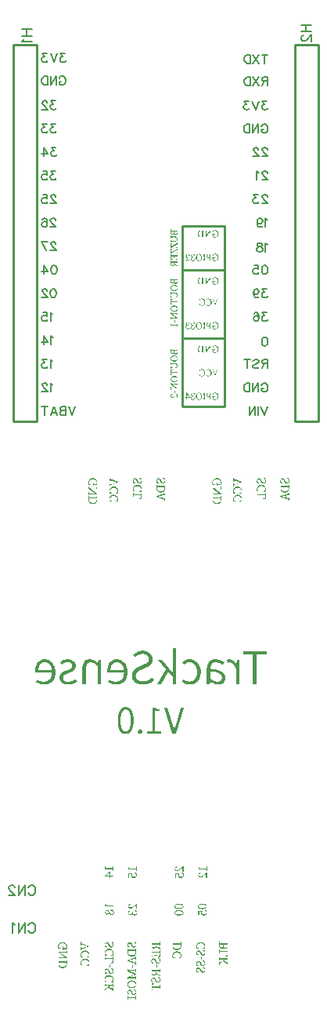
<source format=gbo>
G04 Layer: BottomSilkscreenLayer*
G04 EasyEDA v6.5.29, 2023-07-17 12:51:40*
G04 808404bb7cf74e47bcb3a87537bd774a,526de7724db94d99884824a7b7aad82a,10*
G04 Gerber Generator version 0.2*
G04 Scale: 100 percent, Rotated: No, Reflected: No *
G04 Dimensions in millimeters *
G04 leading zeros omitted , absolute positions ,4 integer and 5 decimal *
%FSLAX45Y45*%
%MOMM*%

%ADD10C,0.2032*%
%ADD11C,0.1524*%
%ADD12C,0.2540*%

%LPD*%
G36*
X2741676Y5883148D02*
G01*
X2741676Y5617464D01*
X2740152Y5617464D01*
X2625344Y5759704D01*
X2581402Y5759704D01*
X2667762Y5655056D01*
X2569210Y5499100D01*
X2612136Y5499100D01*
X2690876Y5627878D01*
X2741676Y5568696D01*
X2741676Y5499100D01*
X2780030Y5499100D01*
X2780030Y5883148D01*
G37*
G36*
X2414270Y5858764D02*
G01*
X2401722Y5858256D01*
X2395626Y5857595D01*
X2383739Y5855563D01*
X2372309Y5852617D01*
X2361387Y5848756D01*
X2350973Y5844184D01*
X2341118Y5838850D01*
X2331923Y5832856D01*
X2323287Y5826252D01*
X2315362Y5819089D01*
X2311654Y5815330D01*
X2332736Y5789676D01*
X2341118Y5797092D01*
X2345486Y5800547D01*
X2354529Y5806744D01*
X2359202Y5809538D01*
X2369007Y5814364D01*
X2374138Y5816447D01*
X2379370Y5818276D01*
X2390343Y5821121D01*
X2396083Y5822137D01*
X2401976Y5822848D01*
X2408021Y5823305D01*
X2414270Y5823458D01*
X2421839Y5823204D01*
X2429052Y5822492D01*
X2435860Y5821324D01*
X2442362Y5819698D01*
X2448407Y5817616D01*
X2454046Y5815126D01*
X2459228Y5812180D01*
X2464003Y5808878D01*
X2468270Y5805170D01*
X2471978Y5801106D01*
X2475230Y5796635D01*
X2477922Y5791860D01*
X2480056Y5786729D01*
X2481580Y5781243D01*
X2482545Y5775452D01*
X2482850Y5769356D01*
X2482494Y5762853D01*
X2481427Y5756859D01*
X2479751Y5751271D01*
X2477465Y5746191D01*
X2474671Y5741466D01*
X2471369Y5737148D01*
X2467660Y5733186D01*
X2463596Y5729528D01*
X2459177Y5726125D01*
X2454503Y5723026D01*
X2444597Y5717438D01*
X2434234Y5712561D01*
X2366822Y5683605D01*
X2355189Y5677814D01*
X2344267Y5671413D01*
X2339086Y5668010D01*
X2334158Y5664352D01*
X2329484Y5660491D01*
X2325065Y5656427D01*
X2320950Y5652109D01*
X2317089Y5647537D01*
X2313584Y5642660D01*
X2310434Y5637530D01*
X2307640Y5632043D01*
X2305202Y5626252D01*
X2303170Y5620105D01*
X2301595Y5613603D01*
X2300427Y5606745D01*
X2299716Y5599480D01*
X2299462Y5591810D01*
X2299614Y5586628D01*
X2300020Y5581548D01*
X2300681Y5576519D01*
X2301595Y5571591D01*
X2302764Y5566765D01*
X2304186Y5561990D01*
X2305862Y5557367D01*
X2309926Y5548477D01*
X2314956Y5540044D01*
X2320950Y5532170D01*
X2324252Y5528411D01*
X2331516Y5521401D01*
X2339644Y5515051D01*
X2348636Y5509412D01*
X2353411Y5506872D01*
X2363520Y5502351D01*
X2374442Y5498642D01*
X2386076Y5495798D01*
X2398369Y5493867D01*
X2411323Y5492851D01*
X2424328Y5492851D01*
X2436520Y5493664D01*
X2448407Y5495340D01*
X2454198Y5496407D01*
X2465476Y5499201D01*
X2476347Y5502706D01*
X2486863Y5506923D01*
X2496921Y5511850D01*
X2506573Y5517337D01*
X2515819Y5523484D01*
X2524607Y5530240D01*
X2532888Y5537504D01*
X2540762Y5545328D01*
X2516632Y5573014D01*
X2508656Y5565038D01*
X2500122Y5557723D01*
X2491079Y5551068D01*
X2481580Y5545226D01*
X2471724Y5540146D01*
X2466644Y5537911D01*
X2456230Y5534101D01*
X2450896Y5532526D01*
X2440076Y5530088D01*
X2434590Y5529173D01*
X2429052Y5528564D01*
X2417826Y5528056D01*
X2410714Y5528259D01*
X2403906Y5528767D01*
X2397404Y5529681D01*
X2391206Y5530900D01*
X2385314Y5532475D01*
X2379776Y5534355D01*
X2374493Y5536539D01*
X2369616Y5539028D01*
X2365044Y5541822D01*
X2360879Y5544870D01*
X2357018Y5548223D01*
X2353564Y5551830D01*
X2350465Y5555640D01*
X2347772Y5559755D01*
X2345436Y5564073D01*
X2343556Y5568594D01*
X2342032Y5573369D01*
X2340965Y5578297D01*
X2340305Y5583428D01*
X2340102Y5588762D01*
X2340406Y5595620D01*
X2341321Y5601868D01*
X2342743Y5607659D01*
X2344775Y5612942D01*
X2347264Y5617768D01*
X2350262Y5622188D01*
X2353665Y5626303D01*
X2357526Y5630062D01*
X2361793Y5633567D01*
X2366416Y5636869D01*
X2371344Y5639917D01*
X2382215Y5645708D01*
X2394051Y5651246D01*
X2461564Y5681167D01*
X2471674Y5686399D01*
X2481580Y5692444D01*
X2486406Y5695797D01*
X2491079Y5699404D01*
X2495550Y5703265D01*
X2499817Y5707430D01*
X2503881Y5711850D01*
X2507640Y5716574D01*
X2511044Y5721553D01*
X2514142Y5726938D01*
X2516886Y5732627D01*
X2519172Y5738672D01*
X2521000Y5745073D01*
X2522372Y5751830D01*
X2523185Y5758992D01*
X2523490Y5766562D01*
X2523337Y5772251D01*
X2522778Y5777788D01*
X2521915Y5783224D01*
X2520746Y5788558D01*
X2519222Y5793689D01*
X2517394Y5798718D01*
X2515260Y5803595D01*
X2512822Y5808268D01*
X2510078Y5812790D01*
X2507081Y5817158D01*
X2503779Y5821375D01*
X2500274Y5825337D01*
X2496464Y5829147D01*
X2492400Y5832754D01*
X2488133Y5836158D01*
X2483612Y5839358D01*
X2473909Y5845048D01*
X2468727Y5847588D01*
X2463342Y5849874D01*
X2457805Y5851906D01*
X2452065Y5853684D01*
X2446172Y5855208D01*
X2440076Y5856478D01*
X2427478Y5858205D01*
X2420924Y5858611D01*
G37*
G36*
X3500120Y5852414D02*
G01*
X3500120Y5818632D01*
X3608324Y5818632D01*
X3608324Y5499100D01*
X3648710Y5499100D01*
X3648710Y5818632D01*
X3756406Y5818632D01*
X3756406Y5852414D01*
G37*
G36*
X3353562Y5766562D02*
G01*
X3345789Y5766257D01*
X3338880Y5765241D01*
X3332378Y5763463D01*
X3325876Y5760720D01*
X3333750Y5726430D01*
X3339795Y5728258D01*
X3345484Y5729630D01*
X3351479Y5730443D01*
X3358387Y5730748D01*
X3362604Y5730544D01*
X3366871Y5729935D01*
X3371240Y5728919D01*
X3375710Y5727446D01*
X3380130Y5725515D01*
X3384651Y5723128D01*
X3389071Y5720232D01*
X3393541Y5716828D01*
X3397910Y5712917D01*
X3402228Y5708446D01*
X3406444Y5703366D01*
X3410559Y5697728D01*
X3414522Y5691530D01*
X3418382Y5684672D01*
X3421989Y5677154D01*
X3425444Y5669026D01*
X3425444Y5499100D01*
X3464560Y5499100D01*
X3464560Y5759704D01*
X3432556Y5759704D01*
X3428746Y5711952D01*
X3427222Y5711952D01*
X3423767Y5717946D01*
X3420160Y5723686D01*
X3416350Y5729173D01*
X3412337Y5734304D01*
X3408172Y5739130D01*
X3403854Y5743651D01*
X3399383Y5747766D01*
X3394760Y5751525D01*
X3390036Y5754928D01*
X3385108Y5757926D01*
X3380130Y5760516D01*
X3374999Y5762650D01*
X3369767Y5764326D01*
X3364433Y5765546D01*
X3359048Y5766308D01*
G37*
G36*
X3198622Y5766562D02*
G01*
X3191967Y5766409D01*
X3185668Y5765901D01*
X3179572Y5765088D01*
X3173831Y5764022D01*
X3168294Y5762599D01*
X3163062Y5760872D01*
X3158134Y5758891D01*
X3153460Y5756605D01*
X3148990Y5754014D01*
X3144824Y5751169D01*
X3140913Y5748070D01*
X3137255Y5744718D01*
X3133852Y5741111D01*
X3130702Y5737250D01*
X3127806Y5733135D01*
X3125114Y5728766D01*
X3122676Y5724194D01*
X3120440Y5719419D01*
X3116681Y5709208D01*
X3113836Y5698134D01*
X3111804Y5686348D01*
X3111093Y5680151D01*
X3110331Y5667298D01*
X3110230Y5637022D01*
X3149346Y5637022D01*
X3168192Y5634583D01*
X3185210Y5631840D01*
X3200501Y5628690D01*
X3214116Y5625134D01*
X3220364Y5623255D01*
X3231591Y5619140D01*
X3241344Y5614670D01*
X3245662Y5612282D01*
X3253232Y5607253D01*
X3256534Y5604560D01*
X3259480Y5601817D01*
X3262122Y5598922D01*
X3264458Y5595975D01*
X3266490Y5592927D01*
X3268217Y5589727D01*
X3269640Y5586476D01*
X3270808Y5583123D01*
X3271672Y5579668D01*
X3272688Y5572455D01*
X3272790Y5568696D01*
X3272332Y5561228D01*
X3271062Y5554522D01*
X3268979Y5548528D01*
X3266186Y5543296D01*
X3262731Y5538774D01*
X3258667Y5534914D01*
X3254044Y5531713D01*
X3248914Y5529122D01*
X3243326Y5527192D01*
X3237382Y5525820D01*
X3231083Y5525008D01*
X3224530Y5524754D01*
X3218027Y5525008D01*
X3211626Y5525770D01*
X3205327Y5527090D01*
X3199180Y5528868D01*
X3193034Y5531154D01*
X3186938Y5533948D01*
X3180842Y5537200D01*
X3174695Y5540959D01*
X3168497Y5545226D01*
X3162249Y5549950D01*
X3155848Y5555132D01*
X3149346Y5560822D01*
X3149346Y5637022D01*
X3110230Y5637022D01*
X3110230Y5499100D01*
X3142488Y5499100D01*
X3146044Y5530850D01*
X3147314Y5530850D01*
X3156966Y5523179D01*
X3167024Y5516016D01*
X3177540Y5509514D01*
X3188411Y5503875D01*
X3193948Y5501436D01*
X3199638Y5499252D01*
X3205378Y5497322D01*
X3211169Y5495747D01*
X3217062Y5494477D01*
X3223056Y5493512D01*
X3229102Y5492953D01*
X3235198Y5492750D01*
X3241548Y5492953D01*
X3247745Y5493512D01*
X3253740Y5494477D01*
X3259531Y5495848D01*
X3265119Y5497576D01*
X3270453Y5499658D01*
X3275584Y5502148D01*
X3280410Y5504992D01*
X3284931Y5508193D01*
X3289147Y5511749D01*
X3293059Y5515660D01*
X3296615Y5519928D01*
X3299815Y5524500D01*
X3302660Y5529478D01*
X3305098Y5534761D01*
X3307130Y5540400D01*
X3308756Y5546344D01*
X3309924Y5552643D01*
X3310636Y5559247D01*
X3310890Y5566156D01*
X3310788Y5570829D01*
X3309874Y5579770D01*
X3309061Y5584088D01*
X3306724Y5592267D01*
X3305200Y5596178D01*
X3303422Y5599988D01*
X3299155Y5607202D01*
X3296665Y5610656D01*
X3293922Y5613958D01*
X3287674Y5620258D01*
X3280410Y5626150D01*
X3276396Y5628944D01*
X3267608Y5634177D01*
X3257753Y5639003D01*
X3246882Y5643422D01*
X3234893Y5647486D01*
X3221837Y5651195D01*
X3207715Y5654548D01*
X3192424Y5657545D01*
X3176066Y5660237D01*
X3149346Y5663692D01*
X3149549Y5674207D01*
X3149955Y5679389D01*
X3151479Y5689498D01*
X3152648Y5694324D01*
X3154070Y5699048D01*
X3155746Y5703519D01*
X3157778Y5707837D01*
X3160115Y5711850D01*
X3162808Y5715609D01*
X3165805Y5719114D01*
X3169208Y5722315D01*
X3173018Y5725109D01*
X3177235Y5727598D01*
X3181858Y5729681D01*
X3186938Y5731306D01*
X3192475Y5732526D01*
X3198469Y5733288D01*
X3204972Y5733542D01*
X3212693Y5733237D01*
X3220313Y5732373D01*
X3227730Y5731002D01*
X3234944Y5729122D01*
X3241954Y5726887D01*
X3248761Y5724296D01*
X3255314Y5721400D01*
X3261614Y5718302D01*
X3273399Y5711596D01*
X3283965Y5704586D01*
X3299968Y5732272D01*
X3290773Y5738063D01*
X3280359Y5743956D01*
X3268929Y5749696D01*
X3256432Y5755030D01*
X3249879Y5757468D01*
X3236112Y5761634D01*
X3228898Y5763310D01*
X3221583Y5764682D01*
X3214065Y5765698D01*
X3206394Y5766358D01*
G37*
G36*
X2920492Y5766562D02*
G01*
X2912211Y5766257D01*
X2904286Y5765393D01*
X2896819Y5764022D01*
X2889656Y5762193D01*
X2882900Y5759907D01*
X2876499Y5757214D01*
X2870403Y5754166D01*
X2864612Y5750814D01*
X2859125Y5747156D01*
X2848965Y5739282D01*
X2844292Y5735066D01*
X2865120Y5709412D01*
X2871012Y5714542D01*
X2877058Y5719165D01*
X2883306Y5723229D01*
X2889808Y5726684D01*
X2896565Y5729478D01*
X2903728Y5731560D01*
X2911246Y5732830D01*
X2919222Y5733288D01*
X2924403Y5733135D01*
X2929483Y5732627D01*
X2934411Y5731865D01*
X2939288Y5730748D01*
X2944012Y5729376D01*
X2948584Y5727700D01*
X2953054Y5725718D01*
X2957372Y5723483D01*
X2961538Y5720994D01*
X2965551Y5718200D01*
X2969412Y5715152D01*
X2973070Y5711850D01*
X2976575Y5708294D01*
X2979928Y5704484D01*
X2983077Y5700471D01*
X2986024Y5696204D01*
X2988767Y5691733D01*
X2991307Y5687009D01*
X2995777Y5677001D01*
X2999333Y5666181D01*
X3000756Y5660491D01*
X3001924Y5654598D01*
X3002838Y5648553D01*
X3003499Y5642305D01*
X3003905Y5635955D01*
X3004058Y5629402D01*
X3003550Y5616397D01*
X3002940Y5610148D01*
X3000908Y5598160D01*
X2999587Y5592470D01*
X2998012Y5586933D01*
X2994152Y5576519D01*
X2991916Y5571642D01*
X2989478Y5566968D01*
X2986836Y5562498D01*
X2983941Y5558231D01*
X2980893Y5554268D01*
X2974238Y5546953D01*
X2970631Y5543702D01*
X2966821Y5540654D01*
X2962859Y5537911D01*
X2958744Y5535422D01*
X2954426Y5533186D01*
X2950006Y5531256D01*
X2945384Y5529630D01*
X2940659Y5528259D01*
X2935732Y5527192D01*
X2930702Y5526379D01*
X2925521Y5525922D01*
X2920238Y5525770D01*
X2914142Y5526024D01*
X2908147Y5526735D01*
X2902254Y5527852D01*
X2896514Y5529376D01*
X2890926Y5531307D01*
X2885490Y5533542D01*
X2880207Y5536082D01*
X2875127Y5538927D01*
X2870250Y5541975D01*
X2861157Y5548630D01*
X2856992Y5552186D01*
X2839466Y5526024D01*
X2848406Y5518708D01*
X2853080Y5515305D01*
X2862783Y5509209D01*
X2867761Y5506466D01*
X2872943Y5503926D01*
X2883509Y5499658D01*
X2888945Y5497830D01*
X2894533Y5496306D01*
X2900172Y5495036D01*
X2905861Y5494070D01*
X2911703Y5493359D01*
X2917596Y5492902D01*
X2929229Y5492851D01*
X2940354Y5493766D01*
X2945739Y5494578D01*
X2956306Y5496864D01*
X2961436Y5498338D01*
X2971393Y5501944D01*
X2980893Y5506415D01*
X2989834Y5511749D01*
X2998266Y5517896D01*
X3006140Y5524906D01*
X3009849Y5528665D01*
X3016758Y5536895D01*
X3023006Y5545836D01*
X3028543Y5555589D01*
X3033318Y5566105D01*
X3037332Y5577332D01*
X3040481Y5589270D01*
X3042818Y5601970D01*
X3044240Y5615330D01*
X3044596Y5622290D01*
X3044545Y5636564D01*
X3044190Y5643524D01*
X3043529Y5650331D01*
X3041497Y5663438D01*
X3040126Y5669737D01*
X3036671Y5681726D01*
X3032353Y5693054D01*
X3029915Y5698388D01*
X3024378Y5708548D01*
X3018129Y5717946D01*
X3014726Y5722366D01*
X3007461Y5730544D01*
X2999587Y5737961D01*
X2991104Y5744565D01*
X2982163Y5750306D01*
X2972714Y5755233D01*
X2967888Y5757367D01*
X2957830Y5760974D01*
X2952699Y5762447D01*
X2942234Y5764733D01*
X2931464Y5766104D01*
G37*
G36*
X2136394Y5766562D02*
G01*
X2130348Y5766409D01*
X2124456Y5766003D01*
X2118766Y5765342D01*
X2107844Y5763209D01*
X2102662Y5761736D01*
X2097633Y5760008D01*
X2092756Y5758027D01*
X2088083Y5755843D01*
X2079294Y5750661D01*
X2071217Y5744565D01*
X2067458Y5741162D01*
X2063851Y5737504D01*
X2057298Y5729579D01*
X2054301Y5725312D01*
X2051456Y5720791D01*
X2046427Y5711139D01*
X2042210Y5700725D01*
X2038807Y5689498D01*
X2036216Y5677509D01*
X2034489Y5664758D01*
X2033601Y5649722D01*
X2068322Y5649722D01*
X2068525Y5657850D01*
X2069084Y5665571D01*
X2069998Y5672886D01*
X2071268Y5679795D01*
X2072893Y5686348D01*
X2074875Y5692444D01*
X2077212Y5698185D01*
X2079904Y5703519D01*
X2082901Y5708396D01*
X2086203Y5712917D01*
X2089810Y5716981D01*
X2093772Y5720638D01*
X2098040Y5723890D01*
X2102561Y5726684D01*
X2107438Y5729071D01*
X2112568Y5731052D01*
X2118004Y5732576D01*
X2123694Y5733694D01*
X2129637Y5734354D01*
X2135886Y5734558D01*
X2141626Y5734304D01*
X2147316Y5733643D01*
X2152904Y5732475D01*
X2158339Y5730900D01*
X2163622Y5728817D01*
X2168804Y5726379D01*
X2173782Y5723432D01*
X2178558Y5720130D01*
X2183130Y5716371D01*
X2187498Y5712256D01*
X2191562Y5707684D01*
X2195372Y5702757D01*
X2198928Y5697423D01*
X2202180Y5691682D01*
X2205075Y5685586D01*
X2207615Y5679135D01*
X2209850Y5672277D01*
X2211679Y5665114D01*
X2213102Y5657596D01*
X2214118Y5649722D01*
X2033601Y5649722D01*
X2033625Y5637936D01*
X2033981Y5631637D01*
X2034590Y5625795D01*
X2035556Y5620766D01*
X2213610Y5620766D01*
X2213102Y5613654D01*
X2212340Y5606694D01*
X2211171Y5599988D01*
X2209749Y5593486D01*
X2207971Y5587238D01*
X2205939Y5581243D01*
X2203551Y5575503D01*
X2200910Y5570016D01*
X2198014Y5564784D01*
X2194814Y5559806D01*
X2191308Y5555183D01*
X2187600Y5550763D01*
X2183587Y5546699D01*
X2179320Y5542940D01*
X2174798Y5539536D01*
X2170074Y5536387D01*
X2165096Y5533644D01*
X2159914Y5531205D01*
X2154478Y5529122D01*
X2148840Y5527395D01*
X2142947Y5526024D01*
X2136902Y5525058D01*
X2130653Y5524449D01*
X2124202Y5524246D01*
X2117953Y5524398D01*
X2111806Y5524906D01*
X2105863Y5525719D01*
X2100072Y5526836D01*
X2094433Y5528259D01*
X2088896Y5529935D01*
X2083511Y5531866D01*
X2078228Y5534101D01*
X2068017Y5539282D01*
X2063038Y5542178D01*
X2058162Y5545328D01*
X2043684Y5519420D01*
X2052370Y5514136D01*
X2061464Y5509158D01*
X2071116Y5504637D01*
X2081326Y5500674D01*
X2086660Y5498896D01*
X2097786Y5496001D01*
X2109673Y5493969D01*
X2115921Y5493308D01*
X2122373Y5492902D01*
X2134717Y5492851D01*
X2145893Y5493816D01*
X2156714Y5495645D01*
X2167178Y5498388D01*
X2177288Y5502046D01*
X2186940Y5506516D01*
X2196084Y5511901D01*
X2200503Y5514848D01*
X2208834Y5521452D01*
X2216607Y5528868D01*
X2220264Y5532882D01*
X2227021Y5541467D01*
X2233117Y5550865D01*
X2235911Y5555792D01*
X2240838Y5566308D01*
X2245004Y5577535D01*
X2246782Y5583428D01*
X2249627Y5595721D01*
X2250744Y5602122D01*
X2251608Y5608675D01*
X2252624Y5622340D01*
X2252726Y5629402D01*
X2252218Y5643168D01*
X2250694Y5656326D01*
X2249627Y5662676D01*
X2246731Y5674868D01*
X2242972Y5686399D01*
X2238451Y5697270D01*
X2235911Y5702452D01*
X2230272Y5712256D01*
X2223973Y5721299D01*
X2217013Y5729630D01*
X2209596Y5737148D01*
X2201621Y5743854D01*
X2193188Y5749747D01*
X2184400Y5754776D01*
X2179878Y5757011D01*
X2175256Y5758992D01*
X2165807Y5762244D01*
X2161032Y5763564D01*
X2151278Y5765495D01*
X2141372Y5766460D01*
G37*
G36*
X1842516Y5766562D02*
G01*
X1835861Y5766358D01*
X1829460Y5765850D01*
X1823415Y5764936D01*
X1817624Y5763615D01*
X1812188Y5761990D01*
X1807006Y5760008D01*
X1802130Y5757672D01*
X1797557Y5754928D01*
X1793290Y5751880D01*
X1789277Y5748477D01*
X1785569Y5744718D01*
X1782165Y5740603D01*
X1779016Y5736132D01*
X1776171Y5731306D01*
X1773580Y5726176D01*
X1771294Y5720689D01*
X1769262Y5714847D01*
X1767535Y5708700D01*
X1766062Y5702198D01*
X1763928Y5688177D01*
X1763268Y5680710D01*
X1762760Y5664708D01*
X1762760Y5499100D01*
X1802384Y5499100D01*
X1802384Y5659882D01*
X1802587Y5668924D01*
X1803095Y5677357D01*
X1804060Y5685129D01*
X1805381Y5692292D01*
X1807057Y5698845D01*
X1809191Y5704789D01*
X1811731Y5710123D01*
X1814626Y5714847D01*
X1817979Y5719013D01*
X1821789Y5722569D01*
X1826006Y5725566D01*
X1830679Y5728004D01*
X1835810Y5729884D01*
X1841398Y5731205D01*
X1847443Y5732018D01*
X1853946Y5732272D01*
X1859025Y5732119D01*
X1864004Y5731611D01*
X1868779Y5730748D01*
X1873453Y5729579D01*
X1878075Y5728055D01*
X1882546Y5726226D01*
X1887016Y5724042D01*
X1891436Y5721553D01*
X1900275Y5715558D01*
X1909267Y5708243D01*
X1918563Y5699709D01*
X1928368Y5689854D01*
X1928368Y5499100D01*
X1967484Y5499100D01*
X1967484Y5759704D01*
X1935734Y5759704D01*
X1931670Y5721604D01*
X1930400Y5721604D01*
X1920849Y5730595D01*
X1911045Y5739028D01*
X1900936Y5746648D01*
X1895703Y5750102D01*
X1890369Y5753303D01*
X1884883Y5756249D01*
X1879295Y5758840D01*
X1873605Y5761075D01*
X1867712Y5763006D01*
X1861667Y5764530D01*
X1855470Y5765647D01*
X1849069Y5766308D01*
G37*
G36*
X1602740Y5766562D02*
G01*
X1594967Y5766308D01*
X1587296Y5765495D01*
X1579880Y5764276D01*
X1572615Y5762548D01*
X1565554Y5760466D01*
X1558747Y5757976D01*
X1552143Y5755182D01*
X1545844Y5752134D01*
X1539798Y5748782D01*
X1534058Y5745226D01*
X1528622Y5741466D01*
X1523492Y5737606D01*
X1542796Y5711952D01*
X1551736Y5718149D01*
X1560931Y5723686D01*
X1565656Y5726176D01*
X1570482Y5728360D01*
X1575460Y5730290D01*
X1580540Y5731967D01*
X1585823Y5733288D01*
X1591259Y5734253D01*
X1596898Y5734862D01*
X1602740Y5735066D01*
X1610969Y5734710D01*
X1618488Y5733592D01*
X1625193Y5731865D01*
X1631188Y5729528D01*
X1636471Y5726633D01*
X1640992Y5723229D01*
X1644751Y5719419D01*
X1647850Y5715203D01*
X1650238Y5710631D01*
X1651965Y5705805D01*
X1652930Y5700725D01*
X1653286Y5695442D01*
X1652727Y5689295D01*
X1651152Y5683707D01*
X1648612Y5678728D01*
X1645208Y5674156D01*
X1640992Y5670092D01*
X1636064Y5666384D01*
X1630527Y5662930D01*
X1624482Y5659831D01*
X1617929Y5656884D01*
X1603806Y5651347D01*
X1590649Y5646470D01*
X1579118Y5641848D01*
X1567738Y5636920D01*
X1556816Y5631484D01*
X1551584Y5628487D01*
X1546606Y5625338D01*
X1541830Y5621934D01*
X1537360Y5618226D01*
X1533245Y5614263D01*
X1529435Y5609996D01*
X1526082Y5605373D01*
X1523085Y5600395D01*
X1520596Y5595061D01*
X1518564Y5589270D01*
X1517091Y5583072D01*
X1516176Y5576366D01*
X1515872Y5569204D01*
X1516024Y5564022D01*
X1516532Y5558942D01*
X1517396Y5553964D01*
X1518564Y5549087D01*
X1520088Y5544312D01*
X1521917Y5539689D01*
X1524101Y5535218D01*
X1526590Y5530850D01*
X1529435Y5526684D01*
X1532534Y5522722D01*
X1535988Y5518962D01*
X1539798Y5515356D01*
X1543862Y5512003D01*
X1548282Y5508853D01*
X1552956Y5505958D01*
X1557985Y5503316D01*
X1563319Y5500928D01*
X1568907Y5498846D01*
X1574850Y5497017D01*
X1581048Y5495544D01*
X1587550Y5494324D01*
X1594358Y5493461D01*
X1601470Y5492953D01*
X1608836Y5492750D01*
X1615795Y5492953D01*
X1622704Y5493461D01*
X1629562Y5494324D01*
X1636268Y5495493D01*
X1642922Y5496966D01*
X1649425Y5498744D01*
X1662125Y5503011D01*
X1674164Y5508294D01*
X1679956Y5511241D01*
X1690979Y5517692D01*
X1701139Y5524804D01*
X1705864Y5528564D01*
X1686052Y5554980D01*
X1674672Y5546293D01*
X1668881Y5542381D01*
X1662938Y5538774D01*
X1656892Y5535472D01*
X1650644Y5532526D01*
X1644142Y5529935D01*
X1637436Y5527751D01*
X1630476Y5526024D01*
X1623212Y5524804D01*
X1615541Y5523992D01*
X1607566Y5523738D01*
X1598879Y5524144D01*
X1590954Y5525262D01*
X1583791Y5527141D01*
X1577390Y5529630D01*
X1571752Y5532729D01*
X1566875Y5536387D01*
X1562760Y5540552D01*
X1559407Y5545175D01*
X1556816Y5550204D01*
X1554937Y5555589D01*
X1553819Y5561228D01*
X1553464Y5567172D01*
X1553819Y5572252D01*
X1554886Y5576976D01*
X1556562Y5581345D01*
X1558798Y5585460D01*
X1561592Y5589320D01*
X1564894Y5592876D01*
X1568653Y5596178D01*
X1572768Y5599277D01*
X1577238Y5602173D01*
X1582013Y5604865D01*
X1592275Y5609793D01*
X1603095Y5614212D01*
X1625346Y5622391D01*
X1636420Y5626963D01*
X1647189Y5632043D01*
X1657350Y5637784D01*
X1662125Y5640933D01*
X1666697Y5644337D01*
X1670964Y5647944D01*
X1674875Y5651804D01*
X1678482Y5655919D01*
X1681734Y5660288D01*
X1684528Y5665012D01*
X1686915Y5670042D01*
X1688846Y5675426D01*
X1690217Y5681116D01*
X1691081Y5687212D01*
X1691386Y5693664D01*
X1691233Y5698693D01*
X1690725Y5703570D01*
X1689912Y5708396D01*
X1688744Y5713069D01*
X1687271Y5717641D01*
X1685442Y5722112D01*
X1683359Y5726379D01*
X1680921Y5730494D01*
X1678228Y5734456D01*
X1675180Y5738266D01*
X1671828Y5741873D01*
X1668221Y5745276D01*
X1660093Y5751423D01*
X1655572Y5754166D01*
X1650796Y5756656D01*
X1645716Y5758891D01*
X1640382Y5760872D01*
X1634744Y5762548D01*
X1628901Y5763971D01*
X1622755Y5765088D01*
X1616354Y5765901D01*
X1609648Y5766409D01*
G37*
G36*
X1356106Y5766562D02*
G01*
X1350060Y5766409D01*
X1344168Y5766003D01*
X1338478Y5765342D01*
X1327556Y5763209D01*
X1322374Y5761736D01*
X1317345Y5760008D01*
X1312468Y5758027D01*
X1307795Y5755843D01*
X1299006Y5750661D01*
X1290929Y5744565D01*
X1287170Y5741162D01*
X1283563Y5737504D01*
X1277010Y5729579D01*
X1274013Y5725312D01*
X1271168Y5720791D01*
X1266139Y5711139D01*
X1261922Y5700725D01*
X1258519Y5689498D01*
X1255928Y5677509D01*
X1254201Y5664758D01*
X1253313Y5649722D01*
X1288034Y5649722D01*
X1288237Y5657850D01*
X1288796Y5665571D01*
X1289710Y5672886D01*
X1290980Y5679795D01*
X1292606Y5686348D01*
X1294587Y5692444D01*
X1296924Y5698185D01*
X1299616Y5703519D01*
X1302613Y5708396D01*
X1305915Y5712917D01*
X1309522Y5716981D01*
X1313484Y5720638D01*
X1317752Y5723890D01*
X1322273Y5726684D01*
X1327150Y5729071D01*
X1332280Y5731052D01*
X1337716Y5732576D01*
X1343406Y5733694D01*
X1349349Y5734354D01*
X1355598Y5734558D01*
X1361338Y5734304D01*
X1367028Y5733643D01*
X1372616Y5732475D01*
X1378051Y5730900D01*
X1383334Y5728817D01*
X1388516Y5726379D01*
X1393494Y5723432D01*
X1398270Y5720130D01*
X1402842Y5716371D01*
X1407210Y5712256D01*
X1411274Y5707684D01*
X1415084Y5702757D01*
X1418640Y5697423D01*
X1421892Y5691682D01*
X1424787Y5685586D01*
X1427327Y5679135D01*
X1429562Y5672277D01*
X1431391Y5665114D01*
X1432814Y5657596D01*
X1433830Y5649722D01*
X1253313Y5649722D01*
X1253337Y5637936D01*
X1253693Y5631637D01*
X1254302Y5625795D01*
X1255268Y5620766D01*
X1433322Y5620766D01*
X1432814Y5613654D01*
X1432001Y5606694D01*
X1430883Y5599988D01*
X1429410Y5593486D01*
X1427683Y5587238D01*
X1425600Y5581243D01*
X1423263Y5575503D01*
X1420571Y5570016D01*
X1417624Y5564784D01*
X1414424Y5559806D01*
X1410919Y5555183D01*
X1407210Y5550763D01*
X1403197Y5546699D01*
X1398930Y5542940D01*
X1394409Y5539536D01*
X1389684Y5536387D01*
X1384706Y5533644D01*
X1379474Y5531205D01*
X1374089Y5529122D01*
X1368450Y5527395D01*
X1362608Y5526024D01*
X1356563Y5525058D01*
X1350314Y5524449D01*
X1343914Y5524246D01*
X1337614Y5524398D01*
X1331468Y5524906D01*
X1325473Y5525719D01*
X1319682Y5526836D01*
X1314043Y5528259D01*
X1308506Y5529935D01*
X1303121Y5531866D01*
X1292707Y5536590D01*
X1282750Y5542178D01*
X1277874Y5545328D01*
X1263396Y5519420D01*
X1272082Y5514136D01*
X1281176Y5509158D01*
X1290828Y5504637D01*
X1301038Y5500674D01*
X1306372Y5498896D01*
X1317498Y5496001D01*
X1329385Y5493969D01*
X1335633Y5493308D01*
X1342085Y5492902D01*
X1354429Y5492851D01*
X1365605Y5493816D01*
X1376426Y5495645D01*
X1386890Y5498388D01*
X1397000Y5502046D01*
X1406652Y5506516D01*
X1415796Y5511901D01*
X1420215Y5514848D01*
X1428546Y5521452D01*
X1436319Y5528868D01*
X1439976Y5532882D01*
X1446733Y5541467D01*
X1452829Y5550865D01*
X1455623Y5555792D01*
X1460550Y5566308D01*
X1464716Y5577535D01*
X1466494Y5583428D01*
X1469339Y5595721D01*
X1470456Y5602122D01*
X1471320Y5608675D01*
X1472336Y5622340D01*
X1472438Y5629402D01*
X1471930Y5643168D01*
X1470406Y5656326D01*
X1467967Y5668822D01*
X1464614Y5680710D01*
X1460500Y5691936D01*
X1455521Y5702452D01*
X1449882Y5712256D01*
X1446834Y5716879D01*
X1440180Y5725566D01*
X1436674Y5729630D01*
X1429156Y5737148D01*
X1421231Y5743854D01*
X1412798Y5749747D01*
X1404010Y5754776D01*
X1399489Y5757011D01*
X1394866Y5758992D01*
X1385468Y5762244D01*
X1375816Y5764631D01*
X1370939Y5765495D01*
X1361084Y5766460D01*
G37*
G36*
X2231136Y5249672D02*
G01*
X2226310Y5249519D01*
X2221585Y5249113D01*
X2217013Y5248452D01*
X2212543Y5247487D01*
X2208174Y5246217D01*
X2203958Y5244693D01*
X2199894Y5242915D01*
X2195931Y5240832D01*
X2192070Y5238445D01*
X2188362Y5235803D01*
X2184806Y5232908D01*
X2181402Y5229707D01*
X2178151Y5226253D01*
X2175002Y5222494D01*
X2172004Y5218430D01*
X2166518Y5209489D01*
X2163978Y5204612D01*
X2159406Y5193995D01*
X2155494Y5182209D01*
X2153767Y5175910D01*
X2150872Y5162397D01*
X2148636Y5147767D01*
X2147163Y5132019D01*
X2146655Y5123688D01*
X2146300Y5106162D01*
X2176272Y5106162D01*
X2176373Y5116118D01*
X2177288Y5134660D01*
X2178050Y5143246D01*
X2180234Y5158994D01*
X2181606Y5166258D01*
X2185009Y5179364D01*
X2186940Y5185257D01*
X2189073Y5190744D01*
X2191410Y5195773D01*
X2193899Y5200396D01*
X2196541Y5204612D01*
X2199386Y5208422D01*
X2202332Y5211775D01*
X2205482Y5214721D01*
X2208733Y5217261D01*
X2212136Y5219446D01*
X2215692Y5221173D01*
X2219350Y5222544D01*
X2223160Y5223510D01*
X2227072Y5224068D01*
X2231136Y5224272D01*
X2235250Y5224068D01*
X2239213Y5223510D01*
X2243074Y5222544D01*
X2246782Y5221173D01*
X2250389Y5219446D01*
X2253843Y5217261D01*
X2257196Y5214721D01*
X2260346Y5211775D01*
X2263343Y5208422D01*
X2266188Y5204612D01*
X2268880Y5200396D01*
X2271420Y5195773D01*
X2273757Y5190744D01*
X2275941Y5185257D01*
X2277922Y5179364D01*
X2279751Y5173014D01*
X2281326Y5166258D01*
X2282748Y5158994D01*
X2283968Y5151323D01*
X2285746Y5134660D01*
X2286660Y5116118D01*
X2286660Y5096002D01*
X2285746Y5077155D01*
X2283968Y5060137D01*
X2282748Y5052364D01*
X2279751Y5038090D01*
X2277922Y5031638D01*
X2275941Y5025644D01*
X2273757Y5020056D01*
X2271420Y5014925D01*
X2268880Y5010251D01*
X2266188Y5005984D01*
X2263343Y5002123D01*
X2260346Y4998720D01*
X2257196Y4995722D01*
X2253843Y4993132D01*
X2250389Y4990947D01*
X2246782Y4989169D01*
X2243074Y4987798D01*
X2239213Y4986782D01*
X2235250Y4986223D01*
X2231136Y4986020D01*
X2227072Y4986223D01*
X2223160Y4986782D01*
X2219350Y4987798D01*
X2215692Y4989169D01*
X2212136Y4990947D01*
X2208733Y4993132D01*
X2205482Y4995722D01*
X2202332Y4998720D01*
X2199386Y5002123D01*
X2196541Y5005984D01*
X2193899Y5010251D01*
X2191410Y5014925D01*
X2189073Y5020056D01*
X2186940Y5025644D01*
X2185009Y5031638D01*
X2183231Y5038090D01*
X2181606Y5044998D01*
X2180234Y5052364D01*
X2178050Y5068417D01*
X2176729Y5086350D01*
X2176373Y5096002D01*
X2176272Y5106162D01*
X2146300Y5106162D01*
X2146655Y5088483D01*
X2147824Y5071973D01*
X2149652Y5056581D01*
X2152243Y5042357D01*
X2153767Y5035702D01*
X2157374Y5023205D01*
X2159406Y5017363D01*
X2163978Y5006543D01*
X2169210Y4996891D01*
X2172004Y4992522D01*
X2175002Y4988407D01*
X2178151Y4984546D01*
X2184806Y4977739D01*
X2188362Y4974793D01*
X2192070Y4972100D01*
X2195931Y4969662D01*
X2203958Y4965700D01*
X2208174Y4964176D01*
X2212543Y4962906D01*
X2217013Y4961890D01*
X2221585Y4961178D01*
X2226310Y4960772D01*
X2231136Y4960620D01*
X2236012Y4960772D01*
X2240737Y4961178D01*
X2245410Y4961890D01*
X2249932Y4962906D01*
X2254300Y4964176D01*
X2258568Y4965700D01*
X2266746Y4969662D01*
X2270607Y4972100D01*
X2274366Y4974793D01*
X2277922Y4977739D01*
X2281428Y4981041D01*
X2284730Y4984546D01*
X2290927Y4992522D01*
X2293772Y4996891D01*
X2296515Y5001615D01*
X2299055Y5006543D01*
X2303678Y5017363D01*
X2305761Y5023205D01*
X2309418Y5035702D01*
X2312365Y5049367D01*
X2313584Y5056581D01*
X2315464Y5071973D01*
X2316581Y5088483D01*
X2316988Y5106162D01*
X2316581Y5123738D01*
X2315464Y5140096D01*
X2313584Y5155336D01*
X2310942Y5169408D01*
X2309418Y5176012D01*
X2305761Y5188356D01*
X2301443Y5199532D01*
X2299055Y5204714D01*
X2296515Y5209590D01*
X2290927Y5218531D01*
X2284730Y5226304D01*
X2281428Y5229758D01*
X2277922Y5232958D01*
X2274366Y5235854D01*
X2270607Y5238496D01*
X2266746Y5240832D01*
X2262733Y5242915D01*
X2258568Y5244744D01*
X2249932Y5247487D01*
X2245410Y5248452D01*
X2240737Y5249113D01*
X2236012Y5249519D01*
G37*
G36*
X2648458Y5244592D02*
G01*
X2737612Y4965700D01*
X2773680Y4965700D01*
X2863342Y5244592D01*
X2830068Y5244592D01*
X2781503Y5084521D01*
X2768295Y5038852D01*
X2761538Y5016296D01*
X2755900Y4998466D01*
X2754376Y4998466D01*
X2746959Y5022037D01*
X2680462Y5244592D01*
G37*
G36*
X2520696Y5244592D02*
G01*
X2520696Y4991608D01*
X2464054Y4991608D01*
X2464054Y4965700D01*
X2614168Y4965700D01*
X2614168Y4991608D01*
X2551684Y4991608D01*
X2551684Y5205222D01*
X2600706Y5205222D01*
X2600706Y5225542D01*
X2592019Y5227167D01*
X2583840Y5228996D01*
X2576169Y5231079D01*
X2569006Y5233365D01*
X2562199Y5235854D01*
X2555900Y5238546D01*
X2549906Y5241442D01*
X2544318Y5244592D01*
G37*
G36*
X2387854Y5010404D02*
G01*
X2383129Y5009946D01*
X2378710Y5008575D01*
X2374696Y5006390D01*
X2371191Y5003444D01*
X2368296Y4999736D01*
X2366111Y4995418D01*
X2364689Y4990490D01*
X2364232Y4985004D01*
X2364689Y4979873D01*
X2366111Y4975199D01*
X2368296Y4971034D01*
X2371191Y4967478D01*
X2374696Y4964582D01*
X2378710Y4962448D01*
X2383129Y4961077D01*
X2387854Y4960620D01*
X2392426Y4961077D01*
X2396693Y4962448D01*
X2400655Y4964582D01*
X2404059Y4967478D01*
X2406954Y4971034D01*
X2409088Y4975199D01*
X2410460Y4979873D01*
X2410968Y4985004D01*
X2410460Y4990490D01*
X2409088Y4995418D01*
X2406954Y4999736D01*
X2404059Y5003444D01*
X2400655Y5006390D01*
X2396693Y5008575D01*
X2392426Y5009946D01*
G37*
G36*
X3994658Y7721600D02*
G01*
X3975100Y7720838D01*
X3975100Y7713725D01*
X3992372Y7710170D01*
X3993997Y7706817D01*
X3995115Y7703362D01*
X3995724Y7699654D01*
X3995928Y7695438D01*
X3994810Y7686294D01*
X3991457Y7679334D01*
X3985971Y7674914D01*
X3978401Y7673340D01*
X3972509Y7674305D01*
X3967835Y7677454D01*
X3963873Y7682890D01*
X3960114Y7690866D01*
X3955796Y7701127D01*
X3953205Y7705801D01*
X3950360Y7709966D01*
X3947160Y7713421D01*
X3943604Y7716266D01*
X3939590Y7718348D01*
X3935120Y7719618D01*
X3930142Y7720075D01*
X3924452Y7719466D01*
X3919423Y7717688D01*
X3915054Y7714894D01*
X3911447Y7711135D01*
X3908551Y7706614D01*
X3906469Y7701330D01*
X3905199Y7695438D01*
X3904742Y7689088D01*
X3905250Y7682433D01*
X3906723Y7676438D01*
X3909009Y7671053D01*
X3912108Y7666228D01*
X3930142Y7666990D01*
X3930142Y7674356D01*
X3913632Y7677912D01*
X3912362Y7680553D01*
X3911447Y7683195D01*
X3910990Y7686040D01*
X3910837Y7689088D01*
X3911854Y7696860D01*
X3914952Y7703058D01*
X3920032Y7707172D01*
X3927094Y7708646D01*
X3933139Y7707579D01*
X3938015Y7704480D01*
X3941927Y7699552D01*
X3945128Y7692898D01*
X3950208Y7680909D01*
X3953052Y7675524D01*
X3956100Y7671104D01*
X3959301Y7667650D01*
X3962806Y7665059D01*
X3966667Y7663281D01*
X3970883Y7662265D01*
X3975608Y7661909D01*
X3981500Y7662519D01*
X3986682Y7664297D01*
X3991203Y7667193D01*
X3995013Y7671053D01*
X3998010Y7675829D01*
X4000195Y7681417D01*
X4001566Y7687716D01*
X4002024Y7694675D01*
X4001465Y7702397D01*
X3999890Y7709662D01*
X3997502Y7716164D01*
G37*
G36*
X3906774Y7650988D02*
G01*
X3906774Y7612634D01*
X3912362Y7612634D01*
X3912362Y7624825D01*
X3970274Y7625080D01*
X3994404Y7624825D01*
X3994404Y7613903D01*
X3994099Y7608519D01*
X3993134Y7603591D01*
X3991610Y7599121D01*
X3989527Y7595057D01*
X3986834Y7591501D01*
X3983583Y7588402D01*
X3979824Y7585709D01*
X3975506Y7583525D01*
X3970731Y7581849D01*
X3965448Y7580579D01*
X3959707Y7579868D01*
X3953510Y7579614D01*
X3947058Y7579868D01*
X3941114Y7580579D01*
X3935729Y7581798D01*
X3930853Y7583474D01*
X3926586Y7585608D01*
X3922826Y7588199D01*
X3919677Y7591247D01*
X3917035Y7594701D01*
X3915003Y7598562D01*
X3913530Y7602880D01*
X3912666Y7607553D01*
X3912362Y7612634D01*
X3906774Y7612634D01*
X3907129Y7603794D01*
X3908145Y7597648D01*
X3909872Y7591907D01*
X3912209Y7586675D01*
X3915257Y7581900D01*
X3918915Y7577632D01*
X3923182Y7573975D01*
X3928059Y7570876D01*
X3933545Y7568438D01*
X3939641Y7566609D01*
X3946296Y7565491D01*
X3953510Y7565136D01*
X3960672Y7565542D01*
X3967276Y7566761D01*
X3973322Y7568692D01*
X3978757Y7571384D01*
X3983634Y7574686D01*
X3987901Y7578648D01*
X3991559Y7583170D01*
X3994556Y7588199D01*
X3996893Y7593736D01*
X3998620Y7599730D01*
X3999636Y7606131D01*
X3999992Y7612888D01*
X3999992Y7650988D01*
X3995165Y7650988D01*
X3993642Y7638034D01*
X3974998Y7637830D01*
X3913124Y7638034D01*
X3911600Y7650988D01*
G37*
G36*
X3995165Y7565390D02*
G01*
X3993387Y7554214D01*
X3906265Y7524496D01*
X3906265Y7523988D01*
X3920490Y7523988D01*
X3963670Y7538212D01*
X3963670Y7509509D01*
X3920490Y7523988D01*
X3906265Y7523988D01*
X3906265Y7516368D01*
X3993896Y7486396D01*
X3995165Y7475474D01*
X3999992Y7475474D01*
X3999992Y7513320D01*
X3995165Y7513320D01*
X3993387Y7499603D01*
X3969004Y7507731D01*
X3969004Y7539990D01*
X3993387Y7548118D01*
X3995165Y7534402D01*
X3999992Y7534402D01*
X3999992Y7565390D01*
G37*
G36*
X3740912Y7721600D02*
G01*
X3721354Y7720838D01*
X3721354Y7713725D01*
X3738626Y7710170D01*
X3740251Y7706817D01*
X3741369Y7703362D01*
X3741978Y7699654D01*
X3742182Y7695438D01*
X3741064Y7686294D01*
X3737711Y7679334D01*
X3732225Y7674914D01*
X3724656Y7673340D01*
X3718763Y7674305D01*
X3714089Y7677454D01*
X3710127Y7682890D01*
X3706368Y7690866D01*
X3702050Y7701127D01*
X3699459Y7705801D01*
X3696614Y7709966D01*
X3693414Y7713421D01*
X3689858Y7716266D01*
X3685844Y7718348D01*
X3681374Y7719618D01*
X3676396Y7720075D01*
X3670706Y7719466D01*
X3665677Y7717688D01*
X3661308Y7714894D01*
X3657701Y7711135D01*
X3654806Y7706614D01*
X3652723Y7701330D01*
X3651453Y7695438D01*
X3650996Y7689088D01*
X3651504Y7682433D01*
X3652977Y7676438D01*
X3655263Y7671053D01*
X3658362Y7666228D01*
X3676396Y7666990D01*
X3676396Y7674356D01*
X3659886Y7677912D01*
X3658615Y7680553D01*
X3657701Y7683195D01*
X3657244Y7686040D01*
X3657092Y7689088D01*
X3658108Y7696860D01*
X3661206Y7703058D01*
X3666286Y7707172D01*
X3673348Y7708646D01*
X3679393Y7707579D01*
X3684270Y7704480D01*
X3688181Y7699552D01*
X3691382Y7692898D01*
X3696462Y7680909D01*
X3699306Y7675524D01*
X3702354Y7671104D01*
X3705555Y7667650D01*
X3709060Y7665059D01*
X3712921Y7663281D01*
X3717137Y7662265D01*
X3721862Y7661909D01*
X3727754Y7662519D01*
X3732936Y7664297D01*
X3737457Y7667193D01*
X3741267Y7671053D01*
X3744264Y7675829D01*
X3746449Y7681417D01*
X3747820Y7687716D01*
X3748278Y7694675D01*
X3747719Y7702397D01*
X3746093Y7709662D01*
X3743756Y7716164D01*
G37*
G36*
X3699510Y7649464D02*
G01*
X3692601Y7649057D01*
X3686048Y7647838D01*
X3679951Y7645908D01*
X3674313Y7643266D01*
X3669182Y7639964D01*
X3664559Y7636052D01*
X3660597Y7631531D01*
X3657244Y7626553D01*
X3654551Y7621066D01*
X3652621Y7615174D01*
X3651402Y7608874D01*
X3650996Y7602220D01*
X3651300Y7595920D01*
X3652418Y7589266D01*
X3654551Y7582408D01*
X3657854Y7575550D01*
X3678174Y7575296D01*
X3678174Y7582916D01*
X3660394Y7586472D01*
X3658920Y7590028D01*
X3657904Y7593584D01*
X3657295Y7597140D01*
X3657092Y7600696D01*
X3657396Y7605369D01*
X3658311Y7609840D01*
X3659835Y7614107D01*
X3661918Y7618069D01*
X3664661Y7621676D01*
X3667912Y7624978D01*
X3671773Y7627874D01*
X3676192Y7630312D01*
X3681222Y7632293D01*
X3686759Y7633766D01*
X3692855Y7634681D01*
X3699510Y7634986D01*
X3706215Y7634681D01*
X3712362Y7633868D01*
X3717950Y7632496D01*
X3722979Y7630617D01*
X3727450Y7628280D01*
X3731310Y7625537D01*
X3734612Y7622336D01*
X3737305Y7618780D01*
X3739438Y7614818D01*
X3740962Y7610602D01*
X3741877Y7606030D01*
X3742182Y7601203D01*
X3741978Y7597190D01*
X3741369Y7593228D01*
X3740251Y7589215D01*
X3738626Y7585202D01*
X3721100Y7581646D01*
X3721100Y7574025D01*
X3741420Y7574280D01*
X3744518Y7580884D01*
X3746652Y7587792D01*
X3747871Y7594904D01*
X3748278Y7602220D01*
X3747871Y7609027D01*
X3746652Y7615428D01*
X3744722Y7621371D01*
X3742080Y7626908D01*
X3738727Y7631887D01*
X3734765Y7636306D01*
X3730193Y7640167D01*
X3725011Y7643418D01*
X3719322Y7646009D01*
X3713175Y7647889D01*
X3706571Y7649057D01*
G37*
G36*
X3653028Y7562088D02*
G01*
X3653028Y7522718D01*
X3657854Y7522718D01*
X3659378Y7535925D01*
X3686911Y7536180D01*
X3740150Y7535925D01*
X3740150Y7503922D01*
X3720084Y7499350D01*
X3720084Y7491984D01*
X3746246Y7493000D01*
X3746246Y7562088D01*
X3741420Y7562088D01*
X3739896Y7549134D01*
X3686860Y7548880D01*
X3659378Y7549134D01*
X3657854Y7562088D01*
G37*
G36*
X3396487Y7721600D02*
G01*
X3396487Y7684008D01*
X3401822Y7684008D01*
X3402837Y7697470D01*
X3472942Y7673086D01*
X3403092Y7650480D01*
X3401822Y7663434D01*
X3396487Y7663434D01*
X3396487Y7631430D01*
X3401060Y7631430D01*
X3402837Y7643622D01*
X3490468Y7672831D01*
X3490468Y7678674D01*
X3402329Y7711186D01*
X3401314Y7721600D01*
G37*
G36*
X3442970Y7629906D02*
G01*
X3436010Y7629499D01*
X3429457Y7628280D01*
X3423361Y7626350D01*
X3417671Y7623708D01*
X3412540Y7620406D01*
X3407918Y7616494D01*
X3403904Y7611973D01*
X3400501Y7606995D01*
X3397808Y7601508D01*
X3395827Y7595616D01*
X3394608Y7589316D01*
X3394201Y7582662D01*
X3394506Y7576362D01*
X3395624Y7569708D01*
X3397758Y7562850D01*
X3401060Y7555992D01*
X3421634Y7555738D01*
X3421634Y7563358D01*
X3403854Y7566914D01*
X3402228Y7570470D01*
X3401110Y7574025D01*
X3400501Y7577531D01*
X3400298Y7581138D01*
X3400602Y7585811D01*
X3401517Y7590281D01*
X3403092Y7594549D01*
X3405225Y7598511D01*
X3407918Y7602118D01*
X3411270Y7605420D01*
X3415131Y7608316D01*
X3419601Y7610754D01*
X3424631Y7612735D01*
X3430219Y7614208D01*
X3436315Y7615123D01*
X3442970Y7615428D01*
X3449624Y7615123D01*
X3455720Y7614310D01*
X3461258Y7612938D01*
X3466287Y7611059D01*
X3470706Y7608722D01*
X3474567Y7605979D01*
X3477818Y7602778D01*
X3480562Y7599222D01*
X3482644Y7595260D01*
X3484168Y7591044D01*
X3485083Y7586472D01*
X3485387Y7581646D01*
X3485235Y7577632D01*
X3484676Y7573619D01*
X3483660Y7569657D01*
X3482086Y7565644D01*
X3464306Y7562088D01*
X3464306Y7554468D01*
X3484879Y7554722D01*
X3487826Y7561325D01*
X3489909Y7568234D01*
X3491077Y7575346D01*
X3491484Y7582662D01*
X3491077Y7589469D01*
X3489909Y7595870D01*
X3487978Y7601813D01*
X3485337Y7607350D01*
X3482035Y7612329D01*
X3478072Y7616748D01*
X3473551Y7620609D01*
X3468420Y7623860D01*
X3462782Y7626451D01*
X3456635Y7628331D01*
X3450031Y7629499D01*
G37*
G36*
X3442970Y7542022D02*
G01*
X3436010Y7541615D01*
X3429457Y7540396D01*
X3423361Y7538466D01*
X3417671Y7535824D01*
X3412540Y7532522D01*
X3407918Y7528610D01*
X3403904Y7524089D01*
X3400501Y7519111D01*
X3397808Y7513624D01*
X3395827Y7507731D01*
X3394608Y7501432D01*
X3394201Y7494778D01*
X3394506Y7488478D01*
X3395624Y7481824D01*
X3397758Y7474966D01*
X3401060Y7468108D01*
X3421634Y7467853D01*
X3421634Y7475474D01*
X3403854Y7479030D01*
X3402228Y7482586D01*
X3401110Y7486142D01*
X3400501Y7489647D01*
X3400298Y7493253D01*
X3400602Y7497927D01*
X3401517Y7502398D01*
X3403092Y7506665D01*
X3405225Y7510627D01*
X3407918Y7514234D01*
X3411270Y7517536D01*
X3415131Y7520431D01*
X3419601Y7522870D01*
X3424631Y7524851D01*
X3430219Y7526324D01*
X3436315Y7527239D01*
X3442970Y7527544D01*
X3449624Y7527239D01*
X3455720Y7526426D01*
X3461258Y7525054D01*
X3466287Y7523175D01*
X3470706Y7520838D01*
X3474567Y7518095D01*
X3477818Y7514894D01*
X3480562Y7511338D01*
X3482644Y7507376D01*
X3484168Y7503159D01*
X3485083Y7498588D01*
X3485387Y7493762D01*
X3485235Y7489748D01*
X3484676Y7485735D01*
X3483660Y7481773D01*
X3482086Y7477759D01*
X3464306Y7474203D01*
X3464306Y7466584D01*
X3484879Y7466838D01*
X3487826Y7473442D01*
X3489909Y7480350D01*
X3491077Y7487462D01*
X3491484Y7494778D01*
X3491077Y7501585D01*
X3489909Y7507986D01*
X3487978Y7513929D01*
X3485337Y7519466D01*
X3482035Y7524445D01*
X3478072Y7528864D01*
X3473551Y7532725D01*
X3468420Y7535976D01*
X3462782Y7538567D01*
X3456635Y7540447D01*
X3450031Y7541615D01*
G37*
G36*
X3217164Y7721600D02*
G01*
X3210356Y7721193D01*
X3203854Y7720025D01*
X3197809Y7718145D01*
X3192170Y7715554D01*
X3187039Y7712303D01*
X3182416Y7708442D01*
X3178403Y7704023D01*
X3175000Y7699044D01*
X3172307Y7693507D01*
X3170326Y7687564D01*
X3169056Y7681163D01*
X3168650Y7674356D01*
X3169056Y7666126D01*
X3170377Y7658862D01*
X3172510Y7652359D01*
X3175508Y7646416D01*
X3196082Y7646416D01*
X3196082Y7653781D01*
X3178810Y7657084D01*
X3176981Y7660894D01*
X3175711Y7664754D01*
X3175000Y7668717D01*
X3174746Y7672831D01*
X3175050Y7677708D01*
X3176016Y7682382D01*
X3177590Y7686700D01*
X3179775Y7690713D01*
X3182518Y7694371D01*
X3185871Y7697622D01*
X3189732Y7700467D01*
X3194202Y7702854D01*
X3199180Y7704785D01*
X3204667Y7706207D01*
X3210661Y7707071D01*
X3217164Y7707375D01*
X3223666Y7707122D01*
X3229660Y7706258D01*
X3235198Y7704937D01*
X3240176Y7703108D01*
X3244646Y7700772D01*
X3248609Y7697978D01*
X3251962Y7694726D01*
X3254756Y7691069D01*
X3256940Y7687005D01*
X3258565Y7682585D01*
X3259531Y7677759D01*
X3259836Y7672578D01*
X3259683Y7668514D01*
X3259226Y7664653D01*
X3258312Y7660843D01*
X3257042Y7657084D01*
X3225546Y7657084D01*
X3224276Y7671816D01*
X3219704Y7671816D01*
X3219704Y7635748D01*
X3224276Y7635748D01*
X3225292Y7644130D01*
X3257803Y7644384D01*
X3261207Y7651597D01*
X3263747Y7658963D01*
X3265373Y7666634D01*
X3265932Y7674864D01*
X3265525Y7681620D01*
X3264306Y7687919D01*
X3262325Y7693863D01*
X3259632Y7699298D01*
X3256229Y7704226D01*
X3252215Y7708595D01*
X3247593Y7712456D01*
X3242462Y7715656D01*
X3236772Y7718196D01*
X3230676Y7720075D01*
X3224123Y7721193D01*
G37*
G36*
X3259074Y7628381D02*
G01*
X3257296Y7616698D01*
X3178810Y7616444D01*
X3176778Y7617714D01*
X3175508Y7627620D01*
X3170936Y7627620D01*
X3170936Y7606284D01*
X3242056Y7554722D01*
X3177286Y7554975D01*
X3175508Y7569962D01*
X3170936Y7569962D01*
X3170936Y7536942D01*
X3175508Y7536942D01*
X3177286Y7548625D01*
X3264662Y7548880D01*
X3264662Y7553706D01*
X3186938Y7610602D01*
X3257296Y7610348D01*
X3259074Y7595362D01*
X3263900Y7595362D01*
X3263900Y7628381D01*
G37*
G36*
X3170936Y7526528D02*
G01*
X3170936Y7500366D01*
X3258312Y7500366D01*
X3258312Y7489444D01*
X3258007Y7484059D01*
X3257042Y7479131D01*
X3255517Y7474661D01*
X3253435Y7470597D01*
X3250742Y7467041D01*
X3247491Y7463942D01*
X3243732Y7461250D01*
X3239414Y7459065D01*
X3234639Y7457389D01*
X3229356Y7456119D01*
X3223615Y7455408D01*
X3217418Y7455153D01*
X3210966Y7455408D01*
X3205022Y7456119D01*
X3199638Y7457338D01*
X3194761Y7459014D01*
X3190494Y7461148D01*
X3186734Y7463739D01*
X3183585Y7466787D01*
X3180943Y7470241D01*
X3178911Y7474102D01*
X3177438Y7478420D01*
X3176574Y7483094D01*
X3176270Y7488174D01*
X3176270Y7500366D01*
X3170936Y7500366D01*
X3170936Y7485888D01*
X3171291Y7479334D01*
X3172307Y7473188D01*
X3173984Y7467447D01*
X3176320Y7462215D01*
X3179318Y7457440D01*
X3182924Y7453172D01*
X3187192Y7449515D01*
X3192068Y7446416D01*
X3197504Y7443978D01*
X3203549Y7442149D01*
X3210204Y7441031D01*
X3217418Y7440675D01*
X3224580Y7441082D01*
X3231184Y7442301D01*
X3237230Y7444231D01*
X3242665Y7446924D01*
X3247542Y7450226D01*
X3251809Y7454188D01*
X3255467Y7458709D01*
X3258464Y7463739D01*
X3260801Y7469276D01*
X3262528Y7475270D01*
X3263544Y7481671D01*
X3263900Y7488428D01*
X3263900Y7526528D01*
X3259074Y7526528D01*
X3257803Y7513320D01*
X3238957Y7513116D01*
X3177032Y7513320D01*
X3175508Y7526528D01*
G37*
G36*
X1875789Y7721600D02*
G01*
X1868932Y7721193D01*
X1862378Y7720025D01*
X1856282Y7718145D01*
X1850593Y7715554D01*
X1845462Y7712303D01*
X1840839Y7708442D01*
X1836775Y7703972D01*
X1833422Y7698943D01*
X1830679Y7693406D01*
X1828698Y7687411D01*
X1827428Y7680959D01*
X1827022Y7674102D01*
X1827428Y7665923D01*
X1828749Y7658760D01*
X1830882Y7652308D01*
X1833880Y7646416D01*
X1854454Y7646162D01*
X1854454Y7653781D01*
X1837436Y7657084D01*
X1835454Y7660741D01*
X1834134Y7664602D01*
X1833372Y7668564D01*
X1833118Y7672831D01*
X1833422Y7677708D01*
X1834388Y7682382D01*
X1835962Y7686700D01*
X1838147Y7690713D01*
X1840890Y7694371D01*
X1844243Y7697622D01*
X1848154Y7700467D01*
X1852625Y7702905D01*
X1857654Y7704785D01*
X1863191Y7706207D01*
X1869236Y7707071D01*
X1875789Y7707375D01*
X1882241Y7707122D01*
X1888236Y7706258D01*
X1893722Y7704937D01*
X1898700Y7703108D01*
X1903171Y7700772D01*
X1907133Y7697978D01*
X1910537Y7694726D01*
X1913331Y7691069D01*
X1915566Y7687005D01*
X1917141Y7682585D01*
X1918106Y7677759D01*
X1918462Y7672578D01*
X1918258Y7668412D01*
X1917700Y7664500D01*
X1916734Y7660741D01*
X1915414Y7656830D01*
X1883918Y7657084D01*
X1882902Y7671816D01*
X1878075Y7671816D01*
X1878075Y7635748D01*
X1882902Y7635748D01*
X1883664Y7644130D01*
X1916430Y7644384D01*
X1919681Y7651597D01*
X1922170Y7658811D01*
X1923745Y7666431D01*
X1924304Y7674609D01*
X1923897Y7681417D01*
X1922678Y7687818D01*
X1920748Y7693761D01*
X1918055Y7699197D01*
X1914702Y7704175D01*
X1910740Y7708595D01*
X1906117Y7712405D01*
X1900986Y7715605D01*
X1895348Y7718196D01*
X1889252Y7720075D01*
X1882698Y7721193D01*
G37*
G36*
X1917446Y7628128D02*
G01*
X1915922Y7616444D01*
X1837182Y7616190D01*
X1835404Y7617714D01*
X1834134Y7627620D01*
X1829307Y7627620D01*
X1829307Y7606030D01*
X1900428Y7554722D01*
X1835912Y7554975D01*
X1834134Y7569708D01*
X1829307Y7569708D01*
X1829307Y7536688D01*
X1834134Y7536688D01*
X1835912Y7548625D01*
X1923288Y7548625D01*
X1923288Y7553452D01*
X1845310Y7610348D01*
X1915668Y7610094D01*
X1917446Y7595362D01*
X1922272Y7595362D01*
X1922272Y7628128D01*
G37*
G36*
X1829307Y7526274D02*
G01*
X1829307Y7487920D01*
X1834896Y7487920D01*
X1834896Y7500112D01*
X1892757Y7500366D01*
X1916938Y7500112D01*
X1916938Y7489190D01*
X1916633Y7483805D01*
X1915668Y7478877D01*
X1914143Y7474407D01*
X1912061Y7470343D01*
X1909368Y7466787D01*
X1906117Y7463688D01*
X1902358Y7460996D01*
X1898040Y7458811D01*
X1893265Y7457135D01*
X1887982Y7455865D01*
X1882241Y7455153D01*
X1876043Y7454900D01*
X1869592Y7455153D01*
X1863648Y7455865D01*
X1858264Y7457084D01*
X1853387Y7458760D01*
X1849120Y7460894D01*
X1845360Y7463485D01*
X1842211Y7466533D01*
X1839569Y7469987D01*
X1837537Y7473848D01*
X1836064Y7478166D01*
X1835200Y7482840D01*
X1834896Y7487920D01*
X1829307Y7487920D01*
X1829663Y7479080D01*
X1830679Y7472934D01*
X1832356Y7467244D01*
X1834692Y7462012D01*
X1837689Y7457287D01*
X1841347Y7453071D01*
X1845614Y7449413D01*
X1850491Y7446365D01*
X1855978Y7443927D01*
X1862074Y7442149D01*
X1868779Y7441031D01*
X1876043Y7440675D01*
X1883206Y7441082D01*
X1889810Y7442250D01*
X1895805Y7444231D01*
X1901240Y7446873D01*
X1906066Y7450175D01*
X1910283Y7454087D01*
X1913889Y7458608D01*
X1916887Y7463637D01*
X1919224Y7469174D01*
X1920900Y7475169D01*
X1921916Y7481620D01*
X1922272Y7488428D01*
X1922272Y7526274D01*
X1917446Y7526274D01*
X1916175Y7513320D01*
X1863242Y7513066D01*
X1835404Y7513320D01*
X1834134Y7526274D01*
G37*
G36*
X2054860Y7721600D02*
G01*
X2054860Y7683753D01*
X2060193Y7683753D01*
X2061464Y7697470D01*
X2131314Y7673086D01*
X2061464Y7650480D01*
X2060193Y7663180D01*
X2054860Y7663180D01*
X2054860Y7631430D01*
X2059686Y7631430D01*
X2061210Y7643368D01*
X2148840Y7672578D01*
X2148840Y7678420D01*
X2060956Y7710931D01*
X2059686Y7721600D01*
G37*
G36*
X2101342Y7629652D02*
G01*
X2094433Y7629245D01*
X2087880Y7628026D01*
X2081784Y7626096D01*
X2076145Y7623454D01*
X2071014Y7620152D01*
X2066391Y7616240D01*
X2062429Y7611719D01*
X2059076Y7606741D01*
X2056384Y7601254D01*
X2054453Y7595362D01*
X2053234Y7589062D01*
X2052828Y7582408D01*
X2053132Y7576261D01*
X2054250Y7569657D01*
X2056384Y7562850D01*
X2059686Y7555992D01*
X2080006Y7555738D01*
X2080006Y7563358D01*
X2062225Y7566659D01*
X2060752Y7570266D01*
X2059736Y7573873D01*
X2059127Y7577429D01*
X2058924Y7580884D01*
X2059228Y7585608D01*
X2060143Y7590129D01*
X2061667Y7594447D01*
X2063750Y7598409D01*
X2066493Y7602067D01*
X2069744Y7605420D01*
X2073605Y7608316D01*
X2078024Y7610754D01*
X2083054Y7612735D01*
X2088591Y7614208D01*
X2094687Y7615123D01*
X2101342Y7615428D01*
X2108047Y7615123D01*
X2114194Y7614310D01*
X2119782Y7612938D01*
X2124811Y7611059D01*
X2129282Y7608722D01*
X2133142Y7605928D01*
X2136444Y7602728D01*
X2139137Y7599121D01*
X2141270Y7595158D01*
X2142794Y7590891D01*
X2143709Y7586268D01*
X2144014Y7581392D01*
X2143810Y7577480D01*
X2143201Y7573467D01*
X2142083Y7569403D01*
X2140458Y7565390D01*
X2122932Y7562088D01*
X2122932Y7554468D01*
X2143252Y7554722D01*
X2146350Y7561275D01*
X2148484Y7568082D01*
X2149703Y7575092D01*
X2150110Y7582408D01*
X2149703Y7589266D01*
X2148484Y7595717D01*
X2146554Y7601661D01*
X2143912Y7607198D01*
X2140559Y7612176D01*
X2136597Y7616596D01*
X2132025Y7620457D01*
X2126843Y7623657D01*
X2121154Y7626248D01*
X2115007Y7628128D01*
X2108403Y7629245D01*
G37*
G36*
X2101342Y7541768D02*
G01*
X2094433Y7541361D01*
X2087880Y7540142D01*
X2081784Y7538212D01*
X2076145Y7535570D01*
X2071014Y7532268D01*
X2066391Y7528356D01*
X2062429Y7523835D01*
X2059076Y7518857D01*
X2056384Y7513370D01*
X2054453Y7507478D01*
X2053234Y7501178D01*
X2052828Y7494524D01*
X2053132Y7488377D01*
X2054250Y7481773D01*
X2056384Y7474966D01*
X2059686Y7468108D01*
X2080006Y7467853D01*
X2080006Y7475474D01*
X2062225Y7478775D01*
X2060752Y7482382D01*
X2059736Y7485989D01*
X2059127Y7489545D01*
X2058924Y7493000D01*
X2059228Y7497724D01*
X2060143Y7502245D01*
X2061667Y7506563D01*
X2063750Y7510525D01*
X2066493Y7514183D01*
X2069744Y7517536D01*
X2073605Y7520431D01*
X2078024Y7522870D01*
X2083054Y7524851D01*
X2088591Y7526324D01*
X2094687Y7527239D01*
X2101342Y7527544D01*
X2108047Y7527239D01*
X2114194Y7526426D01*
X2119782Y7525054D01*
X2124811Y7523175D01*
X2129282Y7520838D01*
X2133142Y7518044D01*
X2136444Y7514844D01*
X2139137Y7511237D01*
X2141270Y7507274D01*
X2142794Y7503007D01*
X2143709Y7498384D01*
X2144014Y7493508D01*
X2143810Y7489596D01*
X2143201Y7485583D01*
X2142083Y7481519D01*
X2140458Y7477506D01*
X2122932Y7474203D01*
X2122932Y7466584D01*
X2143252Y7466838D01*
X2146350Y7473391D01*
X2148484Y7480198D01*
X2149703Y7487208D01*
X2150110Y7494524D01*
X2149703Y7501381D01*
X2148484Y7507833D01*
X2146554Y7513777D01*
X2143912Y7519314D01*
X2140559Y7524292D01*
X2136597Y7528712D01*
X2132025Y7532573D01*
X2126843Y7535773D01*
X2121154Y7538364D01*
X2115007Y7540244D01*
X2108403Y7541361D01*
G37*
G36*
X2399284Y7721600D02*
G01*
X2379726Y7720584D01*
X2379726Y7713472D01*
X2397252Y7709916D01*
X2398725Y7706664D01*
X2399741Y7703261D01*
X2400350Y7699552D01*
X2400554Y7695438D01*
X2399436Y7686294D01*
X2396134Y7679232D01*
X2390698Y7674711D01*
X2383282Y7673086D01*
X2377236Y7674102D01*
X2372512Y7677200D01*
X2368600Y7682636D01*
X2360422Y7701127D01*
X2357882Y7705801D01*
X2355088Y7709865D01*
X2351887Y7713319D01*
X2348382Y7716062D01*
X2344420Y7718145D01*
X2340000Y7719415D01*
X2335022Y7719822D01*
X2329230Y7719212D01*
X2324150Y7717434D01*
X2319782Y7714640D01*
X2316073Y7710881D01*
X2313178Y7706359D01*
X2311095Y7701076D01*
X2309825Y7695184D01*
X2309368Y7688834D01*
X2309926Y7682179D01*
X2311450Y7676184D01*
X2313736Y7670800D01*
X2316734Y7665974D01*
X2335022Y7666990D01*
X2335022Y7674102D01*
X2318258Y7677658D01*
X2316988Y7680350D01*
X2316073Y7683093D01*
X2315616Y7685989D01*
X2315464Y7689088D01*
X2316480Y7696809D01*
X2319578Y7702956D01*
X2324658Y7706969D01*
X2331720Y7708392D01*
X2337765Y7707375D01*
X2342692Y7704328D01*
X2346706Y7699400D01*
X2350008Y7692644D01*
X2352040Y7687056D01*
X2354834Y7680655D01*
X2357729Y7675270D01*
X2360777Y7670850D01*
X2364028Y7667396D01*
X2367584Y7664805D01*
X2371394Y7663027D01*
X2375611Y7662011D01*
X2380234Y7661656D01*
X2386126Y7662265D01*
X2391308Y7664043D01*
X2395829Y7666939D01*
X2399639Y7670800D01*
X2402636Y7675575D01*
X2404821Y7681163D01*
X2406192Y7687462D01*
X2406650Y7694422D01*
X2406091Y7702296D01*
X2404465Y7709611D01*
X2402128Y7716164D01*
G37*
G36*
X2358136Y7649209D02*
G01*
X2351176Y7648803D01*
X2344623Y7647584D01*
X2338527Y7645653D01*
X2332837Y7643012D01*
X2327706Y7639710D01*
X2323084Y7635798D01*
X2319070Y7631277D01*
X2315667Y7626299D01*
X2312974Y7620812D01*
X2310993Y7614920D01*
X2309774Y7608620D01*
X2309368Y7601966D01*
X2309672Y7595819D01*
X2310790Y7589215D01*
X2312924Y7582408D01*
X2316226Y7575550D01*
X2336800Y7575296D01*
X2336800Y7582916D01*
X2319020Y7586218D01*
X2317394Y7589824D01*
X2316276Y7593431D01*
X2315667Y7596987D01*
X2315464Y7600442D01*
X2315768Y7605166D01*
X2316683Y7609687D01*
X2318258Y7614005D01*
X2320391Y7617968D01*
X2323084Y7621625D01*
X2326436Y7624978D01*
X2330297Y7627874D01*
X2334768Y7630312D01*
X2339797Y7632293D01*
X2345385Y7633766D01*
X2351481Y7634681D01*
X2358136Y7634986D01*
X2364790Y7634681D01*
X2370886Y7633868D01*
X2376424Y7632496D01*
X2381453Y7630617D01*
X2385872Y7628280D01*
X2389733Y7625486D01*
X2392984Y7622286D01*
X2395728Y7618679D01*
X2397810Y7614716D01*
X2399334Y7610449D01*
X2400249Y7605826D01*
X2400554Y7600950D01*
X2400401Y7597038D01*
X2399842Y7593025D01*
X2398826Y7589012D01*
X2397252Y7584948D01*
X2379472Y7581646D01*
X2379472Y7574025D01*
X2400046Y7574280D01*
X2402992Y7580884D01*
X2405075Y7587640D01*
X2406243Y7594701D01*
X2406650Y7601966D01*
X2406243Y7608824D01*
X2405075Y7615275D01*
X2403144Y7621270D01*
X2400503Y7626756D01*
X2397201Y7631734D01*
X2393238Y7636154D01*
X2388717Y7640015D01*
X2383586Y7643215D01*
X2377948Y7645806D01*
X2371801Y7647686D01*
X2365197Y7648803D01*
G37*
G36*
X2311654Y7561834D02*
G01*
X2311654Y7522718D01*
X2316480Y7522718D01*
X2317750Y7535672D01*
X2372106Y7535925D01*
X2398776Y7535672D01*
X2398776Y7503668D01*
X2378456Y7499096D01*
X2378456Y7491984D01*
X2404618Y7493000D01*
X2404618Y7561834D01*
X2399792Y7561834D01*
X2398522Y7548880D01*
X2345486Y7548625D01*
X2317750Y7548880D01*
X2316480Y7561834D01*
G37*
G36*
X2653030Y7721600D02*
G01*
X2633472Y7720584D01*
X2633472Y7713472D01*
X2650998Y7709916D01*
X2652471Y7706664D01*
X2653487Y7703261D01*
X2654096Y7699552D01*
X2654300Y7695438D01*
X2653182Y7686294D01*
X2649829Y7679232D01*
X2644444Y7674711D01*
X2637028Y7673086D01*
X2630982Y7674102D01*
X2626258Y7677200D01*
X2622346Y7682636D01*
X2614168Y7701127D01*
X2611628Y7705801D01*
X2608834Y7709865D01*
X2605684Y7713319D01*
X2602128Y7716062D01*
X2598166Y7718145D01*
X2593746Y7719415D01*
X2588768Y7719822D01*
X2582976Y7719212D01*
X2577896Y7717434D01*
X2573528Y7714640D01*
X2569870Y7710881D01*
X2566924Y7706359D01*
X2564841Y7701076D01*
X2563571Y7695184D01*
X2563114Y7688834D01*
X2563672Y7682179D01*
X2565196Y7676184D01*
X2567482Y7670800D01*
X2570480Y7665974D01*
X2588768Y7666990D01*
X2588768Y7674102D01*
X2572004Y7677658D01*
X2570734Y7680350D01*
X2569870Y7683093D01*
X2569362Y7685989D01*
X2569210Y7689088D01*
X2570226Y7696809D01*
X2573324Y7702956D01*
X2578404Y7706969D01*
X2585466Y7708392D01*
X2591511Y7707375D01*
X2596438Y7704328D01*
X2600452Y7699400D01*
X2603754Y7692644D01*
X2605786Y7687056D01*
X2608580Y7680655D01*
X2611475Y7675270D01*
X2614523Y7670850D01*
X2617774Y7667396D01*
X2621330Y7664805D01*
X2625140Y7663027D01*
X2629357Y7662011D01*
X2633980Y7661656D01*
X2639872Y7662265D01*
X2645054Y7664043D01*
X2649575Y7666939D01*
X2653385Y7670800D01*
X2656382Y7675575D01*
X2658567Y7681163D01*
X2659938Y7687462D01*
X2660396Y7694422D01*
X2659837Y7702296D01*
X2658211Y7709611D01*
X2655874Y7716164D01*
G37*
G36*
X2565400Y7650734D02*
G01*
X2565400Y7612634D01*
X2570734Y7612634D01*
X2570734Y7624572D01*
X2628849Y7624825D01*
X2652776Y7624572D01*
X2652776Y7613650D01*
X2652471Y7608316D01*
X2651556Y7603439D01*
X2650032Y7599019D01*
X2647950Y7595006D01*
X2645257Y7591450D01*
X2642057Y7588351D01*
X2638298Y7585709D01*
X2633980Y7583525D01*
X2629204Y7581849D01*
X2623921Y7580579D01*
X2618130Y7579868D01*
X2611882Y7579614D01*
X2605481Y7579868D01*
X2599588Y7580579D01*
X2594203Y7581798D01*
X2589377Y7583474D01*
X2585059Y7585608D01*
X2581300Y7588199D01*
X2578100Y7591247D01*
X2575458Y7594701D01*
X2573426Y7598562D01*
X2571953Y7602880D01*
X2571038Y7607553D01*
X2570734Y7612634D01*
X2565400Y7612634D01*
X2565755Y7603744D01*
X2566771Y7597546D01*
X2568448Y7591806D01*
X2570784Y7586573D01*
X2573782Y7581798D01*
X2577388Y7577531D01*
X2581656Y7573873D01*
X2586532Y7570825D01*
X2591968Y7568387D01*
X2598013Y7566609D01*
X2604668Y7565491D01*
X2611882Y7565136D01*
X2619095Y7565542D01*
X2625750Y7566761D01*
X2631795Y7568692D01*
X2637231Y7571384D01*
X2642108Y7574686D01*
X2646375Y7578648D01*
X2649982Y7583170D01*
X2652979Y7588199D01*
X2655316Y7593736D01*
X2656992Y7599730D01*
X2658008Y7606131D01*
X2658364Y7612888D01*
X2658364Y7650734D01*
X2653538Y7650734D01*
X2652268Y7637780D01*
X2633573Y7637576D01*
X2571496Y7637780D01*
X2570226Y7650734D01*
G37*
G36*
X2653538Y7565390D02*
G01*
X2651760Y7553959D01*
X2564638Y7524496D01*
X2564638Y7523988D01*
X2578862Y7523988D01*
X2622042Y7538212D01*
X2622042Y7509509D01*
X2578862Y7523988D01*
X2564638Y7523988D01*
X2564638Y7516368D01*
X2652268Y7486396D01*
X2653538Y7475474D01*
X2658364Y7475474D01*
X2658364Y7513320D01*
X2653538Y7513320D01*
X2652014Y7499603D01*
X2627630Y7507731D01*
X2627630Y7539990D01*
X2651760Y7547864D01*
X2653538Y7534402D01*
X2658364Y7534402D01*
X2658364Y7565390D01*
G37*
G36*
X3198876Y8642654D02*
G01*
X3192272Y8642350D01*
X3186430Y8641283D01*
X3181248Y8639556D01*
X3176524Y8637066D01*
X3176270Y8620810D01*
X3182366Y8620810D01*
X3185160Y8634526D01*
X3188055Y8636000D01*
X3191103Y8637066D01*
X3194253Y8637625D01*
X3197606Y8637828D01*
X3203397Y8637270D01*
X3208680Y8635542D01*
X3213404Y8632748D01*
X3217418Y8628938D01*
X3220720Y8624062D01*
X3223209Y8618220D01*
X3224733Y8611463D01*
X3225292Y8603792D01*
X3224784Y8596223D01*
X3223310Y8589467D01*
X3220923Y8583676D01*
X3217672Y8578799D01*
X3213658Y8574938D01*
X3208883Y8572093D01*
X3203448Y8570366D01*
X3197352Y8569756D01*
X3194151Y8569909D01*
X3191002Y8570366D01*
X3184906Y8572042D01*
X3185160Y8597188D01*
X3196844Y8597950D01*
X3196844Y8602014D01*
X3167888Y8602014D01*
X3167888Y8597950D01*
X3174746Y8597442D01*
X3175000Y8571280D01*
X3180689Y8568588D01*
X3186480Y8566607D01*
X3192576Y8565388D01*
X3199130Y8564930D01*
X3204565Y8565286D01*
X3209645Y8566251D01*
X3214420Y8567826D01*
X3218789Y8569960D01*
X3222752Y8572601D01*
X3226308Y8575802D01*
X3229356Y8579459D01*
X3231946Y8583574D01*
X3233978Y8588095D01*
X3235452Y8592972D01*
X3236417Y8598255D01*
X3236722Y8603792D01*
X3236366Y8609330D01*
X3235452Y8614511D01*
X3233928Y8619439D01*
X3231845Y8623909D01*
X3229254Y8628024D01*
X3226155Y8631732D01*
X3222599Y8634933D01*
X3218586Y8637625D01*
X3214217Y8639759D01*
X3209442Y8641384D01*
X3204311Y8642350D01*
G37*
G36*
X3024378Y8642654D02*
G01*
X3020060Y8642400D01*
X3015843Y8641537D01*
X3011779Y8640114D01*
X3007918Y8638184D01*
X3004312Y8635695D01*
X3001010Y8632647D01*
X2998063Y8629142D01*
X2995523Y8625078D01*
X2993440Y8620506D01*
X2991866Y8615426D01*
X2990900Y8609838D01*
X2990596Y8603792D01*
X3002280Y8603792D01*
X3002584Y8610295D01*
X3003600Y8616543D01*
X3005226Y8622284D01*
X3007614Y8627414D01*
X3010662Y8631682D01*
X3014472Y8634984D01*
X3019044Y8637117D01*
X3024378Y8637828D01*
X3029864Y8637117D01*
X3034538Y8634984D01*
X3038449Y8631682D01*
X3041599Y8627414D01*
X3043986Y8622284D01*
X3045663Y8616543D01*
X3046628Y8610295D01*
X3046984Y8603792D01*
X3046628Y8597290D01*
X3045663Y8591042D01*
X3043986Y8585250D01*
X3041548Y8580069D01*
X3038449Y8575751D01*
X3034538Y8572398D01*
X3029864Y8570264D01*
X3024378Y8569502D01*
X3019044Y8570264D01*
X3014472Y8572398D01*
X3010662Y8575751D01*
X3007614Y8580069D01*
X3005226Y8585250D01*
X3003600Y8591042D01*
X3002584Y8597290D01*
X3002280Y8603792D01*
X2990596Y8603792D01*
X2990900Y8597849D01*
X2991866Y8592362D01*
X2993440Y8587333D01*
X2995523Y8582761D01*
X2998063Y8578697D01*
X3001010Y8575141D01*
X3004312Y8572093D01*
X3007918Y8569553D01*
X3011779Y8567572D01*
X3015843Y8566099D01*
X3020060Y8565235D01*
X3024378Y8564930D01*
X3028746Y8565235D01*
X3033064Y8566048D01*
X3037179Y8567470D01*
X3041091Y8569401D01*
X3044748Y8571839D01*
X3048050Y8574836D01*
X3050997Y8578392D01*
X3053537Y8582456D01*
X3055569Y8587028D01*
X3057093Y8592108D01*
X3058058Y8597696D01*
X3058414Y8603792D01*
X3058058Y8609685D01*
X3057093Y8615172D01*
X3055569Y8620150D01*
X3053486Y8624722D01*
X3050946Y8628786D01*
X3047949Y8632393D01*
X3044647Y8635441D01*
X3040989Y8638032D01*
X3037078Y8640013D01*
X3032963Y8641486D01*
X3028696Y8642350D01*
G37*
G36*
X2957576Y8642400D02*
G01*
X2948787Y8641080D01*
X2942183Y8637422D01*
X2937967Y8631682D01*
X2936494Y8624366D01*
X2937510Y8618270D01*
X2940558Y8613038D01*
X2945485Y8608822D01*
X2952242Y8605824D01*
X2944266Y8603234D01*
X2938627Y8598916D01*
X2935274Y8593175D01*
X2934208Y8586266D01*
X2934665Y8581847D01*
X2936036Y8577783D01*
X2938170Y8574176D01*
X2941116Y8571026D01*
X2944723Y8568486D01*
X2948990Y8566556D01*
X2953766Y8565388D01*
X2959100Y8564930D01*
X2966872Y8565845D01*
X2973171Y8568690D01*
X2977794Y8573516D01*
X2980436Y8580424D01*
X2979369Y8582050D01*
X2978150Y8583168D01*
X2976727Y8583777D01*
X2975102Y8583980D01*
X2972816Y8583574D01*
X2971190Y8582202D01*
X2969971Y8579916D01*
X2967228Y8570010D01*
X2963926Y8569452D01*
X2960878Y8569248D01*
X2953766Y8570518D01*
X2948482Y8574074D01*
X2945231Y8579459D01*
X2944114Y8586266D01*
X2945180Y8593328D01*
X2948381Y8598712D01*
X2953766Y8602116D01*
X2961386Y8603284D01*
X2966466Y8603284D01*
X2966466Y8608110D01*
X2962148Y8608110D01*
X2955391Y8609177D01*
X2950311Y8612174D01*
X2947009Y8617102D01*
X2945892Y8623858D01*
X2946806Y8629954D01*
X2949549Y8634425D01*
X2953918Y8637168D01*
X2959862Y8638082D01*
X2962300Y8638032D01*
X2965196Y8637574D01*
X2966974Y8630970D01*
X2967990Y8628024D01*
X2969260Y8625992D01*
X2970987Y8624773D01*
X2973324Y8624366D01*
X2974949Y8624570D01*
X2976321Y8625230D01*
X2977489Y8626398D01*
X2978404Y8628176D01*
X2975762Y8634476D01*
X2971139Y8638946D01*
X2964942Y8641537D01*
G37*
G36*
X2887472Y8642146D02*
G01*
X2887472Y8631478D01*
X2896362Y8631478D01*
X2921000Y8596172D01*
X2896362Y8596172D01*
X2896362Y8631478D01*
X2887472Y8631478D01*
X2887472Y8596172D01*
X2875534Y8596172D01*
X2875534Y8589568D01*
X2887472Y8589568D01*
X2887472Y8566454D01*
X2896362Y8566454D01*
X2896362Y8589568D01*
X2926588Y8589568D01*
X2926588Y8594902D01*
X2893568Y8642146D01*
G37*
G36*
X3132328Y8640876D02*
G01*
X3125724Y8640470D01*
X3120034Y8639302D01*
X3115208Y8637371D01*
X3111296Y8634780D01*
X3108248Y8631580D01*
X3106115Y8627821D01*
X3104794Y8623554D01*
X3104388Y8618778D01*
X3114802Y8618778D01*
X3115970Y8626398D01*
X3119475Y8631986D01*
X3125520Y8635390D01*
X3134106Y8636558D01*
X3141218Y8636558D01*
X3141472Y8600744D01*
X3134360Y8600744D01*
X3125419Y8602065D01*
X3119323Y8605774D01*
X3115868Y8611463D01*
X3114802Y8618778D01*
X3104388Y8618778D01*
X3104794Y8614308D01*
X3106064Y8610142D01*
X3108299Y8606282D01*
X3111500Y8602929D01*
X3115818Y8600135D01*
X3121202Y8598001D01*
X3127806Y8596680D01*
X3135630Y8596172D01*
X3141472Y8596172D01*
X3141218Y8571534D01*
X3130550Y8570264D01*
X3130550Y8566454D01*
X3162046Y8566454D01*
X3162046Y8570264D01*
X3151886Y8571534D01*
X3151632Y8586114D01*
X3151886Y8636050D01*
X3162046Y8637066D01*
X3162046Y8640876D01*
G37*
G36*
X3066288Y8640876D02*
G01*
X3066288Y8637066D01*
X3076702Y8636050D01*
X3076956Y8593582D01*
X3076702Y8571534D01*
X3066288Y8570264D01*
X3066288Y8566454D01*
X3097530Y8566454D01*
X3097530Y8570264D01*
X3087370Y8571534D01*
X3087116Y8586114D01*
X3087370Y8636050D01*
X3097530Y8637066D01*
X3097530Y8640876D01*
G37*
G36*
X3125470Y8896654D02*
G01*
X3120390Y8896400D01*
X3115056Y8895486D01*
X3109620Y8893759D01*
X3104134Y8891066D01*
X3103880Y8874810D01*
X3109976Y8874810D01*
X3112770Y8889034D01*
X3115614Y8890355D01*
X3118459Y8891219D01*
X3121304Y8891676D01*
X3124200Y8891828D01*
X3129737Y8891270D01*
X3134918Y8889644D01*
X3139541Y8886901D01*
X3143605Y8883091D01*
X3146958Y8878265D01*
X3149498Y8872474D01*
X3151073Y8865616D01*
X3151632Y8857792D01*
X3151124Y8849918D01*
X3149600Y8843060D01*
X3147212Y8837218D01*
X3144012Y8832392D01*
X3140049Y8828633D01*
X3135426Y8825941D01*
X3130194Y8824315D01*
X3124454Y8823756D01*
X3121355Y8823909D01*
X3118205Y8824417D01*
X3114954Y8825280D01*
X3111754Y8826550D01*
X3108960Y8840520D01*
X3102864Y8840520D01*
X3103118Y8824264D01*
X3108350Y8821826D01*
X3113786Y8820200D01*
X3119475Y8819235D01*
X3125470Y8818930D01*
X3130905Y8819286D01*
X3135985Y8820200D01*
X3140760Y8821775D01*
X3145129Y8823909D01*
X3149092Y8826550D01*
X3152648Y8829700D01*
X3155696Y8833358D01*
X3158286Y8837472D01*
X3160318Y8841994D01*
X3161792Y8846921D01*
X3162757Y8852204D01*
X3163062Y8857792D01*
X3162706Y8863330D01*
X3161741Y8868511D01*
X3160217Y8873439D01*
X3158083Y8877909D01*
X3155442Y8882024D01*
X3152343Y8885732D01*
X3148787Y8888933D01*
X3144774Y8891625D01*
X3140456Y8893759D01*
X3135731Y8895384D01*
X3130753Y8896350D01*
G37*
G36*
X3055112Y8896654D02*
G01*
X3050133Y8896400D01*
X3044799Y8895486D01*
X3039313Y8893759D01*
X3033776Y8891066D01*
X3033522Y8874810D01*
X3039618Y8874810D01*
X3042412Y8889034D01*
X3045256Y8890355D01*
X3048101Y8891219D01*
X3050946Y8891676D01*
X3053842Y8891828D01*
X3059379Y8891270D01*
X3064560Y8889644D01*
X3069183Y8886901D01*
X3073247Y8883091D01*
X3076600Y8878265D01*
X3079140Y8872474D01*
X3080715Y8865616D01*
X3081274Y8857792D01*
X3080766Y8849918D01*
X3079242Y8843060D01*
X3076905Y8837218D01*
X3073704Y8832392D01*
X3069793Y8828633D01*
X3065170Y8825941D01*
X3059988Y8824315D01*
X3054350Y8823756D01*
X3051098Y8823909D01*
X3047847Y8824417D01*
X3044596Y8825280D01*
X3041396Y8826550D01*
X3038602Y8840520D01*
X3032506Y8840520D01*
X3032760Y8824264D01*
X3038043Y8821826D01*
X3043529Y8820200D01*
X3049270Y8819235D01*
X3055112Y8818930D01*
X3060547Y8819286D01*
X3065627Y8820200D01*
X3070402Y8821775D01*
X3074771Y8823909D01*
X3078734Y8826550D01*
X3082290Y8829700D01*
X3085338Y8833358D01*
X3087928Y8837472D01*
X3089960Y8841994D01*
X3091434Y8846921D01*
X3092399Y8852204D01*
X3092704Y8857792D01*
X3092348Y8863330D01*
X3091383Y8868511D01*
X3089859Y8873439D01*
X3087725Y8877909D01*
X3085084Y8882024D01*
X3081985Y8885732D01*
X3078429Y8888933D01*
X3074416Y8891625D01*
X3070098Y8893759D01*
X3065373Y8895384D01*
X3060395Y8896350D01*
G37*
G36*
X3164586Y8894876D02*
G01*
X3164586Y8891066D01*
X3174238Y8889796D01*
X3197606Y8819692D01*
X3202178Y8819692D01*
X3228086Y8890050D01*
X3236722Y8891066D01*
X3236722Y8894876D01*
X3206496Y8894876D01*
X3206496Y8890558D01*
X3217418Y8889796D01*
X3197860Y8833662D01*
X3179572Y8889542D01*
X3189986Y8890558D01*
X3189986Y8894876D01*
G37*
G36*
X3198876Y9150654D02*
G01*
X3192272Y9150350D01*
X3186430Y9149283D01*
X3181248Y9147556D01*
X3176524Y9145066D01*
X3176270Y9128810D01*
X3182366Y9128810D01*
X3185160Y9142526D01*
X3188055Y9144000D01*
X3191103Y9145066D01*
X3194253Y9145625D01*
X3197606Y9145828D01*
X3203397Y9145270D01*
X3208680Y9143542D01*
X3213404Y9140748D01*
X3217418Y9136938D01*
X3220720Y9132062D01*
X3223209Y9126220D01*
X3224733Y9119463D01*
X3225292Y9111792D01*
X3224784Y9104223D01*
X3223310Y9097467D01*
X3220923Y9091676D01*
X3217672Y9086799D01*
X3213658Y9082938D01*
X3208883Y9080093D01*
X3203448Y9078366D01*
X3197352Y9077756D01*
X3194050Y9077909D01*
X3190951Y9078366D01*
X3187903Y9079077D01*
X3184906Y9080042D01*
X3185160Y9105188D01*
X3196844Y9105950D01*
X3196844Y9110014D01*
X3167888Y9110014D01*
X3167888Y9105950D01*
X3174492Y9105442D01*
X3175000Y9079280D01*
X3180689Y9076588D01*
X3186480Y9074607D01*
X3192576Y9073388D01*
X3199130Y9072930D01*
X3204565Y9073286D01*
X3209645Y9074251D01*
X3214420Y9075826D01*
X3218789Y9077960D01*
X3222752Y9080601D01*
X3226308Y9083802D01*
X3229356Y9087459D01*
X3231946Y9091574D01*
X3233978Y9096095D01*
X3235452Y9100972D01*
X3236417Y9106255D01*
X3236722Y9111792D01*
X3236366Y9117330D01*
X3235452Y9122511D01*
X3233928Y9127439D01*
X3231845Y9131909D01*
X3229254Y9136024D01*
X3226155Y9139732D01*
X3222599Y9142933D01*
X3218586Y9145625D01*
X3214217Y9147759D01*
X3209442Y9149384D01*
X3204311Y9150350D01*
G37*
G36*
X3088894Y9148876D02*
G01*
X3088894Y9145066D01*
X3098292Y9143796D01*
X3098292Y9073692D01*
X3102356Y9073692D01*
X3147568Y9136176D01*
X3147568Y9079788D01*
X3135630Y9078264D01*
X3135630Y9074454D01*
X3161792Y9074454D01*
X3161792Y9078264D01*
X3152648Y9079534D01*
X3152394Y9142526D01*
X3153410Y9144050D01*
X3161284Y9145066D01*
X3161284Y9148876D01*
X3144266Y9148876D01*
X3103118Y9091980D01*
X3103372Y9143542D01*
X3115056Y9145066D01*
X3115056Y9148876D01*
G37*
G36*
X3048000Y9148876D02*
G01*
X3042767Y9148622D01*
X3037840Y9147810D01*
X3033268Y9146438D01*
X3029051Y9144558D01*
X3025241Y9142171D01*
X3021838Y9139275D01*
X3018942Y9135872D01*
X3016453Y9131960D01*
X3014522Y9127591D01*
X3013100Y9122714D01*
X3012236Y9117380D01*
X3011932Y9111538D01*
X3023362Y9111538D01*
X3023819Y9119158D01*
X3025140Y9125813D01*
X3027273Y9131503D01*
X3030270Y9136176D01*
X3034030Y9139834D01*
X3038551Y9142476D01*
X3043834Y9144050D01*
X3049778Y9144558D01*
X3059430Y9144558D01*
X3059684Y9102191D01*
X3059430Y9079026D01*
X3050794Y9079026D01*
X3044494Y9079585D01*
X3039008Y9081211D01*
X3034284Y9083903D01*
X3030372Y9087561D01*
X3027324Y9092234D01*
X3025140Y9097772D01*
X3023819Y9104274D01*
X3023362Y9111538D01*
X3011932Y9111538D01*
X3012236Y9105798D01*
X3013202Y9100515D01*
X3014776Y9095689D01*
X3016910Y9091320D01*
X3019552Y9087459D01*
X3022701Y9084056D01*
X3026308Y9081160D01*
X3030321Y9078772D01*
X3034741Y9076893D01*
X3039516Y9075572D01*
X3044647Y9074759D01*
X3050032Y9074454D01*
X3080512Y9074454D01*
X3080512Y9078264D01*
X3070098Y9079534D01*
X3069844Y9094368D01*
X3070098Y9144050D01*
X3080512Y9145066D01*
X3080512Y9148876D01*
G37*
G36*
X3198876Y9404654D02*
G01*
X3192272Y9404350D01*
X3186480Y9403283D01*
X3181248Y9401556D01*
X3176524Y9399066D01*
X3176270Y9382810D01*
X3182366Y9382810D01*
X3185160Y9396526D01*
X3188055Y9398000D01*
X3191103Y9399066D01*
X3194253Y9399625D01*
X3197606Y9399828D01*
X3203397Y9399270D01*
X3208680Y9397542D01*
X3213404Y9394748D01*
X3217468Y9390938D01*
X3220770Y9386062D01*
X3223209Y9380220D01*
X3224733Y9373463D01*
X3225292Y9365792D01*
X3224784Y9358223D01*
X3223310Y9351467D01*
X3220923Y9345676D01*
X3217722Y9340799D01*
X3213658Y9336938D01*
X3208883Y9334093D01*
X3203448Y9332366D01*
X3197352Y9331756D01*
X3194050Y9331909D01*
X3190951Y9332366D01*
X3187903Y9333077D01*
X3184906Y9334042D01*
X3185160Y9359188D01*
X3196844Y9359950D01*
X3196844Y9364014D01*
X3167888Y9364014D01*
X3167888Y9359950D01*
X3174492Y9359442D01*
X3175000Y9333280D01*
X3180689Y9330588D01*
X3186480Y9328607D01*
X3192576Y9327388D01*
X3199130Y9326930D01*
X3204565Y9327286D01*
X3209645Y9328251D01*
X3214420Y9329826D01*
X3218789Y9331960D01*
X3222752Y9334601D01*
X3226308Y9337802D01*
X3229356Y9341459D01*
X3231946Y9345574D01*
X3233978Y9350095D01*
X3235502Y9354972D01*
X3236417Y9360255D01*
X3236722Y9365792D01*
X3236417Y9371330D01*
X3235452Y9376511D01*
X3233928Y9381439D01*
X3231896Y9385909D01*
X3229254Y9390024D01*
X3226155Y9393732D01*
X3222599Y9396933D01*
X3218637Y9399625D01*
X3214217Y9401759D01*
X3209442Y9403384D01*
X3204311Y9404350D01*
G37*
G36*
X3024378Y9404654D02*
G01*
X3020060Y9404400D01*
X3015894Y9403537D01*
X3011830Y9402114D01*
X3007918Y9400184D01*
X3004312Y9397695D01*
X3001010Y9394647D01*
X2998063Y9391142D01*
X2995523Y9387078D01*
X2993440Y9382506D01*
X2991916Y9377426D01*
X2990900Y9371838D01*
X2990596Y9365792D01*
X3002280Y9365792D01*
X3002584Y9372295D01*
X3003550Y9378543D01*
X3005175Y9384284D01*
X3007512Y9389414D01*
X3010560Y9393682D01*
X3014370Y9396984D01*
X3018993Y9399117D01*
X3024378Y9399828D01*
X3029813Y9399117D01*
X3034436Y9396984D01*
X3038348Y9393682D01*
X3041497Y9389414D01*
X3043936Y9384284D01*
X3045612Y9378543D01*
X3046628Y9372295D01*
X3046984Y9365792D01*
X3046628Y9359290D01*
X3045612Y9353042D01*
X3043936Y9347250D01*
X3041497Y9342069D01*
X3038348Y9337751D01*
X3034436Y9334398D01*
X3029813Y9332264D01*
X3024378Y9331502D01*
X3018993Y9332264D01*
X3014370Y9334398D01*
X3010560Y9337751D01*
X3007512Y9342069D01*
X3005175Y9347250D01*
X3003550Y9353042D01*
X3002584Y9359290D01*
X3002280Y9365792D01*
X2990596Y9365792D01*
X2990900Y9359849D01*
X2991866Y9354362D01*
X2993390Y9349333D01*
X2995472Y9344761D01*
X2997962Y9340697D01*
X3000908Y9337141D01*
X3004210Y9334093D01*
X3007817Y9331553D01*
X3011678Y9329572D01*
X3015792Y9328099D01*
X3020009Y9327235D01*
X3024378Y9326930D01*
X3028746Y9327235D01*
X3032963Y9328048D01*
X3037078Y9329470D01*
X3040989Y9331401D01*
X3044647Y9333839D01*
X3047949Y9336836D01*
X3050946Y9340392D01*
X3053486Y9344456D01*
X3055569Y9349028D01*
X3057093Y9354108D01*
X3058058Y9359696D01*
X3058414Y9365792D01*
X3058058Y9371685D01*
X3057093Y9377172D01*
X3055569Y9382150D01*
X3053486Y9386722D01*
X3050946Y9390786D01*
X3047949Y9394393D01*
X3044647Y9397441D01*
X3040989Y9400032D01*
X3037078Y9402013D01*
X3032963Y9403486D01*
X3028746Y9404350D01*
G37*
G36*
X2957576Y9404400D02*
G01*
X2948787Y9403080D01*
X2942183Y9399422D01*
X2937967Y9393682D01*
X2936494Y9386366D01*
X2937510Y9380270D01*
X2940558Y9375038D01*
X2945485Y9370822D01*
X2952242Y9367824D01*
X2944164Y9365234D01*
X2938576Y9360916D01*
X2935274Y9355175D01*
X2934208Y9348266D01*
X2934665Y9343847D01*
X2936036Y9339783D01*
X2938170Y9336176D01*
X2941116Y9333026D01*
X2944723Y9330486D01*
X2948990Y9328556D01*
X2953816Y9327388D01*
X2959100Y9326930D01*
X2966872Y9327845D01*
X2973171Y9330690D01*
X2977794Y9335516D01*
X2980436Y9342424D01*
X2979369Y9344050D01*
X2978150Y9345168D01*
X2976727Y9345777D01*
X2975102Y9345980D01*
X2972816Y9345574D01*
X2971190Y9344202D01*
X2969971Y9341916D01*
X2967228Y9332010D01*
X2963824Y9331452D01*
X2960624Y9331248D01*
X2953512Y9332518D01*
X2948228Y9336074D01*
X2944977Y9341459D01*
X2943860Y9348266D01*
X2944926Y9355328D01*
X2948228Y9360712D01*
X2953613Y9364116D01*
X2961132Y9365284D01*
X2966466Y9365284D01*
X2966466Y9370110D01*
X2962148Y9370110D01*
X2955442Y9371177D01*
X2950311Y9374174D01*
X2947009Y9379102D01*
X2945892Y9385858D01*
X2946806Y9391954D01*
X2949498Y9396425D01*
X2953816Y9399168D01*
X2959608Y9400082D01*
X2962198Y9400032D01*
X2965196Y9399574D01*
X2966974Y9392970D01*
X2967990Y9390024D01*
X2969310Y9387992D01*
X2970987Y9386773D01*
X2973324Y9386366D01*
X2974949Y9386570D01*
X2976321Y9387230D01*
X2977489Y9388398D01*
X2978404Y9390176D01*
X2975711Y9396476D01*
X2971038Y9400946D01*
X2964840Y9403537D01*
G37*
G36*
X2901696Y9404400D02*
G01*
X2893060Y9403080D01*
X2886506Y9399422D01*
X2882341Y9393682D01*
X2880868Y9386366D01*
X2881884Y9380270D01*
X2884932Y9375038D01*
X2889859Y9370822D01*
X2896616Y9367824D01*
X2888488Y9365234D01*
X2882798Y9360916D01*
X2879445Y9355175D01*
X2878328Y9348266D01*
X2878785Y9343847D01*
X2880156Y9339783D01*
X2882290Y9336176D01*
X2885236Y9333026D01*
X2888843Y9330486D01*
X2893110Y9328556D01*
X2897936Y9327388D01*
X2903220Y9326930D01*
X2910992Y9327845D01*
X2917291Y9330690D01*
X2921914Y9335516D01*
X2924556Y9342424D01*
X2923590Y9344050D01*
X2922371Y9345168D01*
X2920847Y9345777D01*
X2919222Y9345980D01*
X2917037Y9345574D01*
X2915412Y9344202D01*
X2914142Y9341916D01*
X2911348Y9332010D01*
X2908096Y9331452D01*
X2904998Y9331248D01*
X2897886Y9332518D01*
X2892602Y9336074D01*
X2889351Y9341459D01*
X2888234Y9348266D01*
X2889300Y9355328D01*
X2892602Y9360712D01*
X2897987Y9364116D01*
X2905506Y9365284D01*
X2910840Y9365284D01*
X2910840Y9370110D01*
X2906268Y9370110D01*
X2899562Y9371177D01*
X2894431Y9374174D01*
X2891129Y9379102D01*
X2890012Y9385858D01*
X2890926Y9391954D01*
X2893669Y9396425D01*
X2898038Y9399168D01*
X2903982Y9400082D01*
X2906471Y9400032D01*
X2909316Y9399574D01*
X2911094Y9392970D01*
X2912110Y9390024D01*
X2913430Y9387992D01*
X2915107Y9386773D01*
X2917444Y9386366D01*
X2919069Y9386570D01*
X2920441Y9387230D01*
X2921609Y9388398D01*
X2922524Y9390176D01*
X2919882Y9396476D01*
X2915259Y9400946D01*
X2909062Y9403537D01*
G37*
G36*
X3132328Y9402876D02*
G01*
X3125724Y9402470D01*
X3120034Y9401302D01*
X3115208Y9399371D01*
X3111296Y9396780D01*
X3108248Y9393580D01*
X3106115Y9389821D01*
X3104794Y9385554D01*
X3104388Y9380778D01*
X3114802Y9380778D01*
X3115919Y9388398D01*
X3119424Y9393986D01*
X3125419Y9397390D01*
X3134106Y9398558D01*
X3141218Y9398558D01*
X3141472Y9362744D01*
X3134360Y9362744D01*
X3125419Y9364065D01*
X3119323Y9367774D01*
X3115868Y9373463D01*
X3114802Y9380778D01*
X3104388Y9380778D01*
X3104794Y9376308D01*
X3106064Y9372142D01*
X3108299Y9368282D01*
X3111500Y9364929D01*
X3115767Y9362135D01*
X3121101Y9360001D01*
X3127603Y9358680D01*
X3135376Y9358172D01*
X3141472Y9358172D01*
X3141218Y9333534D01*
X3130550Y9332264D01*
X3130550Y9328454D01*
X3162046Y9328454D01*
X3162046Y9332264D01*
X3151632Y9333534D01*
X3151632Y9398050D01*
X3162046Y9399066D01*
X3162046Y9402876D01*
G37*
G36*
X3066288Y9402876D02*
G01*
X3066288Y9399066D01*
X3076702Y9398050D01*
X3076956Y9355582D01*
X3076702Y9333534D01*
X3066288Y9332264D01*
X3066288Y9328454D01*
X3097530Y9328454D01*
X3097530Y9332264D01*
X3087116Y9333534D01*
X3087116Y9398050D01*
X3097530Y9399066D01*
X3097530Y9402876D01*
G37*
G36*
X3125470Y9658654D02*
G01*
X3120542Y9658400D01*
X3115310Y9657486D01*
X3109874Y9655759D01*
X3104388Y9653066D01*
X3104134Y9636810D01*
X3110230Y9636810D01*
X3113024Y9651034D01*
X3115868Y9652355D01*
X3118713Y9653219D01*
X3121609Y9653676D01*
X3124454Y9653828D01*
X3129991Y9653270D01*
X3135172Y9651644D01*
X3139846Y9648901D01*
X3143859Y9645091D01*
X3147212Y9640265D01*
X3149752Y9634474D01*
X3151327Y9627616D01*
X3151886Y9619792D01*
X3151378Y9611918D01*
X3149904Y9605060D01*
X3147517Y9599218D01*
X3144266Y9594392D01*
X3140354Y9590633D01*
X3135680Y9587941D01*
X3130448Y9586315D01*
X3124708Y9585756D01*
X3121609Y9585909D01*
X3118459Y9586417D01*
X3115259Y9587280D01*
X3112008Y9588550D01*
X3109214Y9602520D01*
X3103118Y9602520D01*
X3103372Y9586264D01*
X3108604Y9583826D01*
X3114040Y9582200D01*
X3119628Y9581235D01*
X3125470Y9580930D01*
X3130956Y9581286D01*
X3136138Y9582200D01*
X3140913Y9583775D01*
X3145332Y9585909D01*
X3149295Y9588550D01*
X3152851Y9591700D01*
X3155950Y9595358D01*
X3158540Y9599472D01*
X3160572Y9603994D01*
X3162096Y9608921D01*
X3163011Y9614204D01*
X3163316Y9619792D01*
X3162960Y9625330D01*
X3162046Y9630511D01*
X3160471Y9635439D01*
X3158337Y9639909D01*
X3155696Y9644024D01*
X3152597Y9647732D01*
X3148990Y9650933D01*
X3144977Y9653625D01*
X3140608Y9655759D01*
X3135833Y9657384D01*
X3130804Y9658350D01*
G37*
G36*
X3055366Y9658654D02*
G01*
X3050286Y9658400D01*
X3044952Y9657486D01*
X3039516Y9655759D01*
X3034030Y9653066D01*
X3033776Y9636810D01*
X3039872Y9636810D01*
X3042666Y9651034D01*
X3045510Y9652355D01*
X3048355Y9653219D01*
X3051251Y9653676D01*
X3054096Y9653828D01*
X3059633Y9653270D01*
X3064814Y9651644D01*
X3069488Y9648901D01*
X3073501Y9645091D01*
X3076854Y9640265D01*
X3079394Y9634474D01*
X3080969Y9627616D01*
X3081528Y9619792D01*
X3081020Y9611918D01*
X3079546Y9605060D01*
X3077159Y9599218D01*
X3073908Y9594392D01*
X3069996Y9590633D01*
X3065322Y9587941D01*
X3060090Y9586315D01*
X3054350Y9585756D01*
X3051251Y9585909D01*
X3048101Y9586417D01*
X3044901Y9587280D01*
X3041650Y9588550D01*
X3038856Y9602520D01*
X3032760Y9602520D01*
X3033014Y9586264D01*
X3038246Y9583826D01*
X3043682Y9582200D01*
X3049422Y9581235D01*
X3055366Y9580930D01*
X3060801Y9581286D01*
X3065881Y9582200D01*
X3070656Y9583775D01*
X3075025Y9585909D01*
X3078988Y9588550D01*
X3082544Y9591700D01*
X3085592Y9595358D01*
X3088182Y9599472D01*
X3090214Y9603994D01*
X3091738Y9608921D01*
X3092653Y9614204D01*
X3092958Y9619792D01*
X3092602Y9625330D01*
X3091688Y9630511D01*
X3090113Y9635439D01*
X3087979Y9639909D01*
X3085388Y9644024D01*
X3082239Y9647732D01*
X3078683Y9650933D01*
X3074720Y9653625D01*
X3070352Y9655759D01*
X3065627Y9657384D01*
X3060649Y9658350D01*
G37*
G36*
X3164586Y9656876D02*
G01*
X3164586Y9653066D01*
X3174238Y9651796D01*
X3197606Y9581692D01*
X3202432Y9581692D01*
X3228340Y9652050D01*
X3236722Y9653066D01*
X3236722Y9656876D01*
X3206750Y9656876D01*
X3206750Y9652558D01*
X3217418Y9651796D01*
X3198114Y9595662D01*
X3179826Y9651542D01*
X3190240Y9652558D01*
X3190240Y9656876D01*
G37*
G36*
X3198876Y9887254D02*
G01*
X3192272Y9886950D01*
X3186480Y9885883D01*
X3181248Y9884156D01*
X3176524Y9881666D01*
X3176270Y9865410D01*
X3182366Y9865410D01*
X3185160Y9879126D01*
X3188055Y9880600D01*
X3191103Y9881666D01*
X3194253Y9882225D01*
X3197606Y9882428D01*
X3203397Y9881870D01*
X3208680Y9880142D01*
X3213404Y9877348D01*
X3217468Y9873538D01*
X3220770Y9868662D01*
X3223209Y9862820D01*
X3224733Y9856063D01*
X3225292Y9848392D01*
X3224784Y9840823D01*
X3223310Y9834067D01*
X3220923Y9828276D01*
X3217722Y9823399D01*
X3213658Y9819538D01*
X3208883Y9816693D01*
X3203448Y9814966D01*
X3197352Y9814356D01*
X3194050Y9814509D01*
X3190951Y9814966D01*
X3187903Y9815677D01*
X3184906Y9816642D01*
X3185160Y9841788D01*
X3196844Y9842550D01*
X3196844Y9846614D01*
X3167888Y9846614D01*
X3167888Y9842550D01*
X3174492Y9842042D01*
X3175000Y9815880D01*
X3180689Y9813188D01*
X3186480Y9811207D01*
X3192576Y9809988D01*
X3199130Y9809530D01*
X3204565Y9809886D01*
X3209645Y9810851D01*
X3214420Y9812426D01*
X3218789Y9814560D01*
X3222752Y9817201D01*
X3226308Y9820402D01*
X3229356Y9824059D01*
X3231946Y9828174D01*
X3233978Y9832695D01*
X3235502Y9837572D01*
X3236417Y9842855D01*
X3236722Y9848392D01*
X3236417Y9853930D01*
X3235452Y9859111D01*
X3233928Y9864039D01*
X3231896Y9868509D01*
X3229254Y9872624D01*
X3226155Y9876332D01*
X3222599Y9879533D01*
X3218637Y9882225D01*
X3214217Y9884359D01*
X3209442Y9885984D01*
X3204311Y9886950D01*
G37*
G36*
X3088894Y9885476D02*
G01*
X3088894Y9881666D01*
X3098292Y9880396D01*
X3098292Y9810292D01*
X3102356Y9810292D01*
X3147568Y9872776D01*
X3147568Y9816388D01*
X3135630Y9814864D01*
X3135630Y9811054D01*
X3161792Y9811054D01*
X3161792Y9814864D01*
X3152648Y9816134D01*
X3152394Y9879126D01*
X3153410Y9880650D01*
X3161284Y9881666D01*
X3161284Y9885476D01*
X3144266Y9885476D01*
X3103118Y9828580D01*
X3103372Y9880142D01*
X3115056Y9881666D01*
X3115056Y9885476D01*
G37*
G36*
X3048000Y9885476D02*
G01*
X3042767Y9885222D01*
X3037840Y9884410D01*
X3033268Y9883038D01*
X3029051Y9881158D01*
X3025241Y9878771D01*
X3021888Y9875875D01*
X3018942Y9872472D01*
X3016504Y9868560D01*
X3014522Y9864191D01*
X3013100Y9859314D01*
X3012236Y9853980D01*
X3011932Y9848138D01*
X3023362Y9848138D01*
X3023819Y9855758D01*
X3025140Y9862413D01*
X3027273Y9868103D01*
X3030270Y9872776D01*
X3034030Y9876434D01*
X3038551Y9879076D01*
X3043834Y9880650D01*
X3049778Y9881158D01*
X3059430Y9881158D01*
X3059684Y9838791D01*
X3059430Y9815626D01*
X3050794Y9815626D01*
X3044494Y9816185D01*
X3039008Y9817811D01*
X3034284Y9820503D01*
X3030423Y9824161D01*
X3027324Y9828834D01*
X3025140Y9834372D01*
X3023819Y9840874D01*
X3023362Y9848138D01*
X3011932Y9848138D01*
X3012236Y9842398D01*
X3013202Y9837115D01*
X3014776Y9832289D01*
X3016910Y9827920D01*
X3019552Y9824059D01*
X3022701Y9820656D01*
X3026308Y9817760D01*
X3030321Y9815372D01*
X3034741Y9813493D01*
X3039516Y9812172D01*
X3044647Y9811359D01*
X3050032Y9811054D01*
X3080512Y9811054D01*
X3080512Y9814864D01*
X3070098Y9816134D01*
X3069844Y9858400D01*
X3070098Y9880650D01*
X3080512Y9881666D01*
X3080512Y9885476D01*
G37*
G36*
X3198876Y10141254D02*
G01*
X3192272Y10140950D01*
X3186480Y10139883D01*
X3181248Y10138156D01*
X3176524Y10135666D01*
X3176270Y10119410D01*
X3182366Y10119410D01*
X3185160Y10133126D01*
X3188055Y10134600D01*
X3191103Y10135666D01*
X3194253Y10136225D01*
X3197606Y10136428D01*
X3203397Y10135870D01*
X3208680Y10134142D01*
X3213404Y10131348D01*
X3217468Y10127538D01*
X3220770Y10122662D01*
X3223209Y10116820D01*
X3224733Y10110063D01*
X3225292Y10102392D01*
X3224784Y10094823D01*
X3223310Y10088067D01*
X3220923Y10082276D01*
X3217722Y10077399D01*
X3213658Y10073538D01*
X3208883Y10070693D01*
X3203448Y10068966D01*
X3197352Y10068356D01*
X3194050Y10068509D01*
X3190951Y10068966D01*
X3187903Y10069677D01*
X3184906Y10070642D01*
X3185160Y10095788D01*
X3196844Y10096550D01*
X3196844Y10100614D01*
X3167888Y10100614D01*
X3167888Y10096550D01*
X3174492Y10096042D01*
X3175000Y10069880D01*
X3180689Y10067188D01*
X3186480Y10065207D01*
X3192576Y10063988D01*
X3199130Y10063530D01*
X3204565Y10063886D01*
X3209645Y10064851D01*
X3214420Y10066426D01*
X3218789Y10068560D01*
X3222752Y10071201D01*
X3226308Y10074402D01*
X3229356Y10078059D01*
X3231946Y10082174D01*
X3233978Y10086695D01*
X3235502Y10091572D01*
X3236417Y10096855D01*
X3236722Y10102392D01*
X3236417Y10107930D01*
X3235452Y10113111D01*
X3233928Y10118039D01*
X3231896Y10122509D01*
X3229254Y10126624D01*
X3226155Y10130332D01*
X3222599Y10133533D01*
X3218637Y10136225D01*
X3214217Y10138359D01*
X3209442Y10139984D01*
X3204311Y10140950D01*
G37*
G36*
X3024378Y10141254D02*
G01*
X3020060Y10141000D01*
X3015894Y10140137D01*
X3011830Y10138714D01*
X3007918Y10136784D01*
X3004312Y10134295D01*
X3001010Y10131247D01*
X2998063Y10127742D01*
X2995523Y10123678D01*
X2993440Y10119106D01*
X2991916Y10114026D01*
X2990900Y10108438D01*
X2990596Y10102392D01*
X3002280Y10102392D01*
X3002584Y10108895D01*
X3003550Y10115143D01*
X3005175Y10120884D01*
X3007512Y10126014D01*
X3010560Y10130282D01*
X3014370Y10133584D01*
X3018993Y10135717D01*
X3024378Y10136428D01*
X3029813Y10135717D01*
X3034436Y10133584D01*
X3038348Y10130282D01*
X3041497Y10126014D01*
X3043936Y10120884D01*
X3045612Y10115143D01*
X3046628Y10108895D01*
X3046984Y10102392D01*
X3046628Y10095890D01*
X3045612Y10089642D01*
X3043936Y10083850D01*
X3041497Y10078669D01*
X3038348Y10074351D01*
X3034436Y10070998D01*
X3029813Y10068864D01*
X3024378Y10068102D01*
X3018993Y10068864D01*
X3014370Y10070998D01*
X3010560Y10074351D01*
X3007512Y10078669D01*
X3005175Y10083850D01*
X3003550Y10089642D01*
X3002584Y10095890D01*
X3002280Y10102392D01*
X2990596Y10102392D01*
X2990900Y10096449D01*
X2991866Y10090962D01*
X2993390Y10085933D01*
X2995472Y10081361D01*
X2997962Y10077297D01*
X3000908Y10073741D01*
X3004210Y10070693D01*
X3007817Y10068153D01*
X3011678Y10066172D01*
X3015792Y10064699D01*
X3020009Y10063835D01*
X3024378Y10063530D01*
X3028746Y10063835D01*
X3032963Y10064648D01*
X3037078Y10066070D01*
X3040989Y10068001D01*
X3044647Y10070439D01*
X3047949Y10073436D01*
X3050946Y10076992D01*
X3053486Y10081056D01*
X3055569Y10085628D01*
X3057093Y10090708D01*
X3058058Y10096296D01*
X3058414Y10102392D01*
X3058058Y10108285D01*
X3057093Y10113772D01*
X3055569Y10118750D01*
X3053486Y10123322D01*
X3050946Y10127386D01*
X3047949Y10130993D01*
X3044647Y10134041D01*
X3040989Y10136632D01*
X3037078Y10138613D01*
X3032963Y10140086D01*
X3028746Y10140950D01*
G37*
G36*
X2957576Y10141000D02*
G01*
X2948787Y10139680D01*
X2942183Y10136022D01*
X2937967Y10130282D01*
X2936494Y10122966D01*
X2937510Y10116870D01*
X2940558Y10111638D01*
X2945485Y10107422D01*
X2952242Y10104424D01*
X2944164Y10101834D01*
X2938576Y10097516D01*
X2935274Y10091775D01*
X2934208Y10084866D01*
X2934665Y10080447D01*
X2936036Y10076383D01*
X2938170Y10072776D01*
X2941116Y10069626D01*
X2944723Y10067086D01*
X2948990Y10065156D01*
X2953816Y10063988D01*
X2959100Y10063530D01*
X2966872Y10064445D01*
X2973171Y10067290D01*
X2977794Y10072116D01*
X2980436Y10079024D01*
X2979369Y10080650D01*
X2978150Y10081768D01*
X2976727Y10082377D01*
X2975102Y10082580D01*
X2972816Y10082174D01*
X2971190Y10080802D01*
X2969971Y10078516D01*
X2967228Y10068610D01*
X2963824Y10068052D01*
X2960624Y10067848D01*
X2953512Y10069118D01*
X2948228Y10072674D01*
X2944977Y10078059D01*
X2943860Y10084866D01*
X2944926Y10091928D01*
X2948228Y10097312D01*
X2953613Y10100716D01*
X2961132Y10101884D01*
X2966466Y10101884D01*
X2966466Y10106710D01*
X2962148Y10106710D01*
X2955442Y10107777D01*
X2950311Y10110774D01*
X2947009Y10115702D01*
X2945892Y10122458D01*
X2946806Y10128554D01*
X2949498Y10133025D01*
X2953816Y10135768D01*
X2959608Y10136682D01*
X2962198Y10136632D01*
X2965196Y10136174D01*
X2966974Y10129570D01*
X2967990Y10126624D01*
X2969310Y10124592D01*
X2970987Y10123373D01*
X2973324Y10122966D01*
X2974949Y10123170D01*
X2976321Y10123830D01*
X2977489Y10124998D01*
X2978404Y10126776D01*
X2975711Y10133076D01*
X2971038Y10137546D01*
X2964840Y10140137D01*
G37*
G36*
X2902204Y10141000D02*
G01*
X2892958Y10139578D01*
X2886456Y10135514D01*
X2882646Y10129316D01*
X2881376Y10121442D01*
X2881630Y10117937D01*
X2882544Y10114483D01*
X2884068Y10110978D01*
X2886354Y10107269D01*
X2889402Y10103154D01*
X2898038Y10093299D01*
X2903728Y10087152D01*
X2916936Y10073690D01*
X2878328Y10073690D01*
X2878328Y10065054D01*
X2924048Y10065054D01*
X2924048Y10071912D01*
X2907284Y10090962D01*
X2900172Y10099649D01*
X2895193Y10107218D01*
X2892247Y10114178D01*
X2891282Y10120934D01*
X2892247Y10127386D01*
X2894939Y10132364D01*
X2899206Y10135565D01*
X2904744Y10136682D01*
X2907588Y10136530D01*
X2910840Y10135920D01*
X2914192Y10124592D01*
X2915615Y10122458D01*
X2917240Y10121290D01*
X2919222Y10120934D01*
X2920847Y10121188D01*
X2922371Y10121849D01*
X2923590Y10122865D01*
X2924556Y10124236D01*
X2921965Y10131602D01*
X2916986Y10136835D01*
X2910179Y10139984D01*
G37*
G36*
X3132328Y10139476D02*
G01*
X3125724Y10139070D01*
X3120034Y10137902D01*
X3115208Y10135971D01*
X3111296Y10133380D01*
X3108248Y10130180D01*
X3106115Y10126421D01*
X3104794Y10122154D01*
X3104388Y10117378D01*
X3114802Y10117378D01*
X3115919Y10124998D01*
X3119424Y10130586D01*
X3125419Y10133990D01*
X3134106Y10135158D01*
X3141218Y10135158D01*
X3141472Y10099344D01*
X3134360Y10099344D01*
X3125419Y10100665D01*
X3119323Y10104374D01*
X3115868Y10110063D01*
X3114802Y10117378D01*
X3104388Y10117378D01*
X3104794Y10112908D01*
X3106064Y10108742D01*
X3108299Y10104882D01*
X3111500Y10101529D01*
X3115767Y10098735D01*
X3121101Y10096601D01*
X3127603Y10095280D01*
X3135376Y10094772D01*
X3141472Y10094772D01*
X3141218Y10070134D01*
X3130550Y10068864D01*
X3130550Y10065054D01*
X3162046Y10065054D01*
X3162046Y10068864D01*
X3151632Y10070134D01*
X3151632Y10134650D01*
X3162046Y10135666D01*
X3162046Y10139476D01*
G37*
G36*
X3066288Y10139476D02*
G01*
X3066288Y10135666D01*
X3076702Y10134650D01*
X3076956Y10092182D01*
X3076702Y10070134D01*
X3066288Y10068864D01*
X3066288Y10065054D01*
X3097530Y10065054D01*
X3097530Y10068864D01*
X3087116Y10070134D01*
X3087116Y10134650D01*
X3097530Y10135666D01*
X3097530Y10139476D01*
G37*
G36*
X3198876Y10395254D02*
G01*
X3192272Y10394950D01*
X3186480Y10393883D01*
X3181248Y10392156D01*
X3176524Y10389666D01*
X3176270Y10373410D01*
X3182366Y10373410D01*
X3185160Y10387126D01*
X3188055Y10388600D01*
X3191103Y10389666D01*
X3194253Y10390225D01*
X3197606Y10390428D01*
X3203397Y10389870D01*
X3208680Y10388142D01*
X3213404Y10385348D01*
X3217468Y10381538D01*
X3220770Y10376662D01*
X3223209Y10370820D01*
X3224733Y10364063D01*
X3225292Y10356392D01*
X3224784Y10348823D01*
X3223310Y10342067D01*
X3220923Y10336276D01*
X3217722Y10331399D01*
X3213658Y10327538D01*
X3208883Y10324693D01*
X3203448Y10322966D01*
X3197352Y10322356D01*
X3194050Y10322509D01*
X3190951Y10322966D01*
X3187903Y10323677D01*
X3184906Y10324642D01*
X3185160Y10349788D01*
X3196844Y10350550D01*
X3196844Y10354614D01*
X3167888Y10354614D01*
X3167888Y10350550D01*
X3174492Y10350042D01*
X3175000Y10323880D01*
X3180689Y10321188D01*
X3186480Y10319207D01*
X3192576Y10317988D01*
X3199130Y10317530D01*
X3204565Y10317886D01*
X3209645Y10318851D01*
X3214420Y10320426D01*
X3218789Y10322560D01*
X3222752Y10325201D01*
X3226308Y10328402D01*
X3229356Y10332059D01*
X3231946Y10336174D01*
X3233978Y10340695D01*
X3235502Y10345572D01*
X3236417Y10350855D01*
X3236722Y10356392D01*
X3236417Y10361930D01*
X3235452Y10367111D01*
X3233928Y10372039D01*
X3231896Y10376509D01*
X3229254Y10380624D01*
X3226155Y10384332D01*
X3222599Y10387533D01*
X3218637Y10390225D01*
X3214217Y10392359D01*
X3209442Y10393984D01*
X3204311Y10394950D01*
G37*
G36*
X3088894Y10393476D02*
G01*
X3088894Y10389666D01*
X3098292Y10388396D01*
X3098292Y10318292D01*
X3102356Y10318292D01*
X3147568Y10380776D01*
X3147568Y10324388D01*
X3135630Y10322864D01*
X3135630Y10319054D01*
X3161792Y10319054D01*
X3161792Y10322864D01*
X3152648Y10324134D01*
X3152394Y10387126D01*
X3153410Y10388650D01*
X3161284Y10389666D01*
X3161284Y10393476D01*
X3144266Y10393476D01*
X3103118Y10336580D01*
X3103372Y10388142D01*
X3115056Y10389666D01*
X3115056Y10393476D01*
G37*
G36*
X3048000Y10393476D02*
G01*
X3042767Y10393222D01*
X3037840Y10392410D01*
X3033268Y10391038D01*
X3029051Y10389158D01*
X3025241Y10386771D01*
X3021888Y10383875D01*
X3018942Y10380472D01*
X3016504Y10376560D01*
X3014522Y10372191D01*
X3013100Y10367314D01*
X3012236Y10361980D01*
X3011932Y10356138D01*
X3023362Y10356138D01*
X3023819Y10363758D01*
X3025140Y10370413D01*
X3027273Y10376103D01*
X3030270Y10380776D01*
X3034030Y10384434D01*
X3038551Y10387076D01*
X3043834Y10388650D01*
X3049778Y10389158D01*
X3059430Y10389158D01*
X3059684Y10346791D01*
X3059430Y10323626D01*
X3050794Y10323626D01*
X3044494Y10324185D01*
X3039008Y10325811D01*
X3034284Y10328503D01*
X3030423Y10332161D01*
X3027324Y10336834D01*
X3025140Y10342372D01*
X3023819Y10348874D01*
X3023362Y10356138D01*
X3011932Y10356138D01*
X3012236Y10350398D01*
X3013202Y10345115D01*
X3014776Y10340289D01*
X3016910Y10335920D01*
X3019552Y10332059D01*
X3022701Y10328656D01*
X3026308Y10325760D01*
X3030321Y10323372D01*
X3034741Y10321493D01*
X3039516Y10320172D01*
X3044647Y10319359D01*
X3050032Y10319054D01*
X3080512Y10319054D01*
X3080512Y10322864D01*
X3070098Y10324134D01*
X3069844Y10366400D01*
X3070098Y10388650D01*
X3080512Y10389666D01*
X3080512Y10393476D01*
G37*
G36*
X2719578Y10403586D02*
G01*
X2719578Y10374884D01*
X2723896Y10374884D01*
X2723896Y10382758D01*
X2753106Y10383012D01*
X2789428Y10382758D01*
X2789428Y10375392D01*
X2788412Y10366197D01*
X2785364Y10359593D01*
X2780436Y10355630D01*
X2773680Y10354310D01*
X2766669Y10355630D01*
X2761691Y10359694D01*
X2758694Y10366654D01*
X2757678Y10376662D01*
X2757678Y10383012D01*
X2753106Y10383012D01*
X2753106Y10377170D01*
X2752191Y10368432D01*
X2749397Y10362336D01*
X2744724Y10358780D01*
X2738120Y10357612D01*
X2731617Y10358678D01*
X2727198Y10361879D01*
X2724708Y10367264D01*
X2723896Y10374884D01*
X2719578Y10374884D01*
X2719578Y10371836D01*
X2720898Y10361422D01*
X2724607Y10353852D01*
X2730296Y10349280D01*
X2737612Y10347706D01*
X2743200Y10348671D01*
X2748280Y10351820D01*
X2752394Y10357256D01*
X2755138Y10365232D01*
X2757627Y10355580D01*
X2761742Y10348925D01*
X2767228Y10345115D01*
X2773680Y10343896D01*
X2777490Y10344302D01*
X2781147Y10345521D01*
X2784551Y10347604D01*
X2787650Y10350652D01*
X2790240Y10354665D01*
X2792272Y10359745D01*
X2793542Y10365943D01*
X2794000Y10373360D01*
X2794000Y10403586D01*
X2790190Y10403586D01*
X2788920Y10393426D01*
X2766669Y10393172D01*
X2724404Y10393426D01*
X2723388Y10403586D01*
G37*
G36*
X2719578Y10337800D02*
G01*
X2719578Y10306558D01*
X2723388Y10306558D01*
X2724658Y10317988D01*
X2763012Y10318242D01*
X2769666Y10317886D01*
X2775102Y10316921D01*
X2779522Y10315295D01*
X2782925Y10313111D01*
X2785465Y10310418D01*
X2787142Y10307218D01*
X2788107Y10303510D01*
X2788412Y10299446D01*
X2788056Y10294823D01*
X2786938Y10290810D01*
X2785059Y10287457D01*
X2782265Y10284714D01*
X2778556Y10282580D01*
X2773832Y10281107D01*
X2768092Y10280192D01*
X2761234Y10279888D01*
X2724912Y10279888D01*
X2723388Y10291572D01*
X2719578Y10291572D01*
X2719578Y10264902D01*
X2723388Y10264902D01*
X2724658Y10275062D01*
X2763774Y10275062D01*
X2771698Y10275570D01*
X2778404Y10276992D01*
X2783890Y10279278D01*
X2788208Y10282326D01*
X2791510Y10286136D01*
X2793796Y10290606D01*
X2795117Y10295636D01*
X2795524Y10301224D01*
X2795117Y10306964D01*
X2793847Y10312196D01*
X2791663Y10316870D01*
X2788513Y10320832D01*
X2784398Y10324033D01*
X2779217Y10326420D01*
X2772968Y10327894D01*
X2765552Y10328402D01*
X2724404Y10328402D01*
X2723388Y10337800D01*
G37*
G36*
X2790190Y10259822D02*
G01*
X2724404Y10216896D01*
X2724404Y10249154D01*
X2739390Y10252456D01*
X2739390Y10258552D01*
X2719578Y10257536D01*
X2719578Y10205466D01*
X2723388Y10205466D01*
X2789174Y10248138D01*
X2789174Y10212578D01*
X2773934Y10209022D01*
X2773934Y10203180D01*
X2794000Y10203942D01*
X2794000Y10259822D01*
G37*
G36*
X2790190Y10198354D02*
G01*
X2724404Y10155428D01*
X2724404Y10187686D01*
X2739390Y10191242D01*
X2739390Y10197084D01*
X2719578Y10196068D01*
X2719578Y10143998D01*
X2723388Y10143998D01*
X2789174Y10186670D01*
X2789174Y10151110D01*
X2773934Y10147554D01*
X2773934Y10141712D01*
X2794000Y10142474D01*
X2794000Y10198354D01*
G37*
G36*
X2719578Y10134346D02*
G01*
X2719578Y10079228D01*
X2739136Y10078466D01*
X2739136Y10084054D01*
X2724404Y10087102D01*
X2724404Y10113518D01*
X2753868Y10113518D01*
X2753868Y10096754D01*
X2742946Y10095230D01*
X2742946Y10090658D01*
X2769108Y10090658D01*
X2769108Y10095230D01*
X2758440Y10096754D01*
X2758440Y10113518D01*
X2789174Y10113518D01*
X2789174Y10084816D01*
X2774188Y10082022D01*
X2774188Y10076434D01*
X2794000Y10076942D01*
X2794000Y10134346D01*
X2790190Y10134346D01*
X2788920Y10123932D01*
X2746705Y10123678D01*
X2724404Y10123932D01*
X2723388Y10134346D01*
G37*
G36*
X2719578Y10067290D02*
G01*
X2719578Y10046462D01*
X2754884Y10046462D01*
X2754884Y10037572D01*
X2753715Y10029748D01*
X2750413Y10024211D01*
X2745333Y10020909D01*
X2738882Y10019792D01*
X2732582Y10020808D01*
X2727858Y10023906D01*
X2724912Y10029240D01*
X2723896Y10036810D01*
X2723896Y10046462D01*
X2719578Y10046462D01*
X2719578Y10036048D01*
X2719882Y10030104D01*
X2720898Y10024821D01*
X2722473Y10020249D01*
X2724708Y10016439D01*
X2727502Y10013391D01*
X2730804Y10011206D01*
X2734716Y10009835D01*
X2739136Y10009378D01*
X2745384Y10010546D01*
X2750921Y10014153D01*
X2755239Y10020096D01*
X2757932Y10028428D01*
X2759557Y10023703D01*
X2762250Y10019995D01*
X2766314Y10017150D01*
X2771902Y10014966D01*
X2789428Y10009886D01*
X2790190Y10001250D01*
X2794000Y10001250D01*
X2794812Y10004958D01*
X2795016Y10009632D01*
X2794660Y10014153D01*
X2793441Y10017455D01*
X2791256Y10019690D01*
X2787904Y10021062D01*
X2770378Y10025634D01*
X2764790Y10027564D01*
X2761386Y10030460D01*
X2759659Y10034727D01*
X2759202Y10040620D01*
X2759202Y10046462D01*
X2788920Y10046462D01*
X2790190Y10036048D01*
X2794000Y10036048D01*
X2794000Y10067290D01*
X2790190Y10067290D01*
X2788920Y10056876D01*
X2746705Y10056622D01*
X2724404Y10056876D01*
X2723388Y10067290D01*
G37*
G36*
X2719578Y9875520D02*
G01*
X2719578Y9846818D01*
X2723896Y9846818D01*
X2723896Y9854692D01*
X2753106Y9854946D01*
X2789428Y9854692D01*
X2789428Y9847326D01*
X2788412Y9838131D01*
X2785364Y9831527D01*
X2780436Y9827564D01*
X2773680Y9826244D01*
X2766669Y9827564D01*
X2761691Y9831628D01*
X2758694Y9838588D01*
X2757678Y9848596D01*
X2757678Y9854946D01*
X2753106Y9854946D01*
X2753106Y9849104D01*
X2752191Y9840366D01*
X2749397Y9834270D01*
X2744724Y9830714D01*
X2738120Y9829546D01*
X2731617Y9830612D01*
X2727198Y9833813D01*
X2724708Y9839198D01*
X2723896Y9846818D01*
X2719578Y9846818D01*
X2719578Y9843770D01*
X2720898Y9833356D01*
X2724607Y9825786D01*
X2730296Y9821214D01*
X2737612Y9819640D01*
X2743200Y9820605D01*
X2748280Y9823754D01*
X2752394Y9829190D01*
X2755138Y9837166D01*
X2757627Y9827514D01*
X2761742Y9820859D01*
X2767228Y9817049D01*
X2773680Y9815830D01*
X2777490Y9816236D01*
X2781147Y9817455D01*
X2784551Y9819538D01*
X2787650Y9822535D01*
X2790240Y9826599D01*
X2792272Y9831679D01*
X2793542Y9837877D01*
X2794000Y9845294D01*
X2794000Y9875520D01*
X2790190Y9875520D01*
X2788920Y9865360D01*
X2766669Y9865106D01*
X2724404Y9865360D01*
X2723388Y9875520D01*
G37*
G36*
X2756662Y9806432D02*
G01*
X2750769Y9806076D01*
X2745333Y9805111D01*
X2740304Y9803587D01*
X2735732Y9801504D01*
X2731668Y9798964D01*
X2728061Y9795967D01*
X2725013Y9792665D01*
X2722473Y9789007D01*
X2720441Y9785096D01*
X2718968Y9780981D01*
X2718104Y9776764D01*
X2717800Y9772396D01*
X2722626Y9772396D01*
X2723388Y9777831D01*
X2725470Y9782454D01*
X2728772Y9786366D01*
X2733090Y9789515D01*
X2738170Y9791954D01*
X2743962Y9793630D01*
X2750159Y9794646D01*
X2756662Y9795002D01*
X2763164Y9794646D01*
X2769412Y9793630D01*
X2775204Y9791954D01*
X2780385Y9789515D01*
X2784703Y9786366D01*
X2788056Y9782454D01*
X2790190Y9777831D01*
X2790952Y9772396D01*
X2790190Y9767011D01*
X2788056Y9762388D01*
X2784703Y9758527D01*
X2780385Y9755428D01*
X2775204Y9753041D01*
X2769412Y9751364D01*
X2763164Y9750348D01*
X2756662Y9750044D01*
X2750159Y9750348D01*
X2743962Y9751364D01*
X2738170Y9753041D01*
X2733090Y9755428D01*
X2728772Y9758527D01*
X2725470Y9762388D01*
X2723388Y9767011D01*
X2722626Y9772396D01*
X2717800Y9772396D01*
X2718104Y9768078D01*
X2718917Y9763912D01*
X2720340Y9759848D01*
X2722270Y9755936D01*
X2724759Y9752330D01*
X2727807Y9749028D01*
X2731363Y9746081D01*
X2735427Y9743541D01*
X2739999Y9741458D01*
X2745028Y9739934D01*
X2750616Y9738969D01*
X2756662Y9738614D01*
X2762605Y9738918D01*
X2768092Y9739884D01*
X2773121Y9741408D01*
X2777693Y9743490D01*
X2781757Y9745980D01*
X2785313Y9748926D01*
X2788412Y9752228D01*
X2790901Y9755835D01*
X2792933Y9759746D01*
X2794355Y9763810D01*
X2795219Y9768027D01*
X2795524Y9772396D01*
X2795219Y9776764D01*
X2794406Y9780981D01*
X2793034Y9785096D01*
X2791104Y9789007D01*
X2788615Y9792665D01*
X2785618Y9795967D01*
X2782062Y9798964D01*
X2778048Y9801504D01*
X2773426Y9803587D01*
X2768346Y9805111D01*
X2762758Y9806076D01*
G37*
G36*
X2719578Y9730740D02*
G01*
X2719578Y9699752D01*
X2723388Y9699752D01*
X2724658Y9710928D01*
X2763012Y9711182D01*
X2769666Y9710826D01*
X2775102Y9709861D01*
X2779522Y9708235D01*
X2782925Y9706051D01*
X2785465Y9703358D01*
X2787142Y9700158D01*
X2788107Y9696450D01*
X2788412Y9692386D01*
X2788056Y9687814D01*
X2786938Y9683851D01*
X2785059Y9680498D01*
X2782265Y9677755D01*
X2778556Y9675622D01*
X2773832Y9674047D01*
X2768092Y9673132D01*
X2761234Y9672828D01*
X2724912Y9673082D01*
X2723388Y9684766D01*
X2719578Y9684766D01*
X2719578Y9658096D01*
X2723388Y9658096D01*
X2724658Y9668002D01*
X2763774Y9668256D01*
X2771698Y9668764D01*
X2778404Y9670186D01*
X2783890Y9672421D01*
X2788208Y9675520D01*
X2791510Y9679279D01*
X2793796Y9683699D01*
X2795117Y9688677D01*
X2795524Y9694164D01*
X2795117Y9700006D01*
X2793847Y9705289D01*
X2791663Y9709912D01*
X2788513Y9713823D01*
X2784398Y9717024D01*
X2779217Y9719360D01*
X2772968Y9720834D01*
X2765552Y9721342D01*
X2724404Y9721596D01*
X2723388Y9730740D01*
G37*
G36*
X2739390Y9653016D02*
G01*
X2719578Y9652000D01*
X2719578Y9591040D01*
X2739390Y9590278D01*
X2739390Y9595612D01*
X2724404Y9598914D01*
X2724404Y9616440D01*
X2788920Y9616440D01*
X2790190Y9604756D01*
X2794000Y9604756D01*
X2794000Y9638284D01*
X2790190Y9638284D01*
X2788920Y9626854D01*
X2746654Y9626600D01*
X2724404Y9626854D01*
X2724404Y9644380D01*
X2739390Y9647428D01*
G37*
G36*
X2756662Y9583674D02*
G01*
X2750769Y9583318D01*
X2745333Y9582353D01*
X2740304Y9580829D01*
X2735732Y9578746D01*
X2731668Y9576206D01*
X2728061Y9573209D01*
X2725013Y9569907D01*
X2722473Y9566249D01*
X2720441Y9562338D01*
X2718968Y9558223D01*
X2718104Y9554006D01*
X2717800Y9549638D01*
X2722626Y9549638D01*
X2723388Y9555073D01*
X2725470Y9559696D01*
X2728772Y9563608D01*
X2733090Y9566757D01*
X2738170Y9569196D01*
X2743962Y9570872D01*
X2750159Y9571888D01*
X2756662Y9572244D01*
X2763164Y9571888D01*
X2769412Y9570872D01*
X2775204Y9569196D01*
X2780385Y9566757D01*
X2784703Y9563608D01*
X2788056Y9559696D01*
X2790190Y9555073D01*
X2790952Y9549638D01*
X2790190Y9544253D01*
X2788056Y9539630D01*
X2784703Y9535820D01*
X2780385Y9532772D01*
X2775204Y9530435D01*
X2769412Y9528810D01*
X2763164Y9527844D01*
X2756662Y9527540D01*
X2750159Y9527844D01*
X2743962Y9528810D01*
X2738170Y9530435D01*
X2733090Y9532772D01*
X2728772Y9535820D01*
X2725470Y9539630D01*
X2723388Y9544253D01*
X2722626Y9549638D01*
X2717800Y9549638D01*
X2718104Y9545320D01*
X2718917Y9541154D01*
X2720340Y9537090D01*
X2722270Y9533178D01*
X2724759Y9529572D01*
X2727807Y9526270D01*
X2731363Y9523323D01*
X2735427Y9520783D01*
X2739999Y9518700D01*
X2745028Y9517176D01*
X2750616Y9516211D01*
X2756662Y9515856D01*
X2762605Y9516160D01*
X2768092Y9517126D01*
X2773121Y9518650D01*
X2777693Y9520732D01*
X2781757Y9523222D01*
X2785313Y9526168D01*
X2788412Y9529470D01*
X2790901Y9533077D01*
X2792933Y9536988D01*
X2794355Y9541052D01*
X2795219Y9545269D01*
X2795524Y9549638D01*
X2795219Y9554006D01*
X2794406Y9558223D01*
X2793034Y9562338D01*
X2791104Y9566249D01*
X2788615Y9569907D01*
X2785618Y9573209D01*
X2782062Y9576206D01*
X2778048Y9578746D01*
X2773426Y9580829D01*
X2768346Y9582353D01*
X2762758Y9583318D01*
G37*
G36*
X2790190Y9508236D02*
G01*
X2788920Y9498838D01*
X2725928Y9498584D01*
X2724404Y9499854D01*
X2723388Y9507728D01*
X2719578Y9507728D01*
X2719578Y9490456D01*
X2776474Y9449308D01*
X2724912Y9449562D01*
X2723388Y9461500D01*
X2719578Y9461500D01*
X2719578Y9435084D01*
X2723388Y9435084D01*
X2724658Y9444482D01*
X2794762Y9444736D01*
X2794762Y9448546D01*
X2732278Y9494012D01*
X2788666Y9493758D01*
X2790190Y9481820D01*
X2794000Y9481820D01*
X2794000Y9508236D01*
G37*
G36*
X2762758Y9426702D02*
G01*
X2762758Y9400794D01*
X2769362Y9400794D01*
X2769362Y9426702D01*
G37*
G36*
X2790444Y9387840D02*
G01*
X2788412Y9372092D01*
X2770632Y9371838D01*
X2726944Y9371838D01*
X2728214Y9386824D01*
X2724404Y9386824D01*
X2718308Y9363964D01*
X2719578Y9362440D01*
X2735580Y9362694D01*
X2779420Y9362643D01*
X2788412Y9362440D01*
X2790444Y9346946D01*
X2794000Y9346946D01*
X2794000Y9387840D01*
G37*
G36*
X2719578Y9115298D02*
G01*
X2719578Y9086596D01*
X2723896Y9086596D01*
X2723896Y9094470D01*
X2753106Y9094724D01*
X2789428Y9094470D01*
X2789428Y9087104D01*
X2788412Y9077909D01*
X2785364Y9071305D01*
X2780436Y9067342D01*
X2773680Y9066022D01*
X2766669Y9067342D01*
X2761691Y9071406D01*
X2758694Y9078366D01*
X2757678Y9088374D01*
X2757678Y9094724D01*
X2753106Y9094724D01*
X2753106Y9088882D01*
X2752191Y9080144D01*
X2749397Y9074048D01*
X2744724Y9070492D01*
X2738120Y9069324D01*
X2731617Y9070390D01*
X2727198Y9073591D01*
X2724708Y9078976D01*
X2723896Y9086596D01*
X2719578Y9086596D01*
X2719578Y9083548D01*
X2720898Y9073134D01*
X2724607Y9065564D01*
X2730296Y9060992D01*
X2737612Y9059418D01*
X2743200Y9060383D01*
X2748280Y9063532D01*
X2752394Y9068968D01*
X2755138Y9076944D01*
X2757627Y9067292D01*
X2761742Y9060637D01*
X2767228Y9056827D01*
X2773680Y9055608D01*
X2777490Y9056014D01*
X2781147Y9057233D01*
X2784551Y9059316D01*
X2787650Y9062364D01*
X2790240Y9066377D01*
X2792272Y9071457D01*
X2793542Y9077655D01*
X2794000Y9085072D01*
X2794000Y9115298D01*
X2790190Y9115298D01*
X2788920Y9105138D01*
X2766669Y9104884D01*
X2724404Y9105138D01*
X2723388Y9115298D01*
G37*
G36*
X2756662Y9046210D02*
G01*
X2750769Y9045854D01*
X2745333Y9044889D01*
X2740304Y9043365D01*
X2735732Y9041282D01*
X2731668Y9038742D01*
X2728061Y9035745D01*
X2725013Y9032443D01*
X2722473Y9028785D01*
X2720441Y9024874D01*
X2718968Y9020759D01*
X2718104Y9016542D01*
X2717800Y9012174D01*
X2722626Y9012174D01*
X2723388Y9017609D01*
X2725470Y9022232D01*
X2728772Y9026144D01*
X2733090Y9029293D01*
X2738170Y9031732D01*
X2743962Y9033408D01*
X2750159Y9034424D01*
X2756662Y9034780D01*
X2763164Y9034424D01*
X2769412Y9033408D01*
X2775204Y9031732D01*
X2780385Y9029293D01*
X2784703Y9026144D01*
X2788056Y9022232D01*
X2790190Y9017609D01*
X2790952Y9012174D01*
X2790190Y9006789D01*
X2788056Y9002166D01*
X2784703Y8998305D01*
X2780385Y8995206D01*
X2775204Y8992819D01*
X2769412Y8991142D01*
X2763164Y8990126D01*
X2756662Y8989822D01*
X2750159Y8990126D01*
X2743962Y8991142D01*
X2738170Y8992819D01*
X2733090Y8995206D01*
X2728772Y8998305D01*
X2725470Y9002166D01*
X2723388Y9006789D01*
X2722626Y9012174D01*
X2717800Y9012174D01*
X2718104Y9007856D01*
X2718917Y9003690D01*
X2720340Y8999626D01*
X2722270Y8995714D01*
X2724759Y8992108D01*
X2727807Y8988806D01*
X2731363Y8985859D01*
X2735427Y8983319D01*
X2739999Y8981236D01*
X2745028Y8979712D01*
X2750616Y8978747D01*
X2756662Y8978392D01*
X2762605Y8978696D01*
X2768092Y8979662D01*
X2773121Y8981186D01*
X2777693Y8983268D01*
X2781757Y8985758D01*
X2785313Y8988704D01*
X2788412Y8992006D01*
X2790901Y8995613D01*
X2792933Y8999524D01*
X2794355Y9003588D01*
X2795219Y9007805D01*
X2795524Y9012174D01*
X2795219Y9016542D01*
X2794406Y9020759D01*
X2793034Y9024874D01*
X2791104Y9028785D01*
X2788615Y9032443D01*
X2785618Y9035745D01*
X2782062Y9038742D01*
X2778048Y9041282D01*
X2773426Y9043365D01*
X2768346Y9044889D01*
X2762758Y9045854D01*
G37*
G36*
X2719578Y8970518D02*
G01*
X2719578Y8939530D01*
X2723388Y8939530D01*
X2724658Y8950706D01*
X2763012Y8950960D01*
X2769666Y8950604D01*
X2775102Y8949639D01*
X2779522Y8948013D01*
X2782925Y8945829D01*
X2785465Y8943136D01*
X2787142Y8939936D01*
X2788107Y8936228D01*
X2788412Y8932164D01*
X2788056Y8927592D01*
X2786938Y8923629D01*
X2785059Y8920276D01*
X2782265Y8917533D01*
X2778556Y8915400D01*
X2773832Y8913825D01*
X2768092Y8912910D01*
X2761234Y8912606D01*
X2724912Y8912860D01*
X2723388Y8924544D01*
X2719578Y8924544D01*
X2719578Y8897874D01*
X2723388Y8897874D01*
X2724658Y8907780D01*
X2763774Y8908034D01*
X2771698Y8908542D01*
X2778404Y8909913D01*
X2783890Y8912199D01*
X2788208Y8915247D01*
X2791510Y8919057D01*
X2793796Y8923477D01*
X2795117Y8928455D01*
X2795524Y8933942D01*
X2795117Y8939784D01*
X2793847Y8945067D01*
X2791663Y8949690D01*
X2788513Y8953652D01*
X2784398Y8956802D01*
X2779217Y8959138D01*
X2772968Y8960612D01*
X2765552Y8961120D01*
X2724404Y8961374D01*
X2723388Y8970518D01*
G37*
G36*
X2739390Y8892794D02*
G01*
X2719578Y8891778D01*
X2719578Y8830818D01*
X2739390Y8830056D01*
X2739390Y8835390D01*
X2724404Y8838692D01*
X2724404Y8856218D01*
X2788920Y8856218D01*
X2790190Y8844534D01*
X2794000Y8844534D01*
X2794000Y8878062D01*
X2790190Y8878062D01*
X2788920Y8866632D01*
X2746654Y8866378D01*
X2724404Y8866632D01*
X2724404Y8884158D01*
X2739390Y8887206D01*
G37*
G36*
X2756662Y8823452D02*
G01*
X2750769Y8823096D01*
X2745333Y8822131D01*
X2740304Y8820607D01*
X2735732Y8818524D01*
X2731668Y8815984D01*
X2728061Y8812987D01*
X2725013Y8809685D01*
X2722473Y8806027D01*
X2720441Y8802116D01*
X2718968Y8798001D01*
X2718104Y8793784D01*
X2717800Y8789416D01*
X2722626Y8789416D01*
X2723388Y8794851D01*
X2725470Y8799474D01*
X2728772Y8803386D01*
X2733090Y8806535D01*
X2738170Y8808974D01*
X2743962Y8810650D01*
X2750159Y8811666D01*
X2756662Y8812022D01*
X2763164Y8811666D01*
X2769412Y8810650D01*
X2775204Y8808974D01*
X2780385Y8806535D01*
X2784703Y8803386D01*
X2788056Y8799474D01*
X2790190Y8794851D01*
X2790952Y8789416D01*
X2790190Y8784031D01*
X2788056Y8779408D01*
X2784703Y8775598D01*
X2780385Y8772550D01*
X2775204Y8770213D01*
X2769412Y8768588D01*
X2763164Y8767622D01*
X2756662Y8767318D01*
X2750159Y8767622D01*
X2743962Y8768588D01*
X2738170Y8770213D01*
X2733090Y8772550D01*
X2728772Y8775598D01*
X2725470Y8779408D01*
X2723388Y8784031D01*
X2722626Y8789416D01*
X2717800Y8789416D01*
X2718104Y8785098D01*
X2718917Y8780932D01*
X2720340Y8776868D01*
X2722270Y8772956D01*
X2724759Y8769350D01*
X2727807Y8766048D01*
X2731363Y8763101D01*
X2735427Y8760561D01*
X2739999Y8758478D01*
X2745028Y8756954D01*
X2750616Y8755989D01*
X2756662Y8755634D01*
X2762605Y8755938D01*
X2768092Y8756904D01*
X2773121Y8758428D01*
X2777693Y8760510D01*
X2781757Y8763000D01*
X2785313Y8765946D01*
X2788412Y8769248D01*
X2790901Y8772855D01*
X2792933Y8776766D01*
X2794355Y8780830D01*
X2795219Y8785047D01*
X2795524Y8789416D01*
X2795219Y8793784D01*
X2794406Y8798001D01*
X2793034Y8802116D01*
X2791104Y8806027D01*
X2788615Y8809685D01*
X2785618Y8812987D01*
X2782062Y8815984D01*
X2778048Y8818524D01*
X2773426Y8820607D01*
X2768346Y8822131D01*
X2762758Y8823096D01*
G37*
G36*
X2790190Y8748014D02*
G01*
X2788920Y8738616D01*
X2725928Y8738362D01*
X2724404Y8739632D01*
X2723388Y8747506D01*
X2719578Y8747506D01*
X2719578Y8730234D01*
X2776474Y8689086D01*
X2724912Y8689340D01*
X2723388Y8701278D01*
X2719578Y8701278D01*
X2719578Y8674862D01*
X2723388Y8674862D01*
X2724658Y8684260D01*
X2794762Y8684514D01*
X2794762Y8688324D01*
X2732278Y8733790D01*
X2788666Y8733536D01*
X2790190Y8721598D01*
X2794000Y8721598D01*
X2794000Y8748014D01*
G37*
G36*
X2762758Y8666480D02*
G01*
X2762758Y8640572D01*
X2769362Y8640572D01*
X2769362Y8666480D01*
G37*
G36*
X2734818Y8631174D02*
G01*
X2727502Y8628583D01*
X2722270Y8623503D01*
X2719120Y8616696D01*
X2718054Y8608822D01*
X2719527Y8599474D01*
X2723540Y8592972D01*
X2729738Y8589213D01*
X2737612Y8587994D01*
X2741117Y8588248D01*
X2744571Y8589111D01*
X2748076Y8590635D01*
X2751785Y8592870D01*
X2755900Y8595918D01*
X2760522Y8599779D01*
X2771902Y8610346D01*
X2785364Y8623554D01*
X2785364Y8584946D01*
X2794000Y8584946D01*
X2794000Y8630666D01*
X2787142Y8630666D01*
X2768092Y8613648D01*
X2759456Y8606536D01*
X2751886Y8601557D01*
X2744927Y8598611D01*
X2738120Y8597646D01*
X2731719Y8598611D01*
X2726740Y8601354D01*
X2723489Y8605672D01*
X2722372Y8611362D01*
X2722575Y8614054D01*
X2723134Y8617458D01*
X2731262Y8619490D01*
X2734462Y8620709D01*
X2736596Y8622080D01*
X2737764Y8623655D01*
X2738120Y8625586D01*
X2737866Y8627364D01*
X2737256Y8628837D01*
X2736189Y8630107D01*
G37*
G36*
X3245612Y2715260D02*
G01*
X3245612Y2679446D01*
X3250946Y2679446D01*
X3250946Y2689098D01*
X3269132Y2689352D01*
X3318814Y2689301D01*
X3332987Y2689098D01*
X3332987Y2679954D01*
X3332683Y2673858D01*
X3331718Y2668574D01*
X3330143Y2664104D01*
X3328009Y2660396D01*
X3325215Y2657500D01*
X3321862Y2655468D01*
X3317951Y2654198D01*
X3313429Y2653792D01*
X3308705Y2654198D01*
X3304641Y2655417D01*
X3301187Y2657449D01*
X3298342Y2660396D01*
X3296158Y2664256D01*
X3294634Y2669032D01*
X3293668Y2674772D01*
X3293364Y2681478D01*
X3293364Y2689352D01*
X3287522Y2689352D01*
X3287522Y2681986D01*
X3287268Y2676144D01*
X3286404Y2671114D01*
X3285032Y2666898D01*
X3283000Y2663494D01*
X3280359Y2660904D01*
X3277158Y2659075D01*
X3273247Y2657957D01*
X3268726Y2657602D01*
X3260699Y2658973D01*
X3255162Y2662986D01*
X3252012Y2669844D01*
X3250946Y2679446D01*
X3245612Y2679446D01*
X3245612Y2675636D01*
X3246069Y2668625D01*
X3247288Y2662529D01*
X3249320Y2657297D01*
X3251962Y2652979D01*
X3255264Y2649575D01*
X3259124Y2647137D01*
X3263493Y2645664D01*
X3268217Y2645156D01*
X3275279Y2646426D01*
X3281527Y2650286D01*
X3286607Y2657144D01*
X3290062Y2667254D01*
X3291332Y2660700D01*
X3293160Y2655163D01*
X3295497Y2650540D01*
X3298291Y2646883D01*
X3301542Y2644089D01*
X3305098Y2642108D01*
X3309010Y2640990D01*
X3313176Y2640584D01*
X3317951Y2641092D01*
X3322523Y2642616D01*
X3326790Y2645206D01*
X3330651Y2649016D01*
X3333902Y2654046D01*
X3336391Y2660396D01*
X3338017Y2668168D01*
X3338576Y2677414D01*
X3338576Y2715260D01*
X3333750Y2715260D01*
X3332479Y2702306D01*
X3304489Y2702052D01*
X3251708Y2702306D01*
X3250438Y2715260D01*
G37*
G36*
X3245612Y2631694D02*
G01*
X3245612Y2592324D01*
X3250438Y2592324D01*
X3251708Y2605532D01*
X3270148Y2605786D01*
X3332734Y2605532D01*
X3332734Y2573528D01*
X3312414Y2568956D01*
X3312414Y2561590D01*
X3338576Y2562606D01*
X3338576Y2631694D01*
X3333750Y2631694D01*
X3332479Y2618740D01*
X3279495Y2618486D01*
X3251708Y2618740D01*
X3250438Y2631694D01*
G37*
G36*
X3245612Y2551684D02*
G01*
X3245612Y2512568D01*
X3250438Y2512568D01*
X3251708Y2525776D01*
X3270148Y2526030D01*
X3298190Y2526030D01*
X3252215Y2488692D01*
X3250438Y2499868D01*
X3245612Y2499868D01*
X3245612Y2467864D01*
X3250438Y2467864D01*
X3251962Y2481072D01*
X3280664Y2504694D01*
X3332479Y2475992D01*
X3333750Y2465070D01*
X3338576Y2465070D01*
X3338576Y2500884D01*
X3333750Y2500884D01*
X3332479Y2489200D01*
X3289808Y2512314D01*
X3306318Y2526030D01*
X3332226Y2525776D01*
X3333750Y2512822D01*
X3338576Y2512822D01*
X3338576Y2551684D01*
X3333750Y2551684D01*
X3332479Y2538730D01*
X3279495Y2538476D01*
X3251708Y2538730D01*
X3250438Y2551684D01*
G37*
G36*
X3043428Y2715260D02*
G01*
X3036519Y2714853D01*
X3029966Y2713634D01*
X3023819Y2711704D01*
X3018180Y2709062D01*
X3012998Y2705760D01*
X3008376Y2701848D01*
X3004362Y2697378D01*
X3001010Y2692349D01*
X2998317Y2686862D01*
X2996336Y2680970D01*
X2995117Y2674670D01*
X2994660Y2668016D01*
X2995015Y2661716D01*
X2996082Y2655062D01*
X2998216Y2648254D01*
X3001518Y2641346D01*
X3022092Y2641092D01*
X3022092Y2648712D01*
X3004312Y2652268D01*
X3002686Y2655874D01*
X3001619Y2659380D01*
X3000959Y2662936D01*
X3000756Y2666492D01*
X3001060Y2671165D01*
X3002026Y2675636D01*
X3003550Y2679903D01*
X3005683Y2683865D01*
X3008426Y2687523D01*
X3011728Y2690774D01*
X3015640Y2693670D01*
X3020060Y2696108D01*
X3025089Y2698089D01*
X3030677Y2699562D01*
X3036773Y2700477D01*
X3043428Y2700782D01*
X3050082Y2700528D01*
X3056178Y2699664D01*
X3061766Y2698292D01*
X3066745Y2696413D01*
X3071164Y2694076D01*
X3075025Y2691333D01*
X3078327Y2688132D01*
X3081020Y2684576D01*
X3083153Y2680665D01*
X3084626Y2676398D01*
X3085541Y2671826D01*
X3085846Y2667000D01*
X3085693Y2662986D01*
X3085185Y2659024D01*
X3084169Y2655011D01*
X3082544Y2650998D01*
X3064764Y2647442D01*
X3064764Y2639822D01*
X3085338Y2640076D01*
X3088335Y2646680D01*
X3090367Y2653588D01*
X3091586Y2660700D01*
X3091942Y2668016D01*
X3091535Y2674823D01*
X3090367Y2681224D01*
X3088436Y2687167D01*
X3085795Y2692704D01*
X3082493Y2697683D01*
X3078581Y2702102D01*
X3074009Y2705963D01*
X3068878Y2709214D01*
X3063240Y2711805D01*
X3057093Y2713685D01*
X3050489Y2714853D01*
G37*
G36*
X3084576Y2628138D02*
G01*
X3065018Y2627122D01*
X3065018Y2620010D01*
X3082544Y2616454D01*
X3084017Y2613202D01*
X3085084Y2609799D01*
X3085693Y2606090D01*
X3085846Y2601976D01*
X3084728Y2592832D01*
X3081426Y2585770D01*
X3075990Y2581249D01*
X3068574Y2579624D01*
X3062579Y2580640D01*
X3057804Y2583738D01*
X3053892Y2589174D01*
X3045714Y2607665D01*
X3043174Y2612339D01*
X3040380Y2616403D01*
X3037230Y2619857D01*
X3033674Y2622651D01*
X3029712Y2624683D01*
X3025292Y2625953D01*
X3020314Y2626360D01*
X3014573Y2625750D01*
X3009442Y2623972D01*
X3005074Y2621178D01*
X3001416Y2617470D01*
X2998520Y2612898D01*
X2996387Y2607614D01*
X2995117Y2601722D01*
X2994660Y2595372D01*
X2995218Y2588717D01*
X2996742Y2582722D01*
X2999079Y2577338D01*
X3002026Y2572512D01*
X3020314Y2573528D01*
X3020314Y2580640D01*
X3003550Y2584196D01*
X3002280Y2586888D01*
X3001416Y2589631D01*
X3000908Y2592527D01*
X3000756Y2595626D01*
X3001822Y2603347D01*
X3004921Y2609494D01*
X3010001Y2613507D01*
X3017012Y2614930D01*
X3023057Y2613914D01*
X3027984Y2610866D01*
X3031998Y2605938D01*
X3035300Y2599182D01*
X3037332Y2593594D01*
X3040126Y2587193D01*
X3043021Y2581808D01*
X3046069Y2577439D01*
X3049371Y2573934D01*
X3052876Y2571343D01*
X3056686Y2569565D01*
X3060903Y2568549D01*
X3065526Y2568194D01*
X3071418Y2568803D01*
X3076651Y2570581D01*
X3081172Y2573477D01*
X3084931Y2577338D01*
X3087979Y2582113D01*
X3090164Y2587701D01*
X3091484Y2594000D01*
X3091942Y2600960D01*
X3091383Y2608834D01*
X3089808Y2616200D01*
X3087471Y2622702D01*
G37*
G36*
X3051048Y2557018D02*
G01*
X3051048Y2524506D01*
X3059176Y2524506D01*
X3059176Y2557018D01*
G37*
G36*
X3084576Y2513076D02*
G01*
X3065018Y2512060D01*
X3065018Y2504948D01*
X3082544Y2501392D01*
X3084017Y2498140D01*
X3085084Y2494737D01*
X3085693Y2491028D01*
X3085846Y2486914D01*
X3084728Y2477770D01*
X3081426Y2470708D01*
X3075990Y2466187D01*
X3068574Y2464562D01*
X3062579Y2465578D01*
X3057804Y2468676D01*
X3053892Y2474112D01*
X3045714Y2492603D01*
X3043174Y2497277D01*
X3040380Y2501341D01*
X3037230Y2504795D01*
X3033674Y2507589D01*
X3029712Y2509621D01*
X3025292Y2510891D01*
X3020314Y2511298D01*
X3014573Y2510688D01*
X3009442Y2508910D01*
X3005074Y2506116D01*
X3001416Y2502408D01*
X2998520Y2497836D01*
X2996387Y2492552D01*
X2995117Y2486660D01*
X2994660Y2480310D01*
X2995218Y2473655D01*
X2996742Y2467660D01*
X2999079Y2462276D01*
X3002026Y2457450D01*
X3020314Y2458466D01*
X3020314Y2465578D01*
X3003550Y2469134D01*
X3002280Y2471826D01*
X3001416Y2474569D01*
X3000908Y2477465D01*
X3000756Y2480564D01*
X3001822Y2488285D01*
X3004921Y2494432D01*
X3010001Y2498445D01*
X3017012Y2499868D01*
X3023057Y2498852D01*
X3027984Y2495804D01*
X3031998Y2490876D01*
X3035300Y2484120D01*
X3037332Y2478532D01*
X3040126Y2472131D01*
X3043021Y2466746D01*
X3046069Y2462377D01*
X3049371Y2458872D01*
X3052876Y2456281D01*
X3056686Y2454503D01*
X3060903Y2453487D01*
X3065526Y2453132D01*
X3071418Y2453741D01*
X3076651Y2455519D01*
X3081172Y2458415D01*
X3084931Y2462276D01*
X3087979Y2467051D01*
X3090164Y2472639D01*
X3091484Y2478938D01*
X3091942Y2485898D01*
X3091383Y2493772D01*
X3089808Y2501138D01*
X3087471Y2507640D01*
G37*
G36*
X3084576Y2442464D02*
G01*
X3065018Y2441702D01*
X3065018Y2434590D01*
X3082544Y2431034D01*
X3084017Y2427681D01*
X3085084Y2424226D01*
X3085693Y2420518D01*
X3085846Y2416302D01*
X3084728Y2407158D01*
X3081426Y2400198D01*
X3075990Y2395778D01*
X3068574Y2394204D01*
X3062579Y2395220D01*
X3057804Y2398318D01*
X3053892Y2403754D01*
X3045714Y2421991D01*
X3043174Y2426716D01*
X3040380Y2430830D01*
X3037230Y2434336D01*
X3033674Y2437130D01*
X3029712Y2439212D01*
X3025292Y2440482D01*
X3020314Y2440940D01*
X3014573Y2440330D01*
X3009442Y2438552D01*
X3005074Y2435758D01*
X3001416Y2432050D01*
X2998520Y2427478D01*
X2996387Y2422194D01*
X2995117Y2416302D01*
X2994660Y2409952D01*
X2995218Y2403297D01*
X2996742Y2397302D01*
X2999079Y2391918D01*
X3002026Y2387092D01*
X3020314Y2387854D01*
X3020314Y2395220D01*
X3003550Y2398776D01*
X3002280Y2401417D01*
X3001416Y2404110D01*
X3000908Y2406904D01*
X3000756Y2409952D01*
X3001822Y2417724D01*
X3004921Y2423922D01*
X3010001Y2428036D01*
X3017012Y2429510D01*
X3023057Y2428443D01*
X3027984Y2425344D01*
X3031998Y2420416D01*
X3035300Y2413762D01*
X3037332Y2408174D01*
X3040126Y2401773D01*
X3043021Y2396388D01*
X3046069Y2392019D01*
X3049371Y2388514D01*
X3052876Y2385923D01*
X3056686Y2384145D01*
X3060903Y2383129D01*
X3065526Y2382774D01*
X3071418Y2383383D01*
X3076651Y2385161D01*
X3081172Y2388057D01*
X3084931Y2391918D01*
X3087979Y2396693D01*
X3090164Y2402281D01*
X3091484Y2408580D01*
X3091942Y2415540D01*
X3091383Y2423261D01*
X3089808Y2430526D01*
X3087471Y2437028D01*
G37*
G36*
X2738882Y2715260D02*
G01*
X2738882Y2689098D01*
X2826258Y2689098D01*
X2826258Y2678176D01*
X2825953Y2672791D01*
X2825038Y2667863D01*
X2823514Y2663393D01*
X2821432Y2659380D01*
X2818739Y2655773D01*
X2815539Y2652674D01*
X2811780Y2649982D01*
X2807462Y2647797D01*
X2802686Y2646121D01*
X2797403Y2644902D01*
X2791612Y2644140D01*
X2785364Y2643886D01*
X2778912Y2644140D01*
X2772968Y2644902D01*
X2767584Y2646070D01*
X2762707Y2647746D01*
X2758440Y2649931D01*
X2754680Y2652522D01*
X2751531Y2655519D01*
X2748889Y2658973D01*
X2746857Y2662885D01*
X2745384Y2667152D01*
X2744520Y2671826D01*
X2744216Y2676906D01*
X2744216Y2689098D01*
X2738882Y2689098D01*
X2738882Y2674620D01*
X2739237Y2668066D01*
X2740253Y2661920D01*
X2741930Y2656230D01*
X2744266Y2650947D01*
X2747264Y2646172D01*
X2750870Y2641904D01*
X2755138Y2638247D01*
X2760014Y2635148D01*
X2765450Y2632710D01*
X2771495Y2630881D01*
X2778150Y2629814D01*
X2785364Y2629408D01*
X2792577Y2629814D01*
X2799232Y2631033D01*
X2805277Y2632964D01*
X2810713Y2635656D01*
X2815590Y2638958D01*
X2819857Y2642920D01*
X2823464Y2647442D01*
X2826461Y2652471D01*
X2828798Y2658008D01*
X2830474Y2664002D01*
X2831490Y2670403D01*
X2831846Y2677160D01*
X2831846Y2715260D01*
X2827020Y2715260D01*
X2825750Y2702306D01*
X2807004Y2701848D01*
X2763418Y2701848D01*
X2744978Y2702306D01*
X2743708Y2715260D01*
G37*
G36*
X2785364Y2614422D02*
G01*
X2778353Y2614015D01*
X2771800Y2612796D01*
X2765653Y2610866D01*
X2759964Y2608224D01*
X2754833Y2604922D01*
X2750210Y2601010D01*
X2746197Y2596540D01*
X2742844Y2591511D01*
X2740202Y2586024D01*
X2738221Y2580132D01*
X2737002Y2573832D01*
X2736596Y2567178D01*
X2736900Y2561031D01*
X2738018Y2554478D01*
X2740152Y2547670D01*
X2743454Y2540762D01*
X2764028Y2540508D01*
X2764028Y2548128D01*
X2745994Y2551430D01*
X2744520Y2555036D01*
X2743504Y2558643D01*
X2742895Y2562199D01*
X2742692Y2565654D01*
X2742996Y2570378D01*
X2743911Y2574950D01*
X2745486Y2579217D01*
X2747619Y2583180D01*
X2750312Y2586888D01*
X2753664Y2590190D01*
X2757525Y2593086D01*
X2761996Y2595524D01*
X2767025Y2597505D01*
X2772613Y2598978D01*
X2778709Y2599893D01*
X2785364Y2600198D01*
X2792018Y2599944D01*
X2798114Y2599080D01*
X2803652Y2597708D01*
X2808681Y2595829D01*
X2813100Y2593492D01*
X2816961Y2590698D01*
X2820212Y2587498D01*
X2822956Y2583891D01*
X2825038Y2579979D01*
X2826562Y2575661D01*
X2827477Y2571038D01*
X2827782Y2566162D01*
X2827629Y2562301D01*
X2827070Y2558288D01*
X2825953Y2554224D01*
X2824226Y2550160D01*
X2806700Y2546858D01*
X2806700Y2539238D01*
X2827274Y2539492D01*
X2830220Y2546096D01*
X2832303Y2552852D01*
X2833471Y2559913D01*
X2833878Y2567178D01*
X2833471Y2574036D01*
X2832303Y2580487D01*
X2830372Y2586482D01*
X2827731Y2591968D01*
X2824429Y2596946D01*
X2820466Y2601366D01*
X2815945Y2605227D01*
X2810814Y2608427D01*
X2805176Y2611018D01*
X2799029Y2612898D01*
X2792425Y2614066D01*
G37*
G36*
X2510028Y2715260D02*
G01*
X2510028Y2677160D01*
X2515666Y2677160D01*
X2515666Y2689098D01*
X2534208Y2689352D01*
X2554478Y2689352D01*
X2554478Y2678176D01*
X2552954Y2668371D01*
X2548737Y2661412D01*
X2542387Y2657195D01*
X2534412Y2655824D01*
X2526487Y2657094D01*
X2520543Y2660954D01*
X2516886Y2667609D01*
X2515666Y2677160D01*
X2510028Y2677160D01*
X2510485Y2668930D01*
X2511704Y2662275D01*
X2513736Y2656535D01*
X2516530Y2651760D01*
X2520035Y2647950D01*
X2524201Y2645156D01*
X2529027Y2643479D01*
X2534412Y2642870D01*
X2538476Y2643225D01*
X2542336Y2644343D01*
X2545994Y2646222D01*
X2549296Y2648813D01*
X2552242Y2652166D01*
X2554732Y2656281D01*
X2556713Y2661158D01*
X2558084Y2666746D01*
X2560066Y2660853D01*
X2563469Y2656281D01*
X2568600Y2652776D01*
X2575560Y2649982D01*
X2597454Y2643632D01*
X2598470Y2632710D01*
X2603246Y2632710D01*
X2604211Y2637485D01*
X2604566Y2643378D01*
X2604058Y2649016D01*
X2602585Y2653030D01*
X2599842Y2655722D01*
X2595626Y2657348D01*
X2573528Y2663190D01*
X2566720Y2665730D01*
X2562504Y2669336D01*
X2560421Y2674620D01*
X2559812Y2681986D01*
X2559812Y2689352D01*
X2596896Y2689098D01*
X2598470Y2676144D01*
X2603246Y2676144D01*
X2603246Y2715260D01*
X2598470Y2715260D01*
X2596896Y2702306D01*
X2543962Y2702052D01*
X2516378Y2702306D01*
X2514904Y2715260D01*
G37*
G36*
X2510028Y2624582D02*
G01*
X2510028Y2555748D01*
X2534716Y2554986D01*
X2534716Y2561844D01*
X2516124Y2565400D01*
X2516124Y2598420D01*
X2534462Y2598674D01*
X2553004Y2598674D01*
X2553004Y2577846D01*
X2539238Y2575814D01*
X2539238Y2569972D01*
X2572054Y2569972D01*
X2572054Y2575814D01*
X2558542Y2577592D01*
X2558542Y2598674D01*
X2597200Y2598420D01*
X2597200Y2562860D01*
X2578404Y2559050D01*
X2578404Y2552192D01*
X2603246Y2552954D01*
X2603246Y2624582D01*
X2598470Y2624582D01*
X2596896Y2611628D01*
X2543962Y2611374D01*
X2516378Y2611628D01*
X2514904Y2624582D01*
G37*
G36*
X2597912Y2541016D02*
G01*
X2578404Y2540254D01*
X2578404Y2533142D01*
X2595626Y2529586D01*
X2597302Y2526233D01*
X2598369Y2522778D01*
X2599029Y2519070D01*
X2599232Y2514854D01*
X2598064Y2505710D01*
X2594711Y2498750D01*
X2589225Y2494330D01*
X2581656Y2492756D01*
X2575763Y2493772D01*
X2571089Y2496870D01*
X2567127Y2502306D01*
X2563418Y2510282D01*
X2559050Y2520543D01*
X2556510Y2525268D01*
X2553614Y2529382D01*
X2550464Y2532888D01*
X2546858Y2535682D01*
X2542844Y2537764D01*
X2538374Y2539034D01*
X2533396Y2539492D01*
X2527757Y2538882D01*
X2522677Y2537104D01*
X2518359Y2534310D01*
X2514701Y2530602D01*
X2511856Y2526030D01*
X2509723Y2520746D01*
X2508453Y2514854D01*
X2507996Y2508504D01*
X2508504Y2501849D01*
X2509977Y2495854D01*
X2512314Y2490470D01*
X2515362Y2485644D01*
X2533396Y2486406D01*
X2533396Y2493772D01*
X2516936Y2497328D01*
X2515616Y2499969D01*
X2514752Y2502662D01*
X2514244Y2505456D01*
X2514092Y2508504D01*
X2515158Y2516276D01*
X2518257Y2522474D01*
X2523337Y2526588D01*
X2530398Y2528062D01*
X2536393Y2526995D01*
X2541270Y2523896D01*
X2545232Y2518968D01*
X2548432Y2512314D01*
X2553462Y2500325D01*
X2556357Y2494940D01*
X2559354Y2490571D01*
X2562606Y2487066D01*
X2566111Y2484475D01*
X2569921Y2482697D01*
X2574188Y2481681D01*
X2578862Y2481326D01*
X2584754Y2481935D01*
X2589987Y2483764D01*
X2594508Y2486609D01*
X2598267Y2490470D01*
X2601315Y2495245D01*
X2603500Y2500833D01*
X2604820Y2507132D01*
X2605278Y2514092D01*
X2604719Y2521813D01*
X2603144Y2529078D01*
X2600807Y2535580D01*
G37*
G36*
X2564180Y2469896D02*
G01*
X2564180Y2437638D01*
X2572258Y2437638D01*
X2572258Y2469896D01*
G37*
G36*
X2510028Y2425700D02*
G01*
X2510028Y2387600D01*
X2515666Y2387600D01*
X2515666Y2399538D01*
X2534208Y2399792D01*
X2554478Y2399792D01*
X2554478Y2388616D01*
X2552954Y2378811D01*
X2548737Y2371852D01*
X2542387Y2367635D01*
X2534412Y2366264D01*
X2526487Y2367534D01*
X2520543Y2371394D01*
X2516886Y2378049D01*
X2515666Y2387600D01*
X2510028Y2387600D01*
X2510485Y2379370D01*
X2511704Y2372715D01*
X2513736Y2366975D01*
X2516530Y2362200D01*
X2520035Y2358390D01*
X2524201Y2355596D01*
X2529027Y2353919D01*
X2534412Y2353310D01*
X2538476Y2353665D01*
X2542336Y2354783D01*
X2545994Y2356662D01*
X2549296Y2359253D01*
X2552242Y2362606D01*
X2554732Y2366721D01*
X2556713Y2371598D01*
X2558084Y2377186D01*
X2560066Y2371293D01*
X2563469Y2366721D01*
X2568600Y2363216D01*
X2575560Y2360422D01*
X2597454Y2354072D01*
X2598470Y2343150D01*
X2603246Y2343150D01*
X2604211Y2347925D01*
X2604566Y2353818D01*
X2604058Y2359456D01*
X2602585Y2363470D01*
X2599842Y2366162D01*
X2595626Y2367788D01*
X2573528Y2373630D01*
X2566720Y2376170D01*
X2562504Y2379776D01*
X2560421Y2385060D01*
X2559812Y2392426D01*
X2559812Y2399792D01*
X2596896Y2399538D01*
X2598470Y2386584D01*
X2603246Y2386584D01*
X2603246Y2425700D01*
X2598470Y2425700D01*
X2596896Y2412746D01*
X2543962Y2412492D01*
X2516378Y2412746D01*
X2514904Y2425700D01*
G37*
G36*
X2597912Y2335276D02*
G01*
X2578404Y2334514D01*
X2578404Y2327402D01*
X2595626Y2323846D01*
X2597302Y2320493D01*
X2598369Y2317038D01*
X2599029Y2313330D01*
X2599232Y2309114D01*
X2598064Y2299970D01*
X2594711Y2293010D01*
X2589225Y2288590D01*
X2581656Y2287016D01*
X2575763Y2288032D01*
X2571089Y2291130D01*
X2567127Y2296566D01*
X2563418Y2304542D01*
X2559050Y2314803D01*
X2556510Y2319528D01*
X2553614Y2323642D01*
X2550464Y2327148D01*
X2546858Y2329942D01*
X2542844Y2332024D01*
X2538374Y2333294D01*
X2533396Y2333752D01*
X2527757Y2333142D01*
X2522677Y2331364D01*
X2518359Y2328570D01*
X2514701Y2324862D01*
X2511856Y2320290D01*
X2509723Y2315006D01*
X2508453Y2309114D01*
X2507996Y2302764D01*
X2508504Y2296109D01*
X2509977Y2290114D01*
X2512314Y2284730D01*
X2515362Y2279904D01*
X2533396Y2280666D01*
X2533396Y2288032D01*
X2516936Y2291588D01*
X2515616Y2294229D01*
X2514752Y2296922D01*
X2514244Y2299716D01*
X2514092Y2302764D01*
X2515158Y2310536D01*
X2518257Y2316734D01*
X2523337Y2320848D01*
X2530398Y2322322D01*
X2536393Y2321255D01*
X2541270Y2318156D01*
X2545232Y2313228D01*
X2548432Y2306574D01*
X2553462Y2294585D01*
X2556357Y2289200D01*
X2559354Y2284831D01*
X2562606Y2281326D01*
X2566111Y2278735D01*
X2569921Y2276957D01*
X2574188Y2275941D01*
X2578862Y2275586D01*
X2584754Y2276195D01*
X2589987Y2278024D01*
X2594508Y2280869D01*
X2598267Y2284730D01*
X2601315Y2289505D01*
X2603500Y2295093D01*
X2604820Y2301392D01*
X2605278Y2308352D01*
X2604719Y2316073D01*
X2603144Y2323338D01*
X2600807Y2329840D01*
G37*
G36*
X2534970Y2268474D02*
G01*
X2510028Y2267458D01*
X2510028Y2191004D01*
X2534970Y2190242D01*
X2534970Y2196846D01*
X2516124Y2200910D01*
X2516124Y2222754D01*
X2534615Y2223008D01*
X2596896Y2222754D01*
X2598470Y2208276D01*
X2603246Y2208276D01*
X2603246Y2250186D01*
X2598470Y2250186D01*
X2596896Y2235962D01*
X2543911Y2235708D01*
X2516124Y2235962D01*
X2516124Y2257806D01*
X2534970Y2261616D01*
G37*
G36*
X2339340Y2715260D02*
G01*
X2319782Y2714244D01*
X2319782Y2707132D01*
X2337054Y2703576D01*
X2338679Y2700324D01*
X2339797Y2696921D01*
X2340406Y2693212D01*
X2340610Y2689098D01*
X2339492Y2679954D01*
X2336139Y2672892D01*
X2330653Y2668371D01*
X2323084Y2666746D01*
X2317191Y2667762D01*
X2312517Y2670860D01*
X2308555Y2676296D01*
X2304796Y2684272D01*
X2302764Y2689606D01*
X2300478Y2694787D01*
X2297938Y2699461D01*
X2295042Y2703525D01*
X2291842Y2706979D01*
X2288286Y2709773D01*
X2284272Y2711805D01*
X2279802Y2713075D01*
X2274824Y2713482D01*
X2269134Y2712872D01*
X2264105Y2711094D01*
X2259787Y2708300D01*
X2256129Y2704592D01*
X2253234Y2700020D01*
X2251151Y2694736D01*
X2249881Y2688844D01*
X2249424Y2682494D01*
X2249932Y2675839D01*
X2251405Y2669844D01*
X2253742Y2664460D01*
X2256790Y2659634D01*
X2274824Y2660650D01*
X2274824Y2667762D01*
X2258314Y2671318D01*
X2257044Y2674010D01*
X2256180Y2676753D01*
X2255672Y2679649D01*
X2255520Y2682748D01*
X2256586Y2690469D01*
X2259685Y2696616D01*
X2264765Y2700629D01*
X2271776Y2702052D01*
X2277821Y2701036D01*
X2282698Y2697988D01*
X2286660Y2693060D01*
X2289810Y2686304D01*
X2294890Y2674315D01*
X2297785Y2668930D01*
X2300782Y2664561D01*
X2304034Y2661056D01*
X2307539Y2658465D01*
X2311349Y2656687D01*
X2315616Y2655671D01*
X2320290Y2655316D01*
X2326182Y2655925D01*
X2331415Y2657703D01*
X2335936Y2660599D01*
X2339695Y2664460D01*
X2342743Y2669235D01*
X2344928Y2674823D01*
X2346248Y2681122D01*
X2346706Y2688082D01*
X2346147Y2695956D01*
X2344572Y2703322D01*
X2342235Y2709824D01*
G37*
G36*
X2251456Y2644394D02*
G01*
X2251456Y2606294D01*
X2257044Y2606294D01*
X2257044Y2618232D01*
X2275687Y2618486D01*
X2339086Y2618232D01*
X2339086Y2607310D01*
X2338781Y2602026D01*
X2337866Y2597099D01*
X2336342Y2592679D01*
X2334209Y2588666D01*
X2331516Y2585110D01*
X2328265Y2582011D01*
X2324506Y2579370D01*
X2320188Y2577185D01*
X2315413Y2575509D01*
X2310130Y2574290D01*
X2304389Y2573528D01*
X2298192Y2573274D01*
X2291740Y2573528D01*
X2285796Y2574239D01*
X2280412Y2575458D01*
X2275586Y2577134D01*
X2271268Y2579319D01*
X2267559Y2581910D01*
X2264359Y2584907D01*
X2261768Y2588361D01*
X2259685Y2592273D01*
X2258263Y2596540D01*
X2257348Y2601214D01*
X2257044Y2606294D01*
X2251456Y2606294D01*
X2251811Y2597404D01*
X2252878Y2591206D01*
X2254554Y2585466D01*
X2256942Y2580233D01*
X2259939Y2575458D01*
X2263597Y2571242D01*
X2267864Y2567533D01*
X2272792Y2564485D01*
X2278278Y2562047D01*
X2284323Y2560269D01*
X2290978Y2559151D01*
X2298192Y2558796D01*
X2305354Y2559202D01*
X2311958Y2560421D01*
X2318004Y2562352D01*
X2323490Y2565044D01*
X2328316Y2568346D01*
X2332583Y2572308D01*
X2336241Y2576830D01*
X2339238Y2581859D01*
X2341626Y2587396D01*
X2343302Y2593390D01*
X2344369Y2599791D01*
X2344674Y2606548D01*
X2344674Y2644394D01*
X2339848Y2644394D01*
X2338324Y2631440D01*
X2319680Y2631236D01*
X2257806Y2631440D01*
X2256282Y2644394D01*
G37*
G36*
X2339848Y2559050D02*
G01*
X2338070Y2547620D01*
X2250948Y2518156D01*
X2250948Y2517648D01*
X2265172Y2517648D01*
X2308352Y2531872D01*
X2308352Y2503170D01*
X2265172Y2517648D01*
X2250948Y2517648D01*
X2250948Y2510028D01*
X2338578Y2480056D01*
X2339848Y2469134D01*
X2344674Y2469134D01*
X2344674Y2506980D01*
X2339848Y2506980D01*
X2338070Y2493264D01*
X2313686Y2501392D01*
X2313686Y2533650D01*
X2338070Y2541524D01*
X2339848Y2528062D01*
X2344674Y2528062D01*
X2344674Y2559050D01*
G37*
G36*
X2305558Y2466340D02*
G01*
X2305558Y2433828D01*
X2313686Y2433828D01*
X2313686Y2466340D01*
G37*
G36*
X2251456Y2424176D02*
G01*
X2251456Y2398776D01*
X2328672Y2367534D01*
X2251456Y2337308D01*
X2251456Y2310638D01*
X2256282Y2310638D01*
X2257806Y2323592D01*
X2276043Y2323846D01*
X2338324Y2323592D01*
X2339848Y2310638D01*
X2344674Y2310638D01*
X2344674Y2348484D01*
X2339848Y2348484D01*
X2338324Y2336546D01*
X2264664Y2336038D01*
X2344674Y2367534D01*
X2344674Y2373376D01*
X2264918Y2405888D01*
X2293874Y2405126D01*
X2338070Y2405126D01*
X2339848Y2393188D01*
X2344674Y2393188D01*
X2344674Y2424176D01*
X2339848Y2424176D01*
X2338070Y2411730D01*
X2257806Y2411476D01*
X2256282Y2424176D01*
G37*
G36*
X2297938Y2300732D02*
G01*
X2290622Y2300325D01*
X2283764Y2299106D01*
X2277516Y2297125D01*
X2271826Y2294534D01*
X2266746Y2291334D01*
X2262276Y2287574D01*
X2258415Y2283409D01*
X2255266Y2278837D01*
X2252726Y2273960D01*
X2250897Y2268829D01*
X2249830Y2263495D01*
X2249424Y2258060D01*
X2255520Y2258060D01*
X2255977Y2262733D01*
X2257145Y2266950D01*
X2259076Y2270709D01*
X2261666Y2274062D01*
X2264867Y2277008D01*
X2268575Y2279497D01*
X2272690Y2281580D01*
X2277262Y2283307D01*
X2282088Y2284628D01*
X2287219Y2285542D01*
X2292553Y2286101D01*
X2297938Y2286254D01*
X2303424Y2286101D01*
X2308809Y2285542D01*
X2313940Y2284628D01*
X2318816Y2283307D01*
X2323388Y2281580D01*
X2327554Y2279497D01*
X2331313Y2277008D01*
X2334463Y2274062D01*
X2337054Y2270709D01*
X2338984Y2266950D01*
X2340203Y2262733D01*
X2340610Y2258060D01*
X2340203Y2253488D01*
X2338984Y2249322D01*
X2337054Y2245614D01*
X2334463Y2242312D01*
X2331313Y2239467D01*
X2327554Y2236978D01*
X2323388Y2234946D01*
X2318816Y2233269D01*
X2313940Y2231999D01*
X2308809Y2231085D01*
X2303424Y2230577D01*
X2297938Y2230374D01*
X2289860Y2230780D01*
X2282088Y2231999D01*
X2274925Y2234031D01*
X2268575Y2236978D01*
X2263190Y2240838D01*
X2259076Y2245614D01*
X2256485Y2251354D01*
X2255520Y2258060D01*
X2249424Y2258060D01*
X2249779Y2252726D01*
X2250846Y2247442D01*
X2252624Y2242362D01*
X2255062Y2237536D01*
X2258212Y2233015D01*
X2261971Y2228900D01*
X2266442Y2225192D01*
X2271471Y2222042D01*
X2277211Y2219452D01*
X2283510Y2217521D01*
X2290419Y2216302D01*
X2297938Y2215896D01*
X2305354Y2216302D01*
X2312263Y2217521D01*
X2318562Y2219401D01*
X2324252Y2221992D01*
X2329383Y2225141D01*
X2333853Y2228799D01*
X2337714Y2232914D01*
X2340914Y2237435D01*
X2343404Y2242261D01*
X2345232Y2247341D01*
X2346350Y2252624D01*
X2346706Y2258060D01*
X2346350Y2263546D01*
X2345334Y2268880D01*
X2343556Y2274062D01*
X2341118Y2278938D01*
X2338019Y2283510D01*
X2334260Y2287676D01*
X2329789Y2291384D01*
X2324709Y2294585D01*
X2318969Y2297176D01*
X2312568Y2299106D01*
X2305608Y2300325D01*
G37*
G36*
X2339340Y2203196D02*
G01*
X2319782Y2202434D01*
X2319782Y2195322D01*
X2337054Y2191766D01*
X2338679Y2188413D01*
X2339797Y2184958D01*
X2340406Y2181250D01*
X2340610Y2177034D01*
X2339492Y2167890D01*
X2336139Y2160930D01*
X2330653Y2156510D01*
X2323084Y2154936D01*
X2317191Y2155952D01*
X2312517Y2159050D01*
X2308555Y2164486D01*
X2304796Y2172462D01*
X2300478Y2182723D01*
X2297938Y2187448D01*
X2295042Y2191562D01*
X2291842Y2195068D01*
X2288286Y2197862D01*
X2284272Y2199944D01*
X2279802Y2201214D01*
X2274824Y2201672D01*
X2269134Y2201062D01*
X2264105Y2199284D01*
X2259787Y2196490D01*
X2256129Y2192782D01*
X2253234Y2188210D01*
X2251151Y2182926D01*
X2249881Y2177034D01*
X2249424Y2170684D01*
X2249932Y2164029D01*
X2251405Y2158034D01*
X2253742Y2152650D01*
X2256790Y2147824D01*
X2274824Y2148586D01*
X2274824Y2155952D01*
X2258314Y2159508D01*
X2257044Y2162149D01*
X2256180Y2164842D01*
X2255672Y2167636D01*
X2255520Y2170684D01*
X2256586Y2178456D01*
X2259685Y2184654D01*
X2264765Y2188768D01*
X2271776Y2190242D01*
X2277821Y2189175D01*
X2282698Y2186076D01*
X2286660Y2181148D01*
X2289810Y2174494D01*
X2294890Y2162505D01*
X2297785Y2157120D01*
X2300782Y2152751D01*
X2304034Y2149246D01*
X2307539Y2146655D01*
X2311349Y2144877D01*
X2315616Y2143861D01*
X2320290Y2143506D01*
X2326182Y2144115D01*
X2331415Y2145893D01*
X2335936Y2148789D01*
X2339695Y2152650D01*
X2342743Y2157425D01*
X2344928Y2163013D01*
X2346248Y2169312D01*
X2346706Y2176272D01*
X2346147Y2183993D01*
X2344572Y2191258D01*
X2342235Y2197760D01*
G37*
G36*
X2251456Y2132584D02*
G01*
X2251456Y2093468D01*
X2256282Y2093468D01*
X2257806Y2106422D01*
X2276043Y2106676D01*
X2338324Y2106422D01*
X2339848Y2093468D01*
X2344674Y2093468D01*
X2344674Y2132584D01*
X2339848Y2132584D01*
X2338324Y2119630D01*
X2285339Y2119376D01*
X2257806Y2119630D01*
X2256282Y2132584D01*
G37*
G36*
X2092706Y2715260D02*
G01*
X2073148Y2714244D01*
X2073148Y2707132D01*
X2090674Y2703576D01*
X2092147Y2700324D01*
X2093214Y2696921D01*
X2093823Y2693212D01*
X2093975Y2689098D01*
X2092858Y2679954D01*
X2089556Y2672892D01*
X2084120Y2668371D01*
X2076704Y2666746D01*
X2070709Y2667762D01*
X2065934Y2670860D01*
X2062022Y2676296D01*
X2053843Y2694787D01*
X2051304Y2699461D01*
X2048510Y2703525D01*
X2045360Y2706979D01*
X2041804Y2709773D01*
X2037842Y2711805D01*
X2033422Y2713075D01*
X2028443Y2713482D01*
X2022703Y2712872D01*
X2017572Y2711094D01*
X2013204Y2708300D01*
X2009546Y2704592D01*
X2006650Y2700020D01*
X2004517Y2694736D01*
X2003247Y2688844D01*
X2002789Y2682494D01*
X2003348Y2675839D01*
X2004872Y2669844D01*
X2007209Y2664460D01*
X2010156Y2659634D01*
X2028443Y2660650D01*
X2028443Y2667762D01*
X2011680Y2671318D01*
X2010410Y2674010D01*
X2009546Y2676753D01*
X2009038Y2679649D01*
X2008886Y2682748D01*
X2009952Y2690469D01*
X2013051Y2696616D01*
X2018131Y2700629D01*
X2025142Y2702052D01*
X2031187Y2701036D01*
X2036114Y2697988D01*
X2040128Y2693060D01*
X2043430Y2686304D01*
X2045462Y2680716D01*
X2048256Y2674315D01*
X2051151Y2668930D01*
X2054199Y2664561D01*
X2057501Y2661056D01*
X2061006Y2658465D01*
X2064816Y2656687D01*
X2069033Y2655671D01*
X2073656Y2655316D01*
X2079548Y2655925D01*
X2084781Y2657703D01*
X2089302Y2660599D01*
X2093061Y2664460D01*
X2096109Y2669235D01*
X2098294Y2674823D01*
X2099614Y2681122D01*
X2100072Y2688082D01*
X2099513Y2695956D01*
X2097938Y2703322D01*
X2095601Y2709824D01*
G37*
G36*
X2051557Y2642870D02*
G01*
X2044649Y2642463D01*
X2038096Y2641244D01*
X2031949Y2639314D01*
X2026310Y2636672D01*
X2021128Y2633370D01*
X2016506Y2629458D01*
X2012492Y2624988D01*
X2009139Y2619959D01*
X2006447Y2614472D01*
X2004466Y2608580D01*
X2003247Y2602280D01*
X2002789Y2595626D01*
X2003145Y2589479D01*
X2004212Y2582926D01*
X2006346Y2576118D01*
X2009648Y2569210D01*
X2030222Y2568956D01*
X2030222Y2576576D01*
X2012442Y2579878D01*
X2010816Y2583484D01*
X2009749Y2587091D01*
X2009089Y2590647D01*
X2008886Y2594102D01*
X2009190Y2598826D01*
X2010156Y2603347D01*
X2011680Y2607665D01*
X2013813Y2611628D01*
X2016556Y2615336D01*
X2019858Y2618638D01*
X2023770Y2621534D01*
X2028189Y2623972D01*
X2033219Y2625953D01*
X2038807Y2627426D01*
X2044903Y2628341D01*
X2051557Y2628646D01*
X2058212Y2628392D01*
X2064308Y2627528D01*
X2069896Y2626156D01*
X2074875Y2624277D01*
X2079294Y2621940D01*
X2083155Y2619146D01*
X2086457Y2615946D01*
X2089150Y2612339D01*
X2091283Y2608376D01*
X2092756Y2604109D01*
X2093671Y2599486D01*
X2093975Y2594610D01*
X2093823Y2590749D01*
X2093315Y2586736D01*
X2092299Y2582672D01*
X2090674Y2578608D01*
X2072893Y2575306D01*
X2072893Y2567686D01*
X2093468Y2567940D01*
X2096465Y2574544D01*
X2098497Y2581300D01*
X2099716Y2588361D01*
X2100072Y2595626D01*
X2099665Y2602484D01*
X2098497Y2608935D01*
X2096566Y2614930D01*
X2093925Y2620416D01*
X2090623Y2625394D01*
X2086711Y2629814D01*
X2082139Y2633675D01*
X2077008Y2636875D01*
X2071370Y2639466D01*
X2065223Y2641346D01*
X2058619Y2642463D01*
G37*
G36*
X2005075Y2555494D02*
G01*
X2005075Y2516378D01*
X2009902Y2516378D01*
X2011172Y2529332D01*
X2029612Y2529586D01*
X2092198Y2529332D01*
X2092198Y2497328D01*
X2071878Y2492756D01*
X2071878Y2485644D01*
X2098040Y2486660D01*
X2098040Y2555494D01*
X2093214Y2555494D01*
X2091943Y2542540D01*
X2038959Y2542286D01*
X2011172Y2542540D01*
X2009902Y2555494D01*
G37*
G36*
X2059178Y2473960D02*
G01*
X2059178Y2441448D01*
X2067306Y2441448D01*
X2067306Y2473960D01*
G37*
G36*
X2092706Y2430018D02*
G01*
X2073148Y2429002D01*
X2073148Y2421890D01*
X2090674Y2418334D01*
X2092147Y2415082D01*
X2093214Y2411679D01*
X2093823Y2407970D01*
X2093975Y2403856D01*
X2092858Y2394712D01*
X2089556Y2387650D01*
X2084120Y2383129D01*
X2076704Y2381504D01*
X2070709Y2382520D01*
X2065934Y2385618D01*
X2062022Y2391054D01*
X2053843Y2409545D01*
X2051304Y2414219D01*
X2048510Y2418283D01*
X2045360Y2421737D01*
X2041804Y2424531D01*
X2037842Y2426563D01*
X2033422Y2427833D01*
X2028443Y2428240D01*
X2022703Y2427630D01*
X2017572Y2425852D01*
X2013204Y2423058D01*
X2009546Y2419350D01*
X2006650Y2414778D01*
X2004517Y2409494D01*
X2003247Y2403602D01*
X2002789Y2397252D01*
X2003348Y2390597D01*
X2004872Y2384602D01*
X2007209Y2379218D01*
X2010156Y2374392D01*
X2028443Y2375408D01*
X2028443Y2382520D01*
X2011680Y2386076D01*
X2010410Y2388768D01*
X2009546Y2391511D01*
X2009038Y2394407D01*
X2008886Y2397506D01*
X2009952Y2405227D01*
X2013051Y2411374D01*
X2018131Y2415387D01*
X2025142Y2416810D01*
X2031187Y2415794D01*
X2036114Y2412746D01*
X2040128Y2407818D01*
X2043430Y2401062D01*
X2045462Y2395474D01*
X2048256Y2389073D01*
X2051151Y2383688D01*
X2054199Y2379319D01*
X2057501Y2375814D01*
X2061006Y2373223D01*
X2064816Y2371445D01*
X2069033Y2370429D01*
X2073656Y2370074D01*
X2079548Y2370683D01*
X2084781Y2372461D01*
X2089302Y2375357D01*
X2093061Y2379218D01*
X2096109Y2383993D01*
X2098294Y2389581D01*
X2099614Y2395880D01*
X2100072Y2402840D01*
X2099513Y2410714D01*
X2097938Y2418080D01*
X2095601Y2424582D01*
G37*
G36*
X2051557Y2357628D02*
G01*
X2044649Y2357221D01*
X2038096Y2356002D01*
X2031949Y2354072D01*
X2026310Y2351430D01*
X2021128Y2348128D01*
X2016506Y2344216D01*
X2012492Y2339746D01*
X2009139Y2334717D01*
X2006447Y2329230D01*
X2004466Y2323338D01*
X2003247Y2317038D01*
X2002789Y2310384D01*
X2003145Y2304237D01*
X2004212Y2297684D01*
X2006346Y2290876D01*
X2009648Y2283968D01*
X2030222Y2283714D01*
X2030222Y2291334D01*
X2012442Y2294636D01*
X2010816Y2298242D01*
X2009749Y2301849D01*
X2009089Y2305405D01*
X2008886Y2308860D01*
X2009190Y2313584D01*
X2010156Y2318105D01*
X2011680Y2322423D01*
X2013813Y2326386D01*
X2016556Y2330094D01*
X2019858Y2333396D01*
X2023770Y2336292D01*
X2028189Y2338730D01*
X2033219Y2340711D01*
X2038807Y2342184D01*
X2044903Y2343099D01*
X2051557Y2343404D01*
X2058212Y2343150D01*
X2064308Y2342286D01*
X2069896Y2340914D01*
X2074875Y2339035D01*
X2079294Y2336698D01*
X2083155Y2333904D01*
X2086457Y2330704D01*
X2089150Y2327097D01*
X2091283Y2323134D01*
X2092756Y2318867D01*
X2093671Y2314244D01*
X2093975Y2309368D01*
X2093823Y2305507D01*
X2093315Y2301494D01*
X2092299Y2297430D01*
X2090674Y2293366D01*
X2072893Y2290064D01*
X2072893Y2282444D01*
X2093468Y2282698D01*
X2096465Y2289302D01*
X2098497Y2296058D01*
X2099716Y2303119D01*
X2100072Y2310384D01*
X2099665Y2317242D01*
X2098497Y2323693D01*
X2096566Y2329688D01*
X2093925Y2335174D01*
X2090623Y2340152D01*
X2086711Y2344572D01*
X2082139Y2348433D01*
X2077008Y2351633D01*
X2071370Y2354224D01*
X2065223Y2356104D01*
X2058619Y2357221D01*
G37*
G36*
X2005075Y2270252D02*
G01*
X2005075Y2231390D01*
X2009902Y2231390D01*
X2011172Y2244598D01*
X2029612Y2244852D01*
X2057654Y2244852D01*
X2011680Y2207514D01*
X2009902Y2218436D01*
X2005075Y2218436D01*
X2005075Y2186686D01*
X2009902Y2186686D01*
X2011425Y2199894D01*
X2040128Y2223516D01*
X2091943Y2194560D01*
X2093214Y2183892D01*
X2098040Y2183892D01*
X2098040Y2219452D01*
X2093214Y2219452D01*
X2091943Y2208022D01*
X2049272Y2230882D01*
X2065782Y2244852D01*
X2091689Y2244598D01*
X2093214Y2231390D01*
X2098040Y2231390D01*
X2098040Y2270252D01*
X2093214Y2270252D01*
X2091943Y2257298D01*
X2038959Y2257044D01*
X2011172Y2257298D01*
X2009902Y2270252D01*
G37*
G36*
X1745488Y2715260D02*
G01*
X1745488Y2677414D01*
X1750822Y2677414D01*
X1751838Y2691130D01*
X1821942Y2666746D01*
X1752092Y2644140D01*
X1750822Y2656840D01*
X1745488Y2656840D01*
X1745488Y2625090D01*
X1750060Y2625090D01*
X1751838Y2637028D01*
X1839468Y2666238D01*
X1839468Y2672080D01*
X1751330Y2704592D01*
X1750314Y2715260D01*
G37*
G36*
X1791970Y2623312D02*
G01*
X1785061Y2622905D01*
X1778507Y2621686D01*
X1772361Y2619756D01*
X1766722Y2617114D01*
X1761540Y2613812D01*
X1756918Y2609900D01*
X1752904Y2605430D01*
X1749552Y2600401D01*
X1746859Y2594914D01*
X1744878Y2589022D01*
X1743659Y2582722D01*
X1743202Y2576068D01*
X1743557Y2569921D01*
X1744624Y2563368D01*
X1746757Y2556560D01*
X1750060Y2549652D01*
X1770634Y2549398D01*
X1770634Y2557018D01*
X1752854Y2560320D01*
X1751228Y2563926D01*
X1750161Y2567533D01*
X1749501Y2571089D01*
X1749298Y2574544D01*
X1749602Y2579268D01*
X1750568Y2583840D01*
X1752092Y2588107D01*
X1754225Y2592070D01*
X1756968Y2595778D01*
X1760270Y2599080D01*
X1764182Y2601976D01*
X1768602Y2604414D01*
X1773631Y2606395D01*
X1779219Y2607868D01*
X1785315Y2608783D01*
X1791970Y2609088D01*
X1798624Y2608834D01*
X1804720Y2607970D01*
X1810308Y2606598D01*
X1815287Y2604719D01*
X1819706Y2602382D01*
X1823567Y2599588D01*
X1826869Y2596388D01*
X1829562Y2592781D01*
X1831695Y2588869D01*
X1833168Y2584551D01*
X1834083Y2579928D01*
X1834388Y2575052D01*
X1834235Y2571191D01*
X1833727Y2567178D01*
X1832711Y2563114D01*
X1831086Y2559050D01*
X1813306Y2555748D01*
X1813306Y2548128D01*
X1833880Y2548382D01*
X1836877Y2554986D01*
X1838909Y2561742D01*
X1840128Y2568803D01*
X1840484Y2576068D01*
X1840077Y2582926D01*
X1838909Y2589377D01*
X1836978Y2595372D01*
X1834337Y2600858D01*
X1831035Y2605836D01*
X1827123Y2610256D01*
X1822551Y2614117D01*
X1817420Y2617317D01*
X1811782Y2619908D01*
X1805635Y2621788D01*
X1799031Y2622956D01*
G37*
G36*
X1791970Y2535428D02*
G01*
X1785061Y2535021D01*
X1778507Y2533802D01*
X1772361Y2531872D01*
X1766722Y2529230D01*
X1761540Y2525928D01*
X1756918Y2522016D01*
X1752904Y2517546D01*
X1749552Y2512517D01*
X1746859Y2507030D01*
X1744878Y2501138D01*
X1743659Y2494838D01*
X1743202Y2488184D01*
X1743557Y2482037D01*
X1744624Y2475484D01*
X1746757Y2468676D01*
X1750060Y2461768D01*
X1770634Y2461514D01*
X1770634Y2469134D01*
X1752854Y2472436D01*
X1751228Y2476042D01*
X1750161Y2479649D01*
X1749501Y2483205D01*
X1749298Y2486660D01*
X1749602Y2491384D01*
X1750568Y2495956D01*
X1752092Y2500223D01*
X1754225Y2504186D01*
X1756968Y2507894D01*
X1760270Y2511196D01*
X1764182Y2514092D01*
X1768602Y2516530D01*
X1773631Y2518511D01*
X1779219Y2519984D01*
X1785315Y2520899D01*
X1791970Y2521204D01*
X1798624Y2520950D01*
X1804720Y2520086D01*
X1810308Y2518714D01*
X1815287Y2516835D01*
X1819706Y2514498D01*
X1823567Y2511704D01*
X1826869Y2508504D01*
X1829562Y2504897D01*
X1831695Y2500985D01*
X1833168Y2496667D01*
X1834083Y2492044D01*
X1834388Y2487168D01*
X1834235Y2483307D01*
X1833727Y2479294D01*
X1832711Y2475230D01*
X1831086Y2471166D01*
X1813306Y2467864D01*
X1813306Y2460244D01*
X1833880Y2460498D01*
X1836877Y2467102D01*
X1838909Y2473858D01*
X1840128Y2480919D01*
X1840484Y2488184D01*
X1840077Y2495042D01*
X1838909Y2501493D01*
X1836978Y2507488D01*
X1834337Y2512974D01*
X1831035Y2517952D01*
X1827123Y2522372D01*
X1822551Y2526233D01*
X1817420Y2529433D01*
X1811782Y2532024D01*
X1805635Y2533904D01*
X1799031Y2535072D01*
G37*
G36*
X1548638Y2715260D02*
G01*
X1541780Y2714853D01*
X1535277Y2713685D01*
X1529181Y2711805D01*
X1523542Y2709214D01*
X1518412Y2705963D01*
X1513840Y2702102D01*
X1509826Y2697683D01*
X1506474Y2692704D01*
X1503781Y2687167D01*
X1501800Y2681224D01*
X1500581Y2674823D01*
X1500124Y2668016D01*
X1500530Y2659786D01*
X1501749Y2652522D01*
X1503883Y2646019D01*
X1506982Y2640076D01*
X1527556Y2639822D01*
X1527556Y2647442D01*
X1510284Y2650744D01*
X1508506Y2654401D01*
X1507236Y2658262D01*
X1506474Y2662275D01*
X1506220Y2666492D01*
X1506575Y2671419D01*
X1507490Y2676042D01*
X1509064Y2680360D01*
X1511249Y2684373D01*
X1513992Y2688031D01*
X1517345Y2691282D01*
X1521256Y2694127D01*
X1525676Y2696565D01*
X1530654Y2698445D01*
X1536141Y2699867D01*
X1542186Y2700731D01*
X1548638Y2701036D01*
X1555089Y2700782D01*
X1561084Y2699969D01*
X1566570Y2698597D01*
X1571548Y2696768D01*
X1576070Y2694432D01*
X1579981Y2691638D01*
X1583385Y2688386D01*
X1586179Y2684729D01*
X1588414Y2680665D01*
X1590040Y2676245D01*
X1591005Y2671419D01*
X1591310Y2666238D01*
X1591157Y2662174D01*
X1590598Y2658262D01*
X1589735Y2654401D01*
X1588516Y2650490D01*
X1557020Y2650744D01*
X1555750Y2665476D01*
X1550924Y2665476D01*
X1550924Y2629408D01*
X1555750Y2629408D01*
X1556512Y2637790D01*
X1569567Y2638044D01*
X1589278Y2638044D01*
X1592732Y2645257D01*
X1595272Y2652572D01*
X1596847Y2660192D01*
X1597406Y2668270D01*
X1596999Y2675077D01*
X1595780Y2681478D01*
X1593799Y2687421D01*
X1591106Y2692857D01*
X1587703Y2697835D01*
X1583690Y2702255D01*
X1579118Y2706065D01*
X1573936Y2709316D01*
X1568297Y2711856D01*
X1562150Y2713736D01*
X1555597Y2714853D01*
G37*
G36*
X1590548Y2621788D02*
G01*
X1588770Y2610104D01*
X1510030Y2609850D01*
X1508252Y2611374D01*
X1506982Y2621280D01*
X1502156Y2621280D01*
X1502156Y2599690D01*
X1573276Y2548382D01*
X1508760Y2548636D01*
X1506982Y2563368D01*
X1502156Y2563368D01*
X1502156Y2530602D01*
X1506982Y2530602D01*
X1508760Y2542286D01*
X1596136Y2542286D01*
X1596136Y2547366D01*
X1518158Y2604008D01*
X1588516Y2603754D01*
X1590548Y2589022D01*
X1595374Y2589022D01*
X1595374Y2621788D01*
G37*
G36*
X1502156Y2519934D02*
G01*
X1502156Y2481834D01*
X1507744Y2481834D01*
X1507744Y2493772D01*
X1526387Y2494026D01*
X1589786Y2493772D01*
X1589786Y2482850D01*
X1589481Y2477566D01*
X1588566Y2472639D01*
X1587042Y2468219D01*
X1584909Y2464206D01*
X1582216Y2460650D01*
X1578965Y2457551D01*
X1575206Y2454910D01*
X1570888Y2452725D01*
X1566113Y2451049D01*
X1560830Y2449830D01*
X1555089Y2449068D01*
X1548892Y2448814D01*
X1542440Y2449068D01*
X1536496Y2449779D01*
X1531112Y2450998D01*
X1526286Y2452674D01*
X1521968Y2454859D01*
X1518259Y2457450D01*
X1515059Y2460447D01*
X1512468Y2463901D01*
X1510385Y2467813D01*
X1508963Y2472080D01*
X1508048Y2476754D01*
X1507744Y2481834D01*
X1502156Y2481834D01*
X1502511Y2472944D01*
X1503578Y2466746D01*
X1505254Y2461006D01*
X1507642Y2455773D01*
X1510639Y2450998D01*
X1514297Y2446782D01*
X1518564Y2443073D01*
X1523492Y2440025D01*
X1528978Y2437587D01*
X1535023Y2435809D01*
X1541678Y2434691D01*
X1548892Y2434336D01*
X1556054Y2434742D01*
X1562658Y2435961D01*
X1568704Y2437892D01*
X1574190Y2440584D01*
X1579016Y2443886D01*
X1583283Y2447848D01*
X1586941Y2452370D01*
X1589938Y2457399D01*
X1592326Y2462936D01*
X1594002Y2468930D01*
X1595069Y2475331D01*
X1595374Y2482088D01*
X1595374Y2519934D01*
X1590548Y2519934D01*
X1589024Y2506980D01*
X1570380Y2506776D01*
X1508506Y2506980D01*
X1506982Y2519934D01*
G37*
G36*
X2091842Y3532886D02*
G01*
X2089048Y3513074D01*
X2072487Y3512870D01*
X2012340Y3512820D01*
X2014118Y3531362D01*
X2009292Y3531362D01*
X2001672Y3502914D01*
X2003196Y3500882D01*
X2023262Y3501390D01*
X2077974Y3501339D01*
X2089048Y3501136D01*
X2091842Y3481578D01*
X2096160Y3481578D01*
X2096160Y3532886D01*
G37*
G36*
X2060600Y3469894D02*
G01*
X2006401Y3432048D01*
X2014880Y3432048D01*
X2059076Y3462782D01*
X2059076Y3432048D01*
X2006401Y3432048D01*
X2001672Y3428746D01*
X2001672Y3420872D01*
X2059076Y3420872D01*
X2059076Y3406140D01*
X2067204Y3406140D01*
X2067204Y3420872D01*
X2096160Y3420872D01*
X2096160Y3432048D01*
X2067204Y3432048D01*
X2067204Y3469894D01*
G37*
G36*
X2345842Y3529076D02*
G01*
X2343048Y3509264D01*
X2326487Y3509060D01*
X2266340Y3509010D01*
X2268118Y3527551D01*
X2263292Y3527551D01*
X2255672Y3499104D01*
X2257196Y3497072D01*
X2277262Y3497579D01*
X2331974Y3497529D01*
X2343048Y3497326D01*
X2345842Y3477768D01*
X2350160Y3477768D01*
X2350160Y3529076D01*
G37*
G36*
X2332634Y3464560D02*
G01*
X2330805Y3463442D01*
X2329434Y3461918D01*
X2328621Y3460089D01*
X2328316Y3457956D01*
X2328722Y3455314D01*
X2330145Y3453282D01*
X2332837Y3451707D01*
X2336952Y3450336D01*
X2345334Y3448050D01*
X2346350Y3443833D01*
X2346604Y3439414D01*
X2346147Y3434587D01*
X2344928Y3430320D01*
X2342845Y3426714D01*
X2340102Y3423716D01*
X2336647Y3421379D01*
X2332583Y3419703D01*
X2327910Y3418687D01*
X2322728Y3418332D01*
X2317496Y3418738D01*
X2312924Y3419856D01*
X2309012Y3421684D01*
X2305761Y3424224D01*
X2303221Y3427374D01*
X2301392Y3431082D01*
X2300224Y3435350D01*
X2299868Y3440176D01*
X2300274Y3446779D01*
X2300833Y3450132D01*
X2301646Y3453384D01*
X2300630Y3456940D01*
X2257196Y3454146D01*
X2257196Y3408679D01*
X2268118Y3408679D01*
X2268118Y3448812D01*
X2294280Y3450590D01*
X2292807Y3443681D01*
X2292400Y3440074D01*
X2292248Y3436365D01*
X2292756Y3429914D01*
X2294229Y3424021D01*
X2296617Y3418890D01*
X2299919Y3414471D01*
X2304084Y3410965D01*
X2309063Y3408324D01*
X2314854Y3406698D01*
X2321458Y3406140D01*
X2328011Y3406749D01*
X2333955Y3408426D01*
X2339136Y3411220D01*
X2343556Y3414979D01*
X2347112Y3419652D01*
X2349754Y3425240D01*
X2351379Y3431590D01*
X2351938Y3438651D01*
X2351633Y3443681D01*
X2350719Y3448202D01*
X2349246Y3452266D01*
X2347163Y3455822D01*
X2344420Y3458819D01*
X2341118Y3461308D01*
X2337206Y3463239D01*
G37*
G36*
X2784246Y3533394D02*
G01*
X2779318Y3532276D01*
X2775102Y3530244D01*
X2771495Y3527450D01*
X2768600Y3523996D01*
X2766314Y3519982D01*
X2764688Y3515461D01*
X2763723Y3510584D01*
X2763418Y3505454D01*
X2763875Y3499256D01*
X2765247Y3493922D01*
X2767380Y3489451D01*
X2770327Y3485845D01*
X2773883Y3483051D01*
X2778099Y3481120D01*
X2782824Y3479952D01*
X2788056Y3479546D01*
X2792425Y3479901D01*
X2796692Y3480968D01*
X2801061Y3482898D01*
X2805684Y3485692D01*
X2810764Y3489502D01*
X2816504Y3494328D01*
X2830728Y3507486D01*
X2847492Y3523996D01*
X2847492Y3475736D01*
X2858414Y3475736D01*
X2858414Y3532886D01*
X2849778Y3532886D01*
X2825902Y3511804D01*
X2815082Y3502863D01*
X2810205Y3499408D01*
X2805633Y3496614D01*
X2801213Y3494481D01*
X2796946Y3492957D01*
X2792730Y3492042D01*
X2788564Y3491737D01*
X2780436Y3492957D01*
X2774188Y3496360D01*
X2770174Y3501694D01*
X2768752Y3508756D01*
X2768955Y3512210D01*
X2769768Y3516376D01*
X2779928Y3519170D01*
X2783941Y3520490D01*
X2786634Y3522218D01*
X2788107Y3524300D01*
X2788564Y3526790D01*
X2788259Y3528822D01*
X2787446Y3530650D01*
X2786075Y3532225D01*
G37*
G36*
X2840888Y3464560D02*
G01*
X2838907Y3463544D01*
X2837484Y3462020D01*
X2836621Y3460140D01*
X2836316Y3457956D01*
X2836722Y3455314D01*
X2838196Y3453333D01*
X2840939Y3451809D01*
X2853588Y3448304D01*
X2854502Y3443884D01*
X2854858Y3439414D01*
X2854401Y3434638D01*
X2853182Y3430422D01*
X2851099Y3426815D01*
X2848305Y3423818D01*
X2844850Y3421430D01*
X2840736Y3419754D01*
X2836011Y3418687D01*
X2830728Y3418332D01*
X2825496Y3418738D01*
X2820924Y3419906D01*
X2817012Y3421786D01*
X2813761Y3424326D01*
X2811221Y3427476D01*
X2809392Y3431184D01*
X2808224Y3435451D01*
X2807868Y3440176D01*
X2808274Y3446830D01*
X2809646Y3453637D01*
X2808630Y3457194D01*
X2765196Y3454146D01*
X2765196Y3408679D01*
X2776118Y3408679D01*
X2776118Y3448812D01*
X2802534Y3450590D01*
X2801569Y3447186D01*
X2800959Y3443782D01*
X2800604Y3440328D01*
X2800502Y3436620D01*
X2801010Y3430117D01*
X2802432Y3424275D01*
X2804769Y3419043D01*
X2808071Y3414623D01*
X2812186Y3411016D01*
X2817215Y3408375D01*
X2823057Y3406698D01*
X2829712Y3406140D01*
X2836214Y3406749D01*
X2842107Y3408476D01*
X2847289Y3411270D01*
X2851708Y3415080D01*
X2855315Y3419754D01*
X2857957Y3425342D01*
X2859633Y3431641D01*
X2860192Y3438651D01*
X2859887Y3443732D01*
X2858973Y3448304D01*
X2857449Y3452368D01*
X2855315Y3455873D01*
X2852572Y3458870D01*
X2849270Y3461359D01*
X2845358Y3463239D01*
G37*
G36*
X3107842Y3529329D02*
G01*
X3105048Y3509518D01*
X3088487Y3509314D01*
X3028340Y3509264D01*
X3030118Y3527806D01*
X3025292Y3527806D01*
X3017672Y3499358D01*
X3019196Y3497326D01*
X3039262Y3497834D01*
X3093974Y3497783D01*
X3105048Y3497579D01*
X3107842Y3478022D01*
X3112160Y3478022D01*
X3112160Y3529329D01*
G37*
G36*
X3038246Y3463798D02*
G01*
X3033318Y3462680D01*
X3029051Y3460648D01*
X3025444Y3457854D01*
X3022447Y3454400D01*
X3020161Y3450386D01*
X3018485Y3445865D01*
X3017520Y3440988D01*
X3017164Y3435858D01*
X3017621Y3429660D01*
X3018993Y3424326D01*
X3021126Y3419856D01*
X3024073Y3416249D01*
X3027629Y3413455D01*
X3031845Y3411524D01*
X3036570Y3410356D01*
X3041802Y3409950D01*
X3046272Y3410305D01*
X3050590Y3411372D01*
X3054959Y3413302D01*
X3059633Y3416096D01*
X3064713Y3419906D01*
X3070402Y3424732D01*
X3091942Y3445103D01*
X3101492Y3454400D01*
X3101492Y3406140D01*
X3112160Y3406140D01*
X3112160Y3463290D01*
X3103524Y3463290D01*
X3091129Y3452164D01*
X3079648Y3442208D01*
X3068878Y3433267D01*
X3064052Y3429812D01*
X3059480Y3427018D01*
X3055112Y3424885D01*
X3050895Y3423361D01*
X3046730Y3422446D01*
X3042564Y3422142D01*
X3034436Y3423361D01*
X3028188Y3426764D01*
X3024174Y3432098D01*
X3022752Y3439160D01*
X3022955Y3442614D01*
X3023514Y3446779D01*
X3037840Y3450894D01*
X3040583Y3452622D01*
X3042107Y3454704D01*
X3042564Y3457194D01*
X3042259Y3459226D01*
X3041345Y3461054D01*
X3039973Y3462629D01*
G37*
G36*
X2098446Y3129026D02*
G01*
X2095652Y3109214D01*
X2018944Y3108960D01*
X2020722Y3127502D01*
X2015896Y3127502D01*
X2008276Y3099054D01*
X2009800Y3097022D01*
X2029866Y3097530D01*
X2084628Y3097479D01*
X2095652Y3097276D01*
X2098446Y3077718D01*
X2102764Y3077718D01*
X2102764Y3129026D01*
G37*
G36*
X2081682Y3063494D02*
G01*
X2074214Y3062224D01*
X2067763Y3058414D01*
X2062073Y3052114D01*
X2057044Y3043428D01*
X2051710Y3051251D01*
X2045563Y3056636D01*
X2038654Y3059734D01*
X2030882Y3060700D01*
X2025802Y3060141D01*
X2021281Y3058668D01*
X2017318Y3056229D01*
X2014016Y3053029D01*
X2011324Y3049168D01*
X2009393Y3044748D01*
X2008174Y3039821D01*
X2007787Y3034792D01*
X2013356Y3034792D01*
X2014423Y3040583D01*
X2017420Y3045460D01*
X2022144Y3048812D01*
X2028342Y3050032D01*
X2034184Y3049219D01*
X2039924Y3046425D01*
X2045512Y3040786D01*
X2046520Y3039110D01*
X2059330Y3039110D01*
X2063648Y3045053D01*
X2068372Y3049270D01*
X2073808Y3051759D01*
X2080412Y3052572D01*
X2088235Y3051251D01*
X2094230Y3047542D01*
X2098090Y3041853D01*
X2099462Y3034538D01*
X2098192Y3027629D01*
X2094585Y3022346D01*
X2089048Y3018942D01*
X2081936Y3017774D01*
X2075840Y3018790D01*
X2070252Y3022244D01*
X2064867Y3028797D01*
X2059330Y3039110D01*
X2046520Y3039110D01*
X2050948Y3031744D01*
X2046173Y3026562D01*
X2041194Y3023108D01*
X2035708Y3021177D01*
X2029358Y3020568D01*
X2023313Y3021533D01*
X2018233Y3024327D01*
X2014677Y3028797D01*
X2013356Y3034792D01*
X2007787Y3034792D01*
X2008174Y3029254D01*
X2009393Y3024581D01*
X2011324Y3020517D01*
X2013915Y3017062D01*
X2017115Y3014319D01*
X2020824Y3012338D01*
X2025040Y3011068D01*
X2029612Y3010662D01*
X2035352Y3011474D01*
X2041296Y3014167D01*
X2047239Y3019348D01*
X2052980Y3027426D01*
X2055571Y3022447D01*
X2058314Y3018180D01*
X2061210Y3014573D01*
X2064359Y3011678D01*
X2067712Y3009442D01*
X2071420Y3007868D01*
X2075434Y3006902D01*
X2079904Y3006598D01*
X2085187Y3007156D01*
X2089962Y3008731D01*
X2094179Y3011220D01*
X2097735Y3014624D01*
X2100630Y3018790D01*
X2102764Y3023616D01*
X2104085Y3029102D01*
X2104542Y3035046D01*
X2104186Y3041142D01*
X2103018Y3046679D01*
X2101189Y3051505D01*
X2098649Y3055670D01*
X2095398Y3058972D01*
X2091486Y3061462D01*
X2086914Y3062986D01*
G37*
G36*
X2279040Y3129026D02*
G01*
X2274112Y3127857D01*
X2269896Y3125876D01*
X2266289Y3123082D01*
X2263394Y3119628D01*
X2261108Y3115614D01*
X2259482Y3111093D01*
X2258517Y3106216D01*
X2258212Y3101086D01*
X2258669Y3094837D01*
X2260041Y3089554D01*
X2262174Y3085084D01*
X2265121Y3081477D01*
X2268677Y3078683D01*
X2272893Y3076702D01*
X2277618Y3075533D01*
X2282850Y3075178D01*
X2287219Y3075533D01*
X2291486Y3076600D01*
X2295855Y3078530D01*
X2300478Y3081324D01*
X2305558Y3085134D01*
X2311298Y3089960D01*
X2325522Y3103118D01*
X2342286Y3119628D01*
X2342286Y3071368D01*
X2353208Y3071368D01*
X2353208Y3128518D01*
X2344572Y3128518D01*
X2315108Y3102610D01*
X2309876Y3098495D01*
X2304999Y3095040D01*
X2300427Y3092246D01*
X2296007Y3090113D01*
X2291740Y3088589D01*
X2287524Y3087674D01*
X2283358Y3087370D01*
X2275230Y3088538D01*
X2268982Y3091992D01*
X2264968Y3097326D01*
X2263546Y3104388D01*
X2263749Y3107791D01*
X2264562Y3112008D01*
X2274722Y3114802D01*
X2278735Y3116122D01*
X2281428Y3117850D01*
X2282901Y3119932D01*
X2283358Y3122422D01*
X2283053Y3124454D01*
X2282240Y3126282D01*
X2280869Y3127857D01*
G37*
G36*
X2335682Y3059430D02*
G01*
X2333701Y3058160D01*
X2332228Y3056585D01*
X2331415Y3054807D01*
X2331110Y3052826D01*
X2331669Y3050032D01*
X2333294Y3047949D01*
X2336139Y3046425D01*
X2348636Y3042920D01*
X2349449Y3038754D01*
X2349652Y3034792D01*
X2348077Y3025952D01*
X2343658Y3019399D01*
X2336901Y3015335D01*
X2328316Y3013964D01*
X2323693Y3014268D01*
X2319578Y3015284D01*
X2315972Y3016961D01*
X2312924Y3019348D01*
X2310485Y3022346D01*
X2308707Y3026054D01*
X2307590Y3030474D01*
X2307234Y3035554D01*
X2307234Y3042158D01*
X2300884Y3042158D01*
X2300884Y3036570D01*
X2299614Y3028137D01*
X2295906Y3021736D01*
X2289860Y3017672D01*
X2281580Y3016250D01*
X2273858Y3017418D01*
X2268169Y3020771D01*
X2264714Y3026206D01*
X2263546Y3033522D01*
X2263749Y3036773D01*
X2264308Y3040380D01*
X2276195Y3043885D01*
X2278837Y3045460D01*
X2280310Y3047593D01*
X2280818Y3050540D01*
X2280564Y3052521D01*
X2279751Y3054299D01*
X2278227Y3055772D01*
X2275992Y3056890D01*
X2268169Y3053537D01*
X2262632Y3047746D01*
X2259330Y3040024D01*
X2258212Y3030982D01*
X2258618Y3025190D01*
X2259838Y3020009D01*
X2261819Y3015488D01*
X2264460Y3011678D01*
X2267762Y3008630D01*
X2271623Y3006394D01*
X2275992Y3005023D01*
X2280818Y3004566D01*
X2288387Y3005886D01*
X2294940Y3009696D01*
X2300224Y3015894D01*
X2303932Y3024378D01*
X2305304Y3018942D01*
X2307234Y3014319D01*
X2309672Y3010408D01*
X2312619Y3007258D01*
X2316022Y3004820D01*
X2319883Y3003143D01*
X2324049Y3002127D01*
X2328570Y3001772D01*
X2334056Y3002330D01*
X2339136Y3004007D01*
X2343607Y3006699D01*
X2347518Y3010306D01*
X2350668Y3014776D01*
X2353005Y3020110D01*
X2354478Y3026105D01*
X2354986Y3032760D01*
X2354732Y3037789D01*
X2353868Y3042462D01*
X2352446Y3046679D01*
X2350363Y3050387D01*
X2347722Y3053537D01*
X2344369Y3056128D01*
X2340356Y3058109D01*
G37*
G36*
X2807919Y3129026D02*
G01*
X2799689Y3128721D01*
X2792323Y3127908D01*
X2785821Y3126587D01*
X2780080Y3124758D01*
X2775204Y3122574D01*
X2771038Y3120034D01*
X2767584Y3117189D01*
X2764840Y3114040D01*
X2762758Y3110687D01*
X2761335Y3107182D01*
X2760472Y3103524D01*
X2760167Y3099816D01*
X2765806Y3099816D01*
X2766212Y3103118D01*
X2767634Y3106216D01*
X2770276Y3109112D01*
X2774289Y3111652D01*
X2779877Y3113786D01*
X2787192Y3115411D01*
X2796489Y3116478D01*
X2807919Y3116834D01*
X2819755Y3116478D01*
X2829356Y3115411D01*
X2836926Y3113786D01*
X2842717Y3111652D01*
X2846933Y3109112D01*
X2849676Y3106216D01*
X2851150Y3103118D01*
X2851658Y3099816D01*
X2851150Y3096615D01*
X2849676Y3093618D01*
X2846933Y3090773D01*
X2842717Y3088335D01*
X2836926Y3086252D01*
X2829356Y3084677D01*
X2819755Y3083661D01*
X2807919Y3083306D01*
X2796489Y3083661D01*
X2787192Y3084677D01*
X2779877Y3086252D01*
X2774289Y3088335D01*
X2770276Y3090773D01*
X2767634Y3093618D01*
X2766212Y3096615D01*
X2765806Y3099816D01*
X2760167Y3099816D01*
X2760472Y3096158D01*
X2761335Y3092551D01*
X2762758Y3089097D01*
X2764840Y3085744D01*
X2767584Y3082645D01*
X2771038Y3079800D01*
X2775204Y3077260D01*
X2780080Y3075076D01*
X2785821Y3073298D01*
X2792323Y3071977D01*
X2799689Y3071164D01*
X2807919Y3070860D01*
X2816453Y3071164D01*
X2824022Y3071977D01*
X2830728Y3073298D01*
X2836570Y3075076D01*
X2841599Y3077260D01*
X2845866Y3079800D01*
X2849422Y3082645D01*
X2852216Y3085744D01*
X2854350Y3089097D01*
X2855823Y3092551D01*
X2856687Y3096158D01*
X2856992Y3099816D01*
X2856687Y3103524D01*
X2855823Y3107182D01*
X2854350Y3110687D01*
X2852216Y3114040D01*
X2849422Y3117189D01*
X2845866Y3120034D01*
X2841599Y3122574D01*
X2836570Y3124758D01*
X2830728Y3126587D01*
X2824022Y3127908D01*
X2816453Y3128721D01*
G37*
G36*
X2807919Y3059430D02*
G01*
X2799689Y3059125D01*
X2792323Y3058312D01*
X2785821Y3056940D01*
X2780080Y3055112D01*
X2775204Y3052876D01*
X2771038Y3050336D01*
X2767584Y3047441D01*
X2764840Y3044240D01*
X2762758Y3040888D01*
X2761335Y3037332D01*
X2760472Y3033674D01*
X2760167Y3029966D01*
X2765806Y3029966D01*
X2766212Y3033268D01*
X2767634Y3036366D01*
X2770276Y3039262D01*
X2774289Y3041802D01*
X2779877Y3043936D01*
X2787192Y3045561D01*
X2796489Y3046628D01*
X2807919Y3046984D01*
X2819755Y3046628D01*
X2829356Y3045561D01*
X2836926Y3043936D01*
X2842717Y3041802D01*
X2846933Y3039262D01*
X2849676Y3036366D01*
X2851150Y3033268D01*
X2851658Y3029966D01*
X2851150Y3026867D01*
X2849676Y3023870D01*
X2846933Y3021076D01*
X2842717Y3018586D01*
X2836926Y3016453D01*
X2829356Y3014878D01*
X2819755Y3013811D01*
X2807919Y3013456D01*
X2796489Y3013811D01*
X2787192Y3014878D01*
X2779877Y3016453D01*
X2774289Y3018586D01*
X2770276Y3021076D01*
X2767634Y3023870D01*
X2766212Y3026867D01*
X2765806Y3029966D01*
X2760167Y3029966D01*
X2760472Y3026359D01*
X2761335Y3022803D01*
X2762758Y3019348D01*
X2764840Y3016046D01*
X2767584Y3012897D01*
X2771038Y3010052D01*
X2775204Y3007512D01*
X2780080Y3005277D01*
X2785821Y3003499D01*
X2792323Y3002127D01*
X2799689Y3001314D01*
X2807919Y3001010D01*
X2816453Y3001314D01*
X2824022Y3002127D01*
X2830728Y3003499D01*
X2836570Y3005277D01*
X2841599Y3007512D01*
X2845866Y3010052D01*
X2849422Y3012897D01*
X2852216Y3016046D01*
X2854350Y3019348D01*
X2855823Y3022803D01*
X2856687Y3026359D01*
X2856992Y3029966D01*
X2856687Y3033674D01*
X2855823Y3037332D01*
X2854350Y3040888D01*
X2852216Y3044240D01*
X2849422Y3047441D01*
X2845866Y3050336D01*
X2841599Y3052876D01*
X2836570Y3055112D01*
X2830728Y3056940D01*
X2824022Y3058312D01*
X2816453Y3059125D01*
G37*
G36*
X3061309Y3129026D02*
G01*
X3053029Y3128721D01*
X3045663Y3127908D01*
X3039160Y3126536D01*
X3033420Y3124708D01*
X3028543Y3122472D01*
X3024378Y3119932D01*
X3020923Y3117037D01*
X3018180Y3113836D01*
X3016097Y3110484D01*
X3014675Y3106928D01*
X3013811Y3103270D01*
X3013557Y3099562D01*
X3019145Y3099562D01*
X3019552Y3102864D01*
X3021025Y3105962D01*
X3023666Y3108858D01*
X3027730Y3111398D01*
X3033318Y3113532D01*
X3040634Y3115157D01*
X3049930Y3116224D01*
X3061309Y3116580D01*
X3073146Y3116224D01*
X3082798Y3115157D01*
X3090418Y3113532D01*
X3096158Y3111398D01*
X3100324Y3108858D01*
X3103016Y3105962D01*
X3104540Y3102864D01*
X3104997Y3099562D01*
X3104489Y3096463D01*
X3103016Y3093466D01*
X3100273Y3090672D01*
X3096107Y3088182D01*
X3090265Y3086049D01*
X3082696Y3084474D01*
X3073095Y3083407D01*
X3061309Y3083052D01*
X3049930Y3083407D01*
X3040634Y3084474D01*
X3033318Y3086049D01*
X3027730Y3088182D01*
X3023666Y3090672D01*
X3021025Y3093466D01*
X3019552Y3096463D01*
X3019145Y3099562D01*
X3013557Y3099562D01*
X3013811Y3095955D01*
X3014675Y3092399D01*
X3016097Y3088944D01*
X3018180Y3085642D01*
X3020923Y3082493D01*
X3024378Y3079648D01*
X3028543Y3077108D01*
X3033420Y3074873D01*
X3039160Y3073095D01*
X3045663Y3071723D01*
X3053029Y3070910D01*
X3061309Y3070606D01*
X3069844Y3070910D01*
X3077464Y3071723D01*
X3084169Y3073095D01*
X3090011Y3074873D01*
X3095040Y3077108D01*
X3099308Y3079648D01*
X3102813Y3082493D01*
X3105607Y3085642D01*
X3107740Y3088944D01*
X3109163Y3092399D01*
X3110026Y3095955D01*
X3110331Y3099562D01*
X3110026Y3103270D01*
X3109163Y3106928D01*
X3107740Y3110484D01*
X3105607Y3113836D01*
X3102813Y3117037D01*
X3099308Y3119932D01*
X3095040Y3122472D01*
X3090011Y3124708D01*
X3084169Y3126536D01*
X3077464Y3127908D01*
X3069844Y3128721D01*
G37*
G36*
X3091027Y3059684D02*
G01*
X3089148Y3058566D01*
X3087776Y3057042D01*
X3086963Y3055213D01*
X3086709Y3053080D01*
X3087116Y3050438D01*
X3088538Y3048406D01*
X3091180Y3046831D01*
X3095345Y3045460D01*
X3103727Y3043174D01*
X3104743Y3038957D01*
X3104997Y3034538D01*
X3104540Y3029712D01*
X3103270Y3025444D01*
X3101238Y3021838D01*
X3098444Y3018840D01*
X3094990Y3016504D01*
X3090926Y3014827D01*
X3086303Y3013811D01*
X3081070Y3013456D01*
X3075889Y3013862D01*
X3071317Y3014980D01*
X3067405Y3016808D01*
X3064154Y3019348D01*
X3061563Y3022447D01*
X3059734Y3026206D01*
X3058617Y3030474D01*
X3058261Y3035300D01*
X3058312Y3038602D01*
X3059176Y3045206D01*
X3059988Y3048508D01*
X3059023Y3052064D01*
X3015538Y3049270D01*
X3015538Y3003804D01*
X3026511Y3003804D01*
X3026511Y3043936D01*
X3052673Y3045714D01*
X3051149Y3038805D01*
X3050743Y3035198D01*
X3050641Y3031490D01*
X3051098Y3025038D01*
X3052572Y3019145D01*
X3054959Y3014014D01*
X3058261Y3009595D01*
X3062427Y3006090D01*
X3067456Y3003448D01*
X3073247Y3001822D01*
X3079800Y3001264D01*
X3086404Y3001873D01*
X3092297Y3003550D01*
X3097530Y3006344D01*
X3101898Y3010103D01*
X3105505Y3014776D01*
X3108096Y3020314D01*
X3109722Y3026714D01*
X3110331Y3033776D01*
X3110026Y3038805D01*
X3109112Y3043326D01*
X3107639Y3047390D01*
X3105505Y3050895D01*
X3102813Y3053943D01*
X3099460Y3056432D01*
X3095548Y3058363D01*
G37*
D10*
X1574749Y12302769D02*
G01*
X1524711Y12302769D01*
X1552143Y12266447D01*
X1538427Y12266447D01*
X1529283Y12261875D01*
X1524711Y12257303D01*
X1520139Y12243841D01*
X1520139Y12234697D01*
X1524711Y12220981D01*
X1533855Y12211837D01*
X1547571Y12207265D01*
X1561287Y12207265D01*
X1574749Y12211837D01*
X1579321Y12216409D01*
X1583893Y12225553D01*
X1490167Y12302769D02*
G01*
X1453845Y12207265D01*
X1417523Y12302769D02*
G01*
X1453845Y12207265D01*
X1378407Y12302769D02*
G01*
X1328369Y12302769D01*
X1355801Y12266447D01*
X1342085Y12266447D01*
X1332941Y12261875D01*
X1328369Y12257303D01*
X1323797Y12243841D01*
X1323797Y12234697D01*
X1328369Y12220981D01*
X1337513Y12211837D01*
X1351229Y12207265D01*
X1364691Y12207265D01*
X1378407Y12211837D01*
X1382979Y12216409D01*
X1387551Y12225553D01*
X1511246Y12036094D02*
G01*
X1515564Y12045238D01*
X1524708Y12054128D01*
X1533852Y12058700D01*
X1552140Y12058700D01*
X1561030Y12054128D01*
X1570174Y12045238D01*
X1574746Y12036094D01*
X1579318Y12022378D01*
X1579318Y11999772D01*
X1574746Y11986056D01*
X1570174Y11976912D01*
X1561030Y11967768D01*
X1552140Y11963196D01*
X1533852Y11963196D01*
X1524708Y11967768D01*
X1515564Y11976912D01*
X1511246Y11986056D01*
X1511246Y11999772D01*
X1533852Y11999772D02*
G01*
X1511246Y11999772D01*
X1481020Y12058700D02*
G01*
X1481020Y11963196D01*
X1481020Y12058700D02*
G01*
X1417520Y11963196D01*
X1417520Y12058700D02*
G01*
X1417520Y11963196D01*
X1387548Y12058700D02*
G01*
X1387548Y11963196D01*
X1387548Y12058700D02*
G01*
X1355798Y12058700D01*
X1342082Y12054128D01*
X1332938Y12045238D01*
X1328366Y12036094D01*
X1323794Y12022378D01*
X1323794Y11999772D01*
X1328366Y11986056D01*
X1332938Y11976912D01*
X1342082Y11967768D01*
X1355798Y11963196D01*
X1387548Y11963196D01*
X1471879Y11792000D02*
G01*
X1421841Y11792000D01*
X1449273Y11755678D01*
X1435557Y11755678D01*
X1426413Y11751106D01*
X1421841Y11746534D01*
X1417269Y11733072D01*
X1417269Y11723928D01*
X1421841Y11710212D01*
X1430985Y11701068D01*
X1444701Y11696496D01*
X1458417Y11696496D01*
X1471879Y11701068D01*
X1476451Y11705640D01*
X1481023Y11714784D01*
X1382725Y11769394D02*
G01*
X1382725Y11773966D01*
X1378407Y11782856D01*
X1373835Y11787428D01*
X1364691Y11792000D01*
X1346403Y11792000D01*
X1337513Y11787428D01*
X1332941Y11782856D01*
X1328369Y11773966D01*
X1328369Y11764822D01*
X1332941Y11755678D01*
X1341831Y11741962D01*
X1387297Y11696496D01*
X1323797Y11696496D01*
X1471879Y11540769D02*
G01*
X1421841Y11540769D01*
X1449273Y11504447D01*
X1435557Y11504447D01*
X1426413Y11499875D01*
X1421841Y11495303D01*
X1417269Y11481841D01*
X1417269Y11472697D01*
X1421841Y11458981D01*
X1430985Y11449837D01*
X1444701Y11445265D01*
X1458417Y11445265D01*
X1471879Y11449837D01*
X1476451Y11454409D01*
X1481023Y11463553D01*
X1378407Y11540769D02*
G01*
X1328369Y11540769D01*
X1355547Y11504447D01*
X1341831Y11504447D01*
X1332941Y11499875D01*
X1328369Y11495303D01*
X1323797Y11481841D01*
X1323797Y11472697D01*
X1328369Y11458981D01*
X1337513Y11449837D01*
X1350975Y11445265D01*
X1364691Y11445265D01*
X1378407Y11449837D01*
X1382725Y11454409D01*
X1387297Y11463553D01*
X1476448Y11286769D02*
G01*
X1426410Y11286769D01*
X1453842Y11250447D01*
X1440126Y11250447D01*
X1430982Y11245875D01*
X1426410Y11241303D01*
X1421838Y11227841D01*
X1421838Y11218697D01*
X1426410Y11204981D01*
X1435554Y11195837D01*
X1449270Y11191265D01*
X1462986Y11191265D01*
X1476448Y11195837D01*
X1481020Y11200409D01*
X1485592Y11209553D01*
X1346400Y11286769D02*
G01*
X1391866Y11223269D01*
X1323794Y11223269D01*
X1346400Y11286769D02*
G01*
X1346400Y11191265D01*
X1471879Y11032769D02*
G01*
X1421841Y11032769D01*
X1449273Y10996447D01*
X1435557Y10996447D01*
X1426413Y10991875D01*
X1421841Y10987303D01*
X1417269Y10973841D01*
X1417269Y10964697D01*
X1421841Y10950981D01*
X1430985Y10941837D01*
X1444701Y10937265D01*
X1458417Y10937265D01*
X1471879Y10941837D01*
X1476451Y10946409D01*
X1481023Y10955553D01*
X1332941Y11032769D02*
G01*
X1378407Y11032769D01*
X1382725Y10991875D01*
X1378407Y10996447D01*
X1364691Y11001019D01*
X1350975Y11001019D01*
X1337513Y10996447D01*
X1328369Y10987303D01*
X1323797Y10973841D01*
X1323797Y10964697D01*
X1328369Y10950981D01*
X1337513Y10941837D01*
X1350975Y10937265D01*
X1364691Y10937265D01*
X1378407Y10941837D01*
X1382725Y10946409D01*
X1387297Y10955553D01*
X1476451Y10756163D02*
G01*
X1476451Y10760735D01*
X1471879Y10769625D01*
X1467307Y10774197D01*
X1458417Y10778769D01*
X1440129Y10778769D01*
X1430985Y10774197D01*
X1426413Y10769625D01*
X1421841Y10760735D01*
X1421841Y10751591D01*
X1426413Y10742447D01*
X1435557Y10728731D01*
X1481023Y10683265D01*
X1417269Y10683265D01*
X1332941Y10778769D02*
G01*
X1378407Y10778769D01*
X1382725Y10737875D01*
X1378407Y10742447D01*
X1364691Y10747019D01*
X1350975Y10747019D01*
X1337513Y10742447D01*
X1328369Y10733303D01*
X1323797Y10719841D01*
X1323797Y10710697D01*
X1328369Y10696981D01*
X1337513Y10687837D01*
X1350975Y10683265D01*
X1364691Y10683265D01*
X1378407Y10687837D01*
X1382725Y10692409D01*
X1387297Y10701553D01*
X1471879Y10502163D02*
G01*
X1471879Y10506735D01*
X1467307Y10515625D01*
X1462735Y10520197D01*
X1453845Y10524769D01*
X1435557Y10524769D01*
X1426413Y10520197D01*
X1421841Y10515625D01*
X1417269Y10506735D01*
X1417269Y10497591D01*
X1421841Y10488447D01*
X1430985Y10474731D01*
X1476451Y10429265D01*
X1412697Y10429265D01*
X1328369Y10511307D02*
G01*
X1332941Y10520197D01*
X1346403Y10524769D01*
X1355547Y10524769D01*
X1369263Y10520197D01*
X1378153Y10506735D01*
X1382725Y10483875D01*
X1382725Y10461269D01*
X1378153Y10442981D01*
X1369263Y10433837D01*
X1355547Y10429265D01*
X1350975Y10429265D01*
X1337259Y10433837D01*
X1328369Y10442981D01*
X1323797Y10456697D01*
X1323797Y10461269D01*
X1328369Y10474731D01*
X1337259Y10483875D01*
X1350975Y10488447D01*
X1355547Y10488447D01*
X1369263Y10483875D01*
X1378153Y10474731D01*
X1382725Y10461269D01*
X1476451Y10248163D02*
G01*
X1476451Y10252735D01*
X1471879Y10261625D01*
X1467307Y10266197D01*
X1458417Y10270769D01*
X1440129Y10270769D01*
X1430985Y10266197D01*
X1426413Y10261625D01*
X1421841Y10252735D01*
X1421841Y10243591D01*
X1426413Y10234447D01*
X1435557Y10220731D01*
X1481023Y10175265D01*
X1417269Y10175265D01*
X1323797Y10270769D02*
G01*
X1369263Y10175265D01*
X1387297Y10270769D02*
G01*
X1323797Y10270769D01*
X1458414Y10016769D02*
G01*
X1471876Y10012197D01*
X1481020Y9998735D01*
X1485592Y9975875D01*
X1485592Y9962413D01*
X1481020Y9939553D01*
X1471876Y9925837D01*
X1458414Y9921265D01*
X1449270Y9921265D01*
X1435554Y9925837D01*
X1426410Y9939553D01*
X1421838Y9962413D01*
X1421838Y9975875D01*
X1426410Y9998735D01*
X1435554Y10012197D01*
X1449270Y10016769D01*
X1458414Y10016769D01*
X1346400Y10016769D02*
G01*
X1391866Y9953269D01*
X1323794Y9953269D01*
X1346400Y10016769D02*
G01*
X1346400Y9921265D01*
X1453845Y9762769D02*
G01*
X1467307Y9758197D01*
X1476451Y9744735D01*
X1481023Y9721875D01*
X1481023Y9708413D01*
X1476451Y9685553D01*
X1467307Y9671837D01*
X1453845Y9667265D01*
X1444701Y9667265D01*
X1430985Y9671837D01*
X1421841Y9685553D01*
X1417269Y9708413D01*
X1417269Y9721875D01*
X1421841Y9744735D01*
X1430985Y9758197D01*
X1444701Y9762769D01*
X1453845Y9762769D01*
X1382725Y9740163D02*
G01*
X1382725Y9744735D01*
X1378407Y9753625D01*
X1373835Y9758197D01*
X1364691Y9762769D01*
X1346403Y9762769D01*
X1337513Y9758197D01*
X1332941Y9753625D01*
X1328369Y9744735D01*
X1328369Y9735591D01*
X1332941Y9726447D01*
X1341831Y9712731D01*
X1387297Y9667265D01*
X1323797Y9667265D01*
X1440131Y9490735D02*
G01*
X1430987Y9495307D01*
X1417525Y9508769D01*
X1417525Y9413265D01*
X1332943Y9508769D02*
G01*
X1378409Y9508769D01*
X1382981Y9467875D01*
X1378409Y9472447D01*
X1364693Y9477019D01*
X1350977Y9477019D01*
X1337515Y9472447D01*
X1328371Y9463303D01*
X1323799Y9449841D01*
X1323799Y9440697D01*
X1328371Y9426981D01*
X1337515Y9417837D01*
X1350977Y9413265D01*
X1364693Y9413265D01*
X1378409Y9417837D01*
X1382981Y9422409D01*
X1387299Y9431553D01*
X1444701Y9236735D02*
G01*
X1435557Y9241307D01*
X1422095Y9254769D01*
X1422095Y9159265D01*
X1346403Y9254769D02*
G01*
X1391869Y9191269D01*
X1323797Y9191269D01*
X1346403Y9254769D02*
G01*
X1346403Y9159265D01*
X1440131Y8982735D02*
G01*
X1430987Y8987307D01*
X1417525Y9000769D01*
X1417525Y8905265D01*
X1378409Y9000769D02*
G01*
X1328371Y9000769D01*
X1355549Y8964447D01*
X1341833Y8964447D01*
X1332943Y8959875D01*
X1328371Y8955303D01*
X1323799Y8941841D01*
X1323799Y8932697D01*
X1328371Y8918981D01*
X1337515Y8909837D01*
X1350977Y8905265D01*
X1364693Y8905265D01*
X1378409Y8909837D01*
X1382981Y8914409D01*
X1387299Y8923553D01*
X1440131Y8728735D02*
G01*
X1430987Y8733307D01*
X1417525Y8746769D01*
X1417525Y8651265D01*
X1382981Y8724163D02*
G01*
X1382981Y8728735D01*
X1378409Y8737625D01*
X1373837Y8742197D01*
X1364693Y8746769D01*
X1346405Y8746769D01*
X1337515Y8742197D01*
X1332943Y8737625D01*
X1328371Y8728735D01*
X1328371Y8719591D01*
X1332943Y8710447D01*
X1341833Y8696731D01*
X1387299Y8651265D01*
X1323799Y8651265D01*
X1686511Y8492769D02*
G01*
X1650189Y8397265D01*
X1613867Y8492769D02*
G01*
X1650189Y8397265D01*
X1583895Y8492769D02*
G01*
X1583895Y8397265D01*
X1583895Y8492769D02*
G01*
X1543001Y8492769D01*
X1529285Y8488197D01*
X1524713Y8483625D01*
X1520141Y8474735D01*
X1520141Y8465591D01*
X1524713Y8456447D01*
X1529285Y8451875D01*
X1543001Y8447303D01*
X1583895Y8447303D02*
G01*
X1543001Y8447303D01*
X1529285Y8442731D01*
X1524713Y8438413D01*
X1520141Y8429269D01*
X1520141Y8415553D01*
X1524713Y8406409D01*
X1529285Y8401837D01*
X1543001Y8397265D01*
X1583895Y8397265D01*
X1453847Y8492769D02*
G01*
X1490169Y8397265D01*
X1453847Y8492769D02*
G01*
X1417525Y8397265D01*
X1476453Y8429269D02*
G01*
X1430987Y8429269D01*
X1355549Y8492769D02*
G01*
X1355549Y8397265D01*
X1387299Y8492769D02*
G01*
X1323799Y8492769D01*
X3767350Y8492769D02*
G01*
X3731028Y8397265D01*
X3694706Y8492769D02*
G01*
X3731028Y8397265D01*
X3664734Y8492769D02*
G01*
X3664734Y8397265D01*
X3634508Y8492769D02*
G01*
X3634508Y8397265D01*
X3634508Y8492769D02*
G01*
X3571008Y8397265D01*
X3571008Y8492769D02*
G01*
X3571008Y8397265D01*
X3699278Y8724163D02*
G01*
X3703596Y8733307D01*
X3712740Y8742197D01*
X3721884Y8746769D01*
X3740172Y8746769D01*
X3749062Y8742197D01*
X3758206Y8733307D01*
X3762778Y8724163D01*
X3767350Y8710447D01*
X3767350Y8687841D01*
X3762778Y8674125D01*
X3758206Y8664981D01*
X3749062Y8655837D01*
X3740172Y8651265D01*
X3721884Y8651265D01*
X3712740Y8655837D01*
X3703596Y8664981D01*
X3699278Y8674125D01*
X3699278Y8687841D01*
X3721884Y8687841D02*
G01*
X3699278Y8687841D01*
X3669052Y8746769D02*
G01*
X3669052Y8651265D01*
X3669052Y8746769D02*
G01*
X3605552Y8651265D01*
X3605552Y8746769D02*
G01*
X3605552Y8651265D01*
X3575580Y8746769D02*
G01*
X3575580Y8651265D01*
X3575580Y8746769D02*
G01*
X3543830Y8746769D01*
X3530114Y8742197D01*
X3520970Y8733307D01*
X3516398Y8724163D01*
X3511826Y8710447D01*
X3511826Y8687841D01*
X3516398Y8674125D01*
X3520970Y8664981D01*
X3530114Y8655837D01*
X3543830Y8651265D01*
X3575580Y8651265D01*
X3767350Y9000769D02*
G01*
X3767350Y8905265D01*
X3767350Y9000769D02*
G01*
X3726456Y9000769D01*
X3712740Y8996197D01*
X3708168Y8991625D01*
X3703596Y8982735D01*
X3703596Y8973591D01*
X3708168Y8964447D01*
X3712740Y8959875D01*
X3726456Y8955303D01*
X3767350Y8955303D01*
X3735600Y8955303D02*
G01*
X3703596Y8905265D01*
X3610124Y8987307D02*
G01*
X3619268Y8996197D01*
X3632730Y9000769D01*
X3651018Y9000769D01*
X3664734Y8996197D01*
X3673624Y8987307D01*
X3673624Y8978163D01*
X3669052Y8969019D01*
X3664734Y8964447D01*
X3655590Y8959875D01*
X3628158Y8950731D01*
X3619268Y8946413D01*
X3614696Y8941841D01*
X3610124Y8932697D01*
X3610124Y8918981D01*
X3619268Y8909837D01*
X3632730Y8905265D01*
X3651018Y8905265D01*
X3664734Y8909837D01*
X3673624Y8918981D01*
X3548148Y9000769D02*
G01*
X3548148Y8905265D01*
X3580152Y9000769D02*
G01*
X3516398Y9000769D01*
X3740172Y9242069D02*
G01*
X3753634Y9237497D01*
X3762778Y9224035D01*
X3767350Y9201175D01*
X3767350Y9187713D01*
X3762778Y9164853D01*
X3753634Y9151137D01*
X3740172Y9146565D01*
X3731028Y9146565D01*
X3717312Y9151137D01*
X3708168Y9164853D01*
X3703596Y9187713D01*
X3703596Y9201175D01*
X3708168Y9224035D01*
X3717312Y9237497D01*
X3731028Y9242069D01*
X3740172Y9242069D01*
X3758206Y9508769D02*
G01*
X3708168Y9508769D01*
X3735600Y9472447D01*
X3721884Y9472447D01*
X3712740Y9467875D01*
X3708168Y9463303D01*
X3703596Y9449841D01*
X3703596Y9440697D01*
X3708168Y9426981D01*
X3717312Y9417837D01*
X3731028Y9413265D01*
X3744744Y9413265D01*
X3758206Y9417837D01*
X3762778Y9422409D01*
X3767350Y9431553D01*
X3619268Y9495307D02*
G01*
X3623840Y9504197D01*
X3637302Y9508769D01*
X3646446Y9508769D01*
X3660162Y9504197D01*
X3669052Y9490735D01*
X3673624Y9467875D01*
X3673624Y9445269D01*
X3669052Y9426981D01*
X3660162Y9417837D01*
X3646446Y9413265D01*
X3641874Y9413265D01*
X3628158Y9417837D01*
X3619268Y9426981D01*
X3614696Y9440697D01*
X3614696Y9445269D01*
X3619268Y9458731D01*
X3628158Y9467875D01*
X3641874Y9472447D01*
X3646446Y9472447D01*
X3660162Y9467875D01*
X3669052Y9458731D01*
X3673624Y9445269D01*
X3758206Y9762769D02*
G01*
X3708168Y9762769D01*
X3735600Y9726447D01*
X3721884Y9726447D01*
X3712740Y9721875D01*
X3708168Y9717303D01*
X3703596Y9703841D01*
X3703596Y9694697D01*
X3708168Y9680981D01*
X3717312Y9671837D01*
X3731028Y9667265D01*
X3744744Y9667265D01*
X3758206Y9671837D01*
X3762778Y9676409D01*
X3767350Y9685553D01*
X3614696Y9731019D02*
G01*
X3619268Y9717303D01*
X3628158Y9708413D01*
X3641874Y9703841D01*
X3646446Y9703841D01*
X3660162Y9708413D01*
X3669052Y9717303D01*
X3673624Y9731019D01*
X3673624Y9735591D01*
X3669052Y9749307D01*
X3660162Y9758197D01*
X3646446Y9762769D01*
X3641874Y9762769D01*
X3628158Y9758197D01*
X3619268Y9749307D01*
X3614696Y9731019D01*
X3614696Y9708413D01*
X3619268Y9685553D01*
X3628158Y9671837D01*
X3641874Y9667265D01*
X3651018Y9667265D01*
X3664734Y9671837D01*
X3669052Y9680981D01*
X3740172Y10016769D02*
G01*
X3753634Y10012197D01*
X3762778Y9998735D01*
X3767350Y9975875D01*
X3767350Y9962413D01*
X3762778Y9939553D01*
X3753634Y9925837D01*
X3740172Y9921265D01*
X3731028Y9921265D01*
X3717312Y9925837D01*
X3708168Y9939553D01*
X3703596Y9962413D01*
X3703596Y9975875D01*
X3708168Y9998735D01*
X3717312Y10012197D01*
X3731028Y10016769D01*
X3740172Y10016769D01*
X3619268Y10016769D02*
G01*
X3664734Y10016769D01*
X3669052Y9975875D01*
X3664734Y9980447D01*
X3651018Y9985019D01*
X3637302Y9985019D01*
X3623840Y9980447D01*
X3614696Y9971303D01*
X3610124Y9957841D01*
X3610124Y9948697D01*
X3614696Y9934981D01*
X3623840Y9925837D01*
X3637302Y9921265D01*
X3651018Y9921265D01*
X3664734Y9925837D01*
X3669052Y9930409D01*
X3673624Y9939553D01*
X3767350Y10240035D02*
G01*
X3758206Y10244607D01*
X3744744Y10258069D01*
X3744744Y10162565D01*
X3691912Y10258069D02*
G01*
X3705628Y10253497D01*
X3710200Y10244607D01*
X3710200Y10235463D01*
X3705628Y10226319D01*
X3696484Y10221747D01*
X3678196Y10217175D01*
X3664734Y10212603D01*
X3655590Y10203713D01*
X3651018Y10194569D01*
X3651018Y10180853D01*
X3655590Y10171709D01*
X3660162Y10167137D01*
X3673624Y10162565D01*
X3691912Y10162565D01*
X3705628Y10167137D01*
X3710200Y10171709D01*
X3714518Y10180853D01*
X3714518Y10194569D01*
X3710200Y10203713D01*
X3701056Y10212603D01*
X3687340Y10217175D01*
X3669052Y10221747D01*
X3660162Y10226319D01*
X3655590Y10235463D01*
X3655590Y10244607D01*
X3660162Y10253497D01*
X3673624Y10258069D01*
X3691912Y10258069D01*
X3767350Y10506735D02*
G01*
X3758206Y10511307D01*
X3744744Y10524769D01*
X3744744Y10429265D01*
X3655590Y10493019D02*
G01*
X3660162Y10479303D01*
X3669052Y10470413D01*
X3682768Y10465841D01*
X3687340Y10465841D01*
X3701056Y10470413D01*
X3710200Y10479303D01*
X3714518Y10493019D01*
X3714518Y10497591D01*
X3710200Y10511307D01*
X3701056Y10520197D01*
X3687340Y10524769D01*
X3682768Y10524769D01*
X3669052Y10520197D01*
X3660162Y10511307D01*
X3655590Y10493019D01*
X3655590Y10470413D01*
X3660162Y10447553D01*
X3669052Y10433837D01*
X3682768Y10429265D01*
X3691912Y10429265D01*
X3705628Y10433837D01*
X3710200Y10442981D01*
X3762778Y10756163D02*
G01*
X3762778Y10760735D01*
X3758206Y10769625D01*
X3753634Y10774197D01*
X3744744Y10778769D01*
X3726456Y10778769D01*
X3717312Y10774197D01*
X3712740Y10769625D01*
X3708168Y10760735D01*
X3708168Y10751591D01*
X3712740Y10742447D01*
X3721884Y10728731D01*
X3767350Y10683265D01*
X3703596Y10683265D01*
X3664734Y10778769D02*
G01*
X3614696Y10778769D01*
X3641874Y10742447D01*
X3628158Y10742447D01*
X3619268Y10737875D01*
X3614696Y10733303D01*
X3610124Y10719841D01*
X3610124Y10710697D01*
X3614696Y10696981D01*
X3623840Y10687837D01*
X3637302Y10683265D01*
X3651018Y10683265D01*
X3664734Y10687837D01*
X3669052Y10692409D01*
X3673624Y10701553D01*
X3762778Y11010163D02*
G01*
X3762778Y11014735D01*
X3758206Y11023625D01*
X3753634Y11028197D01*
X3744744Y11032769D01*
X3726456Y11032769D01*
X3717312Y11028197D01*
X3712740Y11023625D01*
X3708168Y11014735D01*
X3708168Y11005591D01*
X3712740Y10996447D01*
X3721884Y10982731D01*
X3767350Y10937265D01*
X3703596Y10937265D01*
X3673624Y11014735D02*
G01*
X3664734Y11019307D01*
X3651018Y11032769D01*
X3651018Y10937265D01*
X3699278Y11518163D02*
G01*
X3703596Y11527307D01*
X3712740Y11536197D01*
X3721884Y11540769D01*
X3740172Y11540769D01*
X3749062Y11536197D01*
X3758206Y11527307D01*
X3762778Y11518163D01*
X3767350Y11504447D01*
X3767350Y11481841D01*
X3762778Y11468125D01*
X3758206Y11458981D01*
X3749062Y11449837D01*
X3740172Y11445265D01*
X3721884Y11445265D01*
X3712740Y11449837D01*
X3703596Y11458981D01*
X3699278Y11468125D01*
X3699278Y11481841D01*
X3721884Y11481841D02*
G01*
X3699278Y11481841D01*
X3669052Y11540769D02*
G01*
X3669052Y11445265D01*
X3669052Y11540769D02*
G01*
X3605552Y11445265D01*
X3605552Y11540769D02*
G01*
X3605552Y11445265D01*
X3575580Y11540769D02*
G01*
X3575580Y11445265D01*
X3575580Y11540769D02*
G01*
X3543830Y11540769D01*
X3530114Y11536197D01*
X3520970Y11527307D01*
X3516398Y11518163D01*
X3511826Y11504447D01*
X3511826Y11481841D01*
X3516398Y11468125D01*
X3520970Y11458981D01*
X3530114Y11449837D01*
X3543830Y11445265D01*
X3575580Y11445265D01*
X3762778Y11264163D02*
G01*
X3762778Y11268735D01*
X3758206Y11277625D01*
X3753634Y11282197D01*
X3744744Y11286769D01*
X3726456Y11286769D01*
X3717312Y11282197D01*
X3712740Y11277625D01*
X3708168Y11268735D01*
X3708168Y11259591D01*
X3712740Y11250447D01*
X3721884Y11236731D01*
X3767350Y11191265D01*
X3703596Y11191265D01*
X3669052Y11264163D02*
G01*
X3669052Y11268735D01*
X3664734Y11277625D01*
X3660162Y11282197D01*
X3651018Y11286769D01*
X3632730Y11286769D01*
X3623840Y11282197D01*
X3619268Y11277625D01*
X3614696Y11268735D01*
X3614696Y11259591D01*
X3619268Y11250447D01*
X3628158Y11236731D01*
X3673624Y11191265D01*
X3610124Y11191265D01*
X3758209Y11789232D02*
G01*
X3708171Y11789232D01*
X3735603Y11752910D01*
X3721887Y11752910D01*
X3712743Y11748338D01*
X3708171Y11743766D01*
X3703599Y11730304D01*
X3703599Y11721160D01*
X3708171Y11707444D01*
X3717315Y11698300D01*
X3731031Y11693728D01*
X3744747Y11693728D01*
X3758209Y11698300D01*
X3762781Y11702872D01*
X3767353Y11712016D01*
X3673627Y11789232D02*
G01*
X3637305Y11693728D01*
X3600983Y11789232D02*
G01*
X3637305Y11693728D01*
X3561867Y11789232D02*
G01*
X3511829Y11789232D01*
X3539261Y11752910D01*
X3525545Y11752910D01*
X3516401Y11748338D01*
X3511829Y11743766D01*
X3507257Y11730304D01*
X3507257Y11721160D01*
X3511829Y11707444D01*
X3520973Y11698300D01*
X3534689Y11693728D01*
X3548151Y11693728D01*
X3561867Y11698300D01*
X3566439Y11702872D01*
X3571011Y11712016D01*
X3767350Y12048769D02*
G01*
X3767350Y11953265D01*
X3767350Y12048769D02*
G01*
X3726456Y12048769D01*
X3712740Y12044197D01*
X3708168Y12039625D01*
X3703596Y12030735D01*
X3703596Y12021591D01*
X3708168Y12012447D01*
X3712740Y12007875D01*
X3726456Y12003303D01*
X3767350Y12003303D01*
X3735600Y12003303D02*
G01*
X3703596Y11953265D01*
X3673624Y12048769D02*
G01*
X3610124Y11953265D01*
X3610124Y12048769D02*
G01*
X3673624Y11953265D01*
X3580152Y12048769D02*
G01*
X3580152Y11953265D01*
X3580152Y12048769D02*
G01*
X3548148Y12048769D01*
X3534686Y12044197D01*
X3525542Y12035307D01*
X3520970Y12026163D01*
X3516398Y12012447D01*
X3516398Y11989841D01*
X3520970Y11976125D01*
X3525542Y11966981D01*
X3534686Y11957837D01*
X3548148Y11953265D01*
X3580152Y11953265D01*
X3735600Y12290069D02*
G01*
X3735600Y12194565D01*
X3767350Y12290069D02*
G01*
X3703596Y12290069D01*
X3673624Y12290069D02*
G01*
X3610124Y12194565D01*
X3610124Y12290069D02*
G01*
X3673624Y12194565D01*
X3580152Y12290069D02*
G01*
X3580152Y12194565D01*
X3580152Y12290069D02*
G01*
X3548148Y12290069D01*
X3534686Y12285497D01*
X3525542Y12276607D01*
X3520970Y12267463D01*
X3516398Y12253747D01*
X3516398Y12231141D01*
X3520970Y12217425D01*
X3525542Y12208281D01*
X3534686Y12199137D01*
X3548148Y12194565D01*
X3580152Y12194565D01*
D11*
X1177328Y2896107D02*
G01*
X1182662Y2906521D01*
X1193076Y2916936D01*
X1203236Y2922015D01*
X1224064Y2922015D01*
X1234478Y2916936D01*
X1244892Y2906521D01*
X1250226Y2896107D01*
X1255306Y2880360D01*
X1255306Y2854452D01*
X1250226Y2838957D01*
X1244892Y2828544D01*
X1234478Y2818129D01*
X1224064Y2813050D01*
X1203236Y2813050D01*
X1193076Y2818129D01*
X1182662Y2828544D01*
X1177328Y2838957D01*
X1143038Y2922015D02*
G01*
X1143038Y2813050D01*
X1143038Y2922015D02*
G01*
X1070394Y2813050D01*
X1070394Y2922015D02*
G01*
X1070394Y2813050D01*
X1036104Y2901187D02*
G01*
X1025690Y2906521D01*
X1010196Y2922015D01*
X1010196Y2813050D01*
X1177328Y3302507D02*
G01*
X1182662Y3312921D01*
X1193076Y3323336D01*
X1203236Y3328415D01*
X1224064Y3328415D01*
X1234478Y3323336D01*
X1244892Y3312921D01*
X1250226Y3302507D01*
X1255306Y3286760D01*
X1255306Y3260852D01*
X1250226Y3245357D01*
X1244892Y3234944D01*
X1234478Y3224529D01*
X1224064Y3219450D01*
X1203236Y3219450D01*
X1193076Y3224529D01*
X1182662Y3234944D01*
X1177328Y3245357D01*
X1143038Y3328415D02*
G01*
X1143038Y3219450D01*
X1143038Y3328415D02*
G01*
X1070394Y3219450D01*
X1070394Y3328415D02*
G01*
X1070394Y3219450D01*
X1030770Y3302507D02*
G01*
X1030770Y3307587D01*
X1025690Y3318002D01*
X1020356Y3323336D01*
X1010196Y3328415D01*
X989368Y3328415D01*
X978954Y3323336D01*
X973620Y3318002D01*
X968540Y3307587D01*
X968540Y3297173D01*
X973620Y3286760D01*
X984034Y3271265D01*
X1036104Y3219450D01*
X963206Y3219450D01*
X1110081Y12565103D02*
G01*
X1219047Y12565103D01*
X1110081Y12492459D02*
G01*
X1219047Y12492459D01*
X1161897Y12565103D02*
G01*
X1161897Y12492459D01*
X1130909Y12458169D02*
G01*
X1125575Y12447755D01*
X1110081Y12432007D01*
X1219047Y12432007D01*
X4131005Y12609906D02*
G01*
X4239971Y12609906D01*
X4131005Y12537262D02*
G01*
X4239971Y12537262D01*
X4182821Y12609906D02*
G01*
X4182821Y12537262D01*
X4156913Y12497638D02*
G01*
X4151833Y12497638D01*
X4141419Y12492558D01*
X4136085Y12487224D01*
X4131005Y12476810D01*
X4131005Y12456236D01*
X4136085Y12445822D01*
X4141419Y12440488D01*
X4151833Y12435408D01*
X4162247Y12435408D01*
X4172661Y12440488D01*
X4188155Y12450902D01*
X4239971Y12502972D01*
X4239971Y12430074D01*
D12*
X1013993Y8332774D02*
G01*
X1267993Y8332774D01*
X1013993Y12396774D02*
G01*
X1267993Y12396774D01*
X1267993Y12396774D02*
G01*
X1267993Y8332774D01*
X1013993Y12396774D02*
G01*
X1013993Y8332774D01*
X4061002Y8332774D02*
G01*
X4315002Y8332774D01*
X4061002Y12396774D02*
G01*
X4315002Y12396774D01*
X4315002Y12396774D02*
G01*
X4315002Y8332774D01*
X4061002Y12396774D02*
G01*
X4061002Y8332774D01*
X2842793Y10438561D02*
G01*
X3299993Y10438561D01*
X3299993Y9968661D01*
X2842793Y9968661D01*
X2842793Y10438561D01*
X2842793Y9968661D02*
G01*
X3299993Y9968661D01*
X3299993Y9232061D01*
X2842793Y9232061D01*
X2842793Y9968661D01*
X2842793Y9233890D02*
G01*
X3299993Y9233890D01*
X3299993Y8497290D01*
X2842793Y8497290D01*
X2842793Y9233890D01*
M02*

</source>
